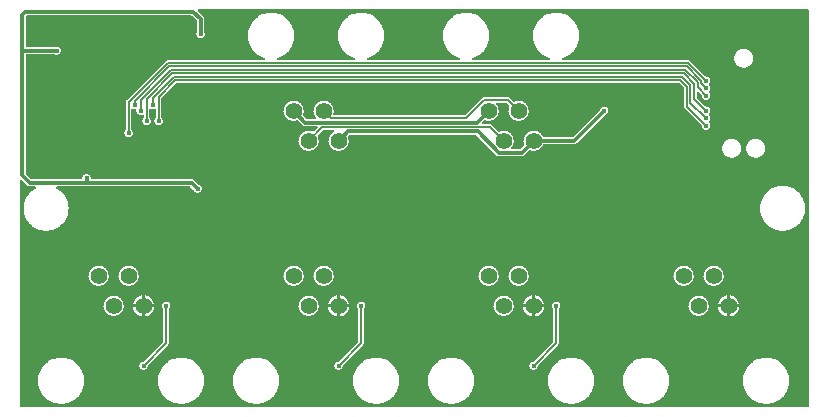
<source format=gbl>
%FSLAX46Y46*%
%MOMM*%
%ADD11C,0.150000*%
%ADD10C,0.300000*%
%AMPS13*
1,1,1.400000,0.000000,0.000000*
%
%ADD13PS13*%
%AMPS12*
1,1,1.400000,0.000000,0.000000*
%
%ADD12PS12*%
%AMPS14*
1,1,0.400000,0.000000,0.000000*
%
%ADD14PS14*%
G01*
%LPD*%
G36*
X65740000Y310000D02*
X65779004Y317920D01*
X65811829Y340425D01*
X65833277Y373952D01*
X65840000Y410000D01*
X65840000Y33880000D01*
X65832080Y33919004D01*
X65809575Y33951829D01*
X65776048Y33973277D01*
X65740000Y33980000D01*
X14190756Y33980000D01*
X14151752Y33972080D01*
X14118927Y33949575D01*
X14097479Y33916048D01*
X14090807Y33876812D01*
X14099966Y33838081D01*
X14120045Y33809289D01*
X14564938Y33364396D01*
X14578444Y33349495D01*
X14592425Y33332457D01*
X14614733Y33299071D01*
X14623962Y33281804D01*
X14639333Y33244694D01*
X14645017Y33225956D01*
X14652852Y33186572D01*
X14655013Y33164636D01*
X14656000Y33144552D01*
X14656000Y32083861D01*
X14667591Y32037586D01*
X14667504Y32037545D01*
X14667712Y32037106D01*
X14667808Y32036721D01*
X14668552Y32035330D01*
X14674849Y32022013D01*
X14682543Y32003440D01*
X14687497Y31989596D01*
X14693337Y31970345D01*
X14696913Y31956071D01*
X14700844Y31936306D01*
X14702998Y31921781D01*
X14704970Y31901754D01*
X14705692Y31887074D01*
X14705692Y31866926D01*
X14704970Y31852246D01*
X14702998Y31832219D01*
X14700844Y31817694D01*
X14696913Y31797929D01*
X14693337Y31783655D01*
X14687497Y31764404D01*
X14682543Y31750560D01*
X14674849Y31731987D01*
X14668551Y31718668D01*
X14659069Y31700928D01*
X14651503Y31688305D01*
X14640331Y31671587D01*
X14631555Y31659753D01*
X14618802Y31644213D01*
X14608924Y31633314D01*
X14594686Y31619076D01*
X14583787Y31609198D01*
X14568247Y31596445D01*
X14556413Y31587669D01*
X14539695Y31576497D01*
X14527072Y31568931D01*
X14509332Y31559449D01*
X14496013Y31553151D01*
X14477440Y31545457D01*
X14463596Y31540503D01*
X14444345Y31534663D01*
X14430071Y31531087D01*
X14410306Y31527156D01*
X14395781Y31525002D01*
X14375754Y31523030D01*
X14361074Y31522308D01*
X14340926Y31522308D01*
X14326246Y31523030D01*
X14306219Y31525002D01*
X14291694Y31527156D01*
X14271929Y31531087D01*
X14257655Y31534663D01*
X14238404Y31540503D01*
X14224560Y31545457D01*
X14205987Y31553151D01*
X14192668Y31559449D01*
X14174928Y31568931D01*
X14162305Y31576497D01*
X14145587Y31587669D01*
X14133753Y31596445D01*
X14118213Y31609198D01*
X14107314Y31619076D01*
X14093076Y31633314D01*
X14083198Y31644213D01*
X14070445Y31659753D01*
X14061669Y31671587D01*
X14050497Y31688305D01*
X14042931Y31700928D01*
X14033449Y31718668D01*
X14027151Y31731987D01*
X14019457Y31750560D01*
X14014503Y31764404D01*
X14008663Y31783655D01*
X14005087Y31797929D01*
X14001156Y31817694D01*
X13999002Y31832219D01*
X13997030Y31852246D01*
X13996308Y31866926D01*
X13996308Y31887074D01*
X13997030Y31901754D01*
X13999002Y31921781D01*
X14001156Y31936306D01*
X14005087Y31956071D01*
X14008663Y31970345D01*
X14014503Y31989596D01*
X14019457Y32003440D01*
X14027151Y32022013D01*
X14033448Y32035330D01*
X14034192Y32036721D01*
X14034288Y32037106D01*
X14034496Y32037545D01*
X14034409Y32037586D01*
X14046000Y32083861D01*
X14046000Y32979244D01*
X14038080Y33018248D01*
X14016711Y33049955D01*
X13610970Y33455696D01*
X13577790Y33477675D01*
X13540259Y33484985D01*
X-332259Y33484985D01*
X-371263Y33477065D01*
X-402970Y33455696D01*
X-435696Y33422970D01*
X-457675Y33389790D01*
X-464985Y33352259D01*
X-464985Y30885000D01*
X-457065Y30845996D01*
X-434560Y30813171D01*
X-401033Y30791723D01*
X-364985Y30785000D01*
X1952139Y30785000D01*
X1998414Y30796591D01*
X1998455Y30796504D01*
X1998894Y30796712D01*
X1999279Y30796808D01*
X2000670Y30797552D01*
X2013987Y30803849D01*
X2032560Y30811543D01*
X2046404Y30816497D01*
X2065655Y30822337D01*
X2079929Y30825913D01*
X2099694Y30829844D01*
X2114219Y30831998D01*
X2134246Y30833970D01*
X2148926Y30834692D01*
X2169074Y30834692D01*
X2183754Y30833970D01*
X2203781Y30831998D01*
X2218306Y30829844D01*
X2238071Y30825913D01*
X2252345Y30822337D01*
X2271596Y30816497D01*
X2285440Y30811543D01*
X2304013Y30803849D01*
X2317332Y30797551D01*
X2335072Y30788069D01*
X2347695Y30780503D01*
X2364413Y30769331D01*
X2376247Y30760555D01*
X2391787Y30747802D01*
X2402686Y30737924D01*
X2416924Y30723686D01*
X2426802Y30712787D01*
X2439555Y30697247D01*
X2448331Y30685413D01*
X2459503Y30668695D01*
X2467069Y30656072D01*
X2476551Y30638332D01*
X2482849Y30625013D01*
X2490543Y30606440D01*
X2495497Y30592596D01*
X2501337Y30573345D01*
X2504913Y30559071D01*
X2508844Y30539306D01*
X2510998Y30524781D01*
X2512970Y30504754D01*
X2513692Y30490074D01*
X2513692Y30469926D01*
X2512970Y30455246D01*
X2510998Y30435219D01*
X2508844Y30420694D01*
X2504913Y30400929D01*
X2501337Y30386655D01*
X2495497Y30367404D01*
X2490543Y30353560D01*
X2482849Y30334987D01*
X2476551Y30321668D01*
X2467069Y30303928D01*
X2459503Y30291305D01*
X2448331Y30274587D01*
X2439555Y30262753D01*
X2426802Y30247213D01*
X2416924Y30236314D01*
X2402686Y30222076D01*
X2391787Y30212198D01*
X2376247Y30199445D01*
X2364413Y30190669D01*
X2347695Y30179497D01*
X2335072Y30171931D01*
X2317332Y30162449D01*
X2304013Y30156151D01*
X2285440Y30148457D01*
X2271596Y30143503D01*
X2252345Y30137663D01*
X2238071Y30134087D01*
X2218306Y30130156D01*
X2203781Y30128002D01*
X2183754Y30126030D01*
X2169074Y30125308D01*
X2148926Y30125308D01*
X2134246Y30126030D01*
X2114219Y30128002D01*
X2099694Y30130156D01*
X2079929Y30134087D01*
X2065655Y30137663D01*
X2046404Y30143503D01*
X2032560Y30148457D01*
X2013987Y30156151D01*
X2000670Y30162448D01*
X1999279Y30163192D01*
X1998894Y30163288D01*
X1998455Y30163496D01*
X1998414Y30163409D01*
X1952139Y30175000D01*
X-364985Y30175000D01*
X-403989Y30167080D01*
X-436814Y30144575D01*
X-458262Y30111048D01*
X-464985Y30075000D01*
X-464985Y20114741D01*
X-457065Y20075737D01*
X-435696Y20044030D01*
X-29955Y19638289D01*
X3225Y19616310D01*
X40756Y19609000D01*
X4244872Y19609000D01*
X4283876Y19616920D01*
X4316701Y19639425D01*
X4338149Y19672952D01*
X4344751Y19704085D01*
X4345030Y19709756D01*
X4347002Y19729781D01*
X4349156Y19744306D01*
X4353087Y19764071D01*
X4356663Y19778345D01*
X4362503Y19797596D01*
X4367457Y19811440D01*
X4375151Y19830013D01*
X4381449Y19843332D01*
X4390931Y19861072D01*
X4398497Y19873695D01*
X4409669Y19890413D01*
X4418445Y19902247D01*
X4431198Y19917787D01*
X4441076Y19928686D01*
X4455314Y19942924D01*
X4466213Y19952802D01*
X4481753Y19965555D01*
X4493587Y19974331D01*
X4510305Y19985503D01*
X4522928Y19993069D01*
X4540668Y20002551D01*
X4553987Y20008849D01*
X4572560Y20016543D01*
X4586404Y20021497D01*
X4605655Y20027337D01*
X4619929Y20030913D01*
X4639694Y20034844D01*
X4654219Y20036998D01*
X4674246Y20038970D01*
X4688926Y20039692D01*
X4709074Y20039692D01*
X4723754Y20038970D01*
X4743781Y20036998D01*
X4758306Y20034844D01*
X4778071Y20030913D01*
X4792345Y20027337D01*
X4811596Y20021497D01*
X4825440Y20016543D01*
X4844013Y20008849D01*
X4857332Y20002551D01*
X4875072Y19993069D01*
X4887695Y19985503D01*
X4904413Y19974331D01*
X4916247Y19965555D01*
X4931787Y19952802D01*
X4942686Y19942924D01*
X4956924Y19928686D01*
X4966802Y19917787D01*
X4979555Y19902247D01*
X4988331Y19890413D01*
X4999503Y19873695D01*
X5007069Y19861072D01*
X5016551Y19843332D01*
X5022849Y19830013D01*
X5030543Y19811440D01*
X5035497Y19797596D01*
X5041337Y19778345D01*
X5044913Y19764071D01*
X5048844Y19744306D01*
X5050998Y19729781D01*
X5052970Y19709756D01*
X5053249Y19704085D01*
X5063076Y19665518D01*
X5087168Y19633838D01*
X5121708Y19614064D01*
X5153128Y19609000D01*
X13586552Y19609000D01*
X13606636Y19608013D01*
X13628572Y19605852D01*
X13667956Y19598017D01*
X13686694Y19592333D01*
X13723804Y19576962D01*
X13741071Y19567733D01*
X13774457Y19545425D01*
X13791495Y19531444D01*
X13806396Y19517938D01*
X14166393Y19157941D01*
X14207313Y19133418D01*
X14207280Y19133326D01*
X14207741Y19133161D01*
X14208083Y19132956D01*
X14209597Y19132497D01*
X14223440Y19127543D01*
X14242013Y19119849D01*
X14255332Y19113551D01*
X14273072Y19104069D01*
X14285695Y19096503D01*
X14302413Y19085331D01*
X14314247Y19076555D01*
X14329787Y19063802D01*
X14340686Y19053924D01*
X14354924Y19039686D01*
X14364802Y19028787D01*
X14377555Y19013247D01*
X14386331Y19001413D01*
X14397503Y18984695D01*
X14405069Y18972072D01*
X14414551Y18954332D01*
X14420849Y18941013D01*
X14428543Y18922440D01*
X14433497Y18908596D01*
X14439337Y18889345D01*
X14442913Y18875071D01*
X14446844Y18855306D01*
X14448998Y18840781D01*
X14450970Y18820754D01*
X14451692Y18806074D01*
X14451692Y18785926D01*
X14450970Y18771246D01*
X14448998Y18751219D01*
X14446844Y18736694D01*
X14442913Y18716929D01*
X14439337Y18702655D01*
X14433497Y18683404D01*
X14428543Y18669560D01*
X14420849Y18650987D01*
X14414551Y18637668D01*
X14405069Y18619928D01*
X14397503Y18607305D01*
X14386331Y18590587D01*
X14377555Y18578753D01*
X14364802Y18563213D01*
X14354924Y18552314D01*
X14340686Y18538076D01*
X14329787Y18528198D01*
X14314247Y18515445D01*
X14302413Y18506669D01*
X14285695Y18495497D01*
X14273072Y18487931D01*
X14255332Y18478449D01*
X14242013Y18472151D01*
X14223440Y18464457D01*
X14209596Y18459503D01*
X14190345Y18453663D01*
X14176071Y18450087D01*
X14156306Y18446156D01*
X14141781Y18444002D01*
X14121754Y18442030D01*
X14107074Y18441308D01*
X14086926Y18441308D01*
X14072246Y18442030D01*
X14052219Y18444002D01*
X14037694Y18446156D01*
X14017929Y18450087D01*
X14003655Y18453663D01*
X13984404Y18459503D01*
X13970560Y18464457D01*
X13951987Y18472151D01*
X13938668Y18478449D01*
X13920928Y18487931D01*
X13908305Y18495497D01*
X13891587Y18506669D01*
X13879753Y18515445D01*
X13864213Y18528198D01*
X13853314Y18538076D01*
X13839076Y18552314D01*
X13829198Y18563213D01*
X13816445Y18578753D01*
X13807669Y18590587D01*
X13796497Y18607305D01*
X13788931Y18619928D01*
X13779449Y18637668D01*
X13773151Y18650987D01*
X13765457Y18669560D01*
X13760503Y18683403D01*
X13760044Y18684917D01*
X13759839Y18685259D01*
X13759674Y18685720D01*
X13759582Y18685687D01*
X13735059Y18726607D01*
X13491955Y18969711D01*
X13458775Y18991690D01*
X13421244Y18999000D01*
X2239877Y18999000D01*
X2200873Y18991080D01*
X2168048Y18968575D01*
X2146600Y18935048D01*
X2139928Y18895812D01*
X2149087Y18857081D01*
X2188467Y18813227D01*
X2313608Y18738220D01*
X2342569Y18718869D01*
X2464754Y18628251D01*
X2491670Y18606161D01*
X2604369Y18504017D01*
X2629016Y18479370D01*
X2731161Y18366670D01*
X2753251Y18339754D01*
X2843869Y18217569D01*
X2863220Y18188608D01*
X2941419Y18058142D01*
X2957843Y18027415D01*
X3022871Y17889925D01*
X3036211Y17857720D01*
X3087447Y17714522D01*
X3097560Y17681184D01*
X3134521Y17533630D01*
X3141313Y17499482D01*
X3163634Y17349009D01*
X3167047Y17314345D01*
X3174512Y17162409D01*
X3174512Y17127591D01*
X3167047Y16975655D01*
X3163634Y16940991D01*
X3141313Y16790518D01*
X3134521Y16756370D01*
X3097560Y16608816D01*
X3087447Y16575478D01*
X3036211Y16432280D01*
X3022871Y16400075D01*
X2957843Y16262585D01*
X2941419Y16231858D01*
X2863220Y16101392D01*
X2843869Y16072431D01*
X2753248Y15950242D01*
X2731164Y15923335D01*
X2629014Y15810630D01*
X2604370Y15785986D01*
X2491665Y15683836D01*
X2464758Y15661752D01*
X2342569Y15571131D01*
X2313608Y15551780D01*
X2183142Y15473581D01*
X2152415Y15457157D01*
X2014925Y15392129D01*
X1982720Y15378789D01*
X1839522Y15327553D01*
X1806184Y15317440D01*
X1658630Y15280479D01*
X1624482Y15273687D01*
X1474009Y15251366D01*
X1439345Y15247953D01*
X1287409Y15240488D01*
X1252591Y15240488D01*
X1100655Y15247953D01*
X1065991Y15251366D01*
X915518Y15273687D01*
X881370Y15280479D01*
X733816Y15317440D01*
X700478Y15327553D01*
X557280Y15378789D01*
X525075Y15392129D01*
X387585Y15457157D01*
X356858Y15473581D01*
X226392Y15551780D01*
X197431Y15571131D01*
X75242Y15661752D01*
X48335Y15683836D01*
X-64370Y15785986D01*
X-89014Y15810630D01*
X-191164Y15923335D01*
X-213248Y15950242D01*
X-303869Y16072431D01*
X-323220Y16101392D01*
X-401419Y16231858D01*
X-417843Y16262585D01*
X-482871Y16400075D01*
X-496211Y16432280D01*
X-547447Y16575478D01*
X-557560Y16608816D01*
X-594521Y16756370D01*
X-601313Y16790518D01*
X-623634Y16940991D01*
X-627047Y16975655D01*
X-634512Y17127591D01*
X-634512Y17162409D01*
X-627047Y17314345D01*
X-623634Y17349009D01*
X-601313Y17499482D01*
X-594521Y17533630D01*
X-557560Y17681184D01*
X-547447Y17714522D01*
X-496211Y17857720D01*
X-482871Y17889925D01*
X-417843Y18027415D01*
X-401419Y18058142D01*
X-323220Y18188608D01*
X-303869Y18217569D01*
X-213248Y18339758D01*
X-191164Y18366665D01*
X-89014Y18479370D01*
X-64370Y18504014D01*
X48335Y18606164D01*
X75242Y18628248D01*
X197431Y18718869D01*
X226392Y18738220D01*
X351533Y18813227D01*
X380916Y18840072D01*
X397501Y18876251D01*
X398662Y18916034D01*
X384213Y18953118D01*
X356445Y18981630D01*
X300123Y18999000D01*
X-124535Y18999000D01*
X-144634Y18999988D01*
X-166575Y19002148D01*
X-205953Y19009981D01*
X-224694Y19015666D01*
X-261804Y19031037D01*
X-279071Y19040266D01*
X-312457Y19062574D01*
X-327744Y19075119D01*
X-342140Y19089406D01*
X-346805Y19092471D01*
X-789289Y19534955D01*
X-822469Y19556934D01*
X-861594Y19564231D01*
X-900466Y19555691D01*
X-932929Y19532665D01*
X-953839Y19498801D01*
X-960000Y19464244D01*
X-960000Y410000D01*
X-952080Y370996D01*
X-929575Y338171D01*
X-896048Y316723D01*
X-860000Y310000D01*
X65740000Y310000D01*
D02*
G37*
%LPC*%
G36*
X8265074Y23140308D02*
X8244926Y23140308D01*
X8230246Y23141030D01*
X8210219Y23143002D01*
X8195694Y23145156D01*
X8175929Y23149087D01*
X8161655Y23152663D01*
X8142404Y23158503D01*
X8128560Y23163457D01*
X8109987Y23171151D01*
X8096668Y23177449D01*
X8078928Y23186931D01*
X8066305Y23194497D01*
X8049587Y23205669D01*
X8037753Y23214445D01*
X8022213Y23227198D01*
X8011314Y23237076D01*
X7997076Y23251314D01*
X7987198Y23262213D01*
X7974445Y23277753D01*
X7965669Y23289587D01*
X7954497Y23306305D01*
X7946931Y23318928D01*
X7937449Y23336668D01*
X7931151Y23349987D01*
X7923457Y23368560D01*
X7918503Y23382404D01*
X7912663Y23401655D01*
X7909087Y23415929D01*
X7905156Y23435694D01*
X7903002Y23450219D01*
X7901030Y23470246D01*
X7900308Y23484926D01*
X7900308Y23505074D01*
X7901030Y23519754D01*
X7903002Y23539781D01*
X7905156Y23554306D01*
X7909087Y23574071D01*
X7912663Y23588345D01*
X7918503Y23607596D01*
X7923457Y23621440D01*
X7931151Y23640013D01*
X7937449Y23653332D01*
X7946931Y23671072D01*
X7954497Y23683695D01*
X7965669Y23700413D01*
X7974445Y23712247D01*
X7987198Y23727787D01*
X7998731Y23740512D01*
X7998165Y23741025D01*
X8017690Y23770501D01*
X8025000Y23808032D01*
X8025000Y26121925D01*
X8025988Y26142044D01*
X8026705Y26149315D01*
X8034543Y26188721D01*
X8035955Y26193378D01*
X8051329Y26230495D01*
X8053620Y26234781D01*
X8075935Y26268182D01*
X8079150Y26272100D01*
X8093439Y26286497D01*
X8096504Y26291162D01*
X11430243Y29624901D01*
X11445142Y29638405D01*
X11450808Y29643055D01*
X11484209Y29665372D01*
X11488499Y29667665D01*
X11525616Y29683039D01*
X11530274Y29684452D01*
X11569669Y29692287D01*
X11576991Y29693008D01*
X11597049Y29693994D01*
X12318981Y29693999D01*
X12319021Y29694000D01*
X19692638Y29694000D01*
X19731642Y29701920D01*
X19764467Y29724425D01*
X19785915Y29757952D01*
X19792587Y29797188D01*
X19783428Y29835919D01*
X19759887Y29868010D01*
X19726327Y29888155D01*
X19588129Y29937603D01*
X19555942Y29950935D01*
X19414006Y30018066D01*
X19383296Y30034481D01*
X19248614Y30115206D01*
X19219654Y30134557D01*
X19093528Y30228098D01*
X19066609Y30250189D01*
X18950264Y30355638D01*
X18925639Y30380264D01*
X18820188Y30496612D01*
X18798098Y30523528D01*
X18704564Y30649644D01*
X18685200Y30678624D01*
X18604481Y30813296D01*
X18588066Y30844006D01*
X18520935Y30985942D01*
X18507595Y31018147D01*
X18454704Y31165969D01*
X18444594Y31199297D01*
X18406444Y31351604D01*
X18399647Y31385775D01*
X18376606Y31541105D01*
X18373194Y31575741D01*
X18365488Y31732591D01*
X18365488Y31767409D01*
X18373194Y31924246D01*
X18376607Y31958910D01*
X18399648Y32114237D01*
X18406440Y32148385D01*
X18444593Y32300698D01*
X18454706Y32334036D01*
X18507595Y32481853D01*
X18520935Y32514058D01*
X18588061Y32655985D01*
X18604481Y32686704D01*
X18685213Y32821395D01*
X18704557Y32850345D01*
X18798090Y32976461D01*
X18820196Y33003397D01*
X18925628Y33119724D01*
X18950276Y33144372D01*
X19066603Y33249804D01*
X19093539Y33271910D01*
X19219655Y33365443D01*
X19248605Y33384787D01*
X19383296Y33465519D01*
X19414015Y33481939D01*
X19555942Y33549065D01*
X19588147Y33562405D01*
X19735964Y33615294D01*
X19769302Y33625407D01*
X19921615Y33663560D01*
X19955763Y33670352D01*
X20111090Y33693393D01*
X20145754Y33696806D01*
X20302591Y33704512D01*
X20337409Y33704512D01*
X20494246Y33696806D01*
X20528910Y33693393D01*
X20684237Y33670352D01*
X20718385Y33663560D01*
X20870698Y33625407D01*
X20904036Y33615294D01*
X21051853Y33562405D01*
X21084058Y33549065D01*
X21225985Y33481939D01*
X21256704Y33465519D01*
X21391395Y33384787D01*
X21420345Y33365443D01*
X21546461Y33271910D01*
X21573397Y33249804D01*
X21689724Y33144372D01*
X21714372Y33119724D01*
X21819804Y33003397D01*
X21841910Y32976461D01*
X21935443Y32850345D01*
X21954787Y32821395D01*
X22035519Y32686704D01*
X22051939Y32655985D01*
X22119065Y32514058D01*
X22132405Y32481853D01*
X22185294Y32334036D01*
X22195407Y32300698D01*
X22233560Y32148385D01*
X22240352Y32114237D01*
X22263393Y31958910D01*
X22266806Y31924246D01*
X22274512Y31767409D01*
X22274512Y31732591D01*
X22266806Y31575741D01*
X22263394Y31541105D01*
X22240353Y31385775D01*
X22233556Y31351604D01*
X22195410Y31199314D01*
X22185290Y31165953D01*
X22132398Y31018131D01*
X22119071Y30985956D01*
X22051934Y30844006D01*
X22035519Y30813296D01*
X21954800Y30678624D01*
X21935436Y30649644D01*
X21841902Y30523528D01*
X21819812Y30496612D01*
X21714361Y30380264D01*
X21689736Y30355638D01*
X21573403Y30250199D01*
X21546461Y30228089D01*
X21420346Y30134557D01*
X21391385Y30115206D01*
X21256711Y30034485D01*
X21225985Y30018061D01*
X21084058Y29950935D01*
X21051871Y29937603D01*
X20913673Y29888155D01*
X20879618Y29867558D01*
X20856293Y29835309D01*
X20847394Y29796518D01*
X20854329Y29757327D01*
X20876001Y29723946D01*
X20908977Y29701661D01*
X20947362Y29694000D01*
X27312638Y29694000D01*
X27351642Y29701920D01*
X27384467Y29724425D01*
X27405915Y29757952D01*
X27412587Y29797188D01*
X27403428Y29835919D01*
X27379887Y29868010D01*
X27346327Y29888155D01*
X27208129Y29937603D01*
X27175942Y29950935D01*
X27034006Y30018066D01*
X27003296Y30034481D01*
X26868614Y30115206D01*
X26839654Y30134557D01*
X26713528Y30228098D01*
X26686609Y30250189D01*
X26570264Y30355638D01*
X26545639Y30380264D01*
X26440188Y30496612D01*
X26418098Y30523528D01*
X26324564Y30649644D01*
X26305200Y30678624D01*
X26224481Y30813296D01*
X26208066Y30844006D01*
X26140935Y30985942D01*
X26127595Y31018147D01*
X26074704Y31165969D01*
X26064594Y31199297D01*
X26026444Y31351604D01*
X26019647Y31385775D01*
X25996606Y31541105D01*
X25993194Y31575741D01*
X25985488Y31732591D01*
X25985488Y31767409D01*
X25993194Y31924246D01*
X25996607Y31958910D01*
X26019648Y32114237D01*
X26026440Y32148385D01*
X26064593Y32300698D01*
X26074706Y32334036D01*
X26127595Y32481853D01*
X26140935Y32514058D01*
X26208061Y32655985D01*
X26224481Y32686704D01*
X26305213Y32821395D01*
X26324557Y32850345D01*
X26418090Y32976461D01*
X26440196Y33003397D01*
X26545628Y33119724D01*
X26570276Y33144372D01*
X26686603Y33249804D01*
X26713539Y33271910D01*
X26839655Y33365443D01*
X26868605Y33384787D01*
X27003296Y33465519D01*
X27034015Y33481939D01*
X27175942Y33549065D01*
X27208147Y33562405D01*
X27355964Y33615294D01*
X27389302Y33625407D01*
X27541615Y33663560D01*
X27575763Y33670352D01*
X27731090Y33693393D01*
X27765754Y33696806D01*
X27922591Y33704512D01*
X27957409Y33704512D01*
X28114246Y33696806D01*
X28148910Y33693393D01*
X28304237Y33670352D01*
X28338385Y33663560D01*
X28490698Y33625407D01*
X28524036Y33615294D01*
X28671853Y33562405D01*
X28704058Y33549065D01*
X28845985Y33481939D01*
X28876704Y33465519D01*
X29011395Y33384787D01*
X29040345Y33365443D01*
X29166461Y33271910D01*
X29193397Y33249804D01*
X29309724Y33144372D01*
X29334372Y33119724D01*
X29439804Y33003397D01*
X29461910Y32976461D01*
X29555443Y32850345D01*
X29574787Y32821395D01*
X29655519Y32686704D01*
X29671939Y32655985D01*
X29739065Y32514058D01*
X29752405Y32481853D01*
X29805294Y32334036D01*
X29815407Y32300698D01*
X29853560Y32148385D01*
X29860352Y32114237D01*
X29883393Y31958910D01*
X29886806Y31924246D01*
X29894512Y31767409D01*
X29894512Y31732591D01*
X29886806Y31575741D01*
X29883394Y31541105D01*
X29860353Y31385775D01*
X29853556Y31351604D01*
X29815410Y31199314D01*
X29805290Y31165953D01*
X29752398Y31018131D01*
X29739071Y30985956D01*
X29671934Y30844006D01*
X29655519Y30813296D01*
X29574800Y30678624D01*
X29555436Y30649644D01*
X29461902Y30523528D01*
X29439812Y30496612D01*
X29334361Y30380264D01*
X29309736Y30355638D01*
X29193403Y30250199D01*
X29166461Y30228089D01*
X29040346Y30134557D01*
X29011385Y30115206D01*
X28876711Y30034485D01*
X28845985Y30018061D01*
X28704058Y29950935D01*
X28671871Y29937603D01*
X28533673Y29888155D01*
X28499618Y29867558D01*
X28476293Y29835309D01*
X28467394Y29796518D01*
X28474329Y29757327D01*
X28496001Y29723946D01*
X28528977Y29701661D01*
X28567362Y29694000D01*
X36202638Y29694000D01*
X36241642Y29701920D01*
X36274467Y29724425D01*
X36295915Y29757952D01*
X36302587Y29797188D01*
X36293428Y29835919D01*
X36269887Y29868010D01*
X36236327Y29888155D01*
X36098129Y29937603D01*
X36065942Y29950935D01*
X35924006Y30018066D01*
X35893296Y30034481D01*
X35758614Y30115206D01*
X35729654Y30134557D01*
X35603528Y30228098D01*
X35576609Y30250189D01*
X35460264Y30355638D01*
X35435639Y30380264D01*
X35330188Y30496612D01*
X35308098Y30523528D01*
X35214564Y30649644D01*
X35195200Y30678624D01*
X35114481Y30813296D01*
X35098066Y30844006D01*
X35030935Y30985942D01*
X35017595Y31018147D01*
X34964704Y31165969D01*
X34954594Y31199297D01*
X34916444Y31351604D01*
X34909647Y31385775D01*
X34886606Y31541105D01*
X34883194Y31575741D01*
X34875488Y31732591D01*
X34875488Y31767409D01*
X34883194Y31924246D01*
X34886607Y31958910D01*
X34909648Y32114237D01*
X34916440Y32148385D01*
X34954593Y32300698D01*
X34964706Y32334036D01*
X35017595Y32481853D01*
X35030935Y32514058D01*
X35098061Y32655985D01*
X35114481Y32686704D01*
X35195213Y32821395D01*
X35214557Y32850345D01*
X35308090Y32976461D01*
X35330196Y33003397D01*
X35435628Y33119724D01*
X35460276Y33144372D01*
X35576603Y33249804D01*
X35603539Y33271910D01*
X35729655Y33365443D01*
X35758605Y33384787D01*
X35893296Y33465519D01*
X35924015Y33481939D01*
X36065942Y33549065D01*
X36098147Y33562405D01*
X36245964Y33615294D01*
X36279302Y33625407D01*
X36431615Y33663560D01*
X36465763Y33670352D01*
X36621090Y33693393D01*
X36655754Y33696806D01*
X36812591Y33704512D01*
X36847409Y33704512D01*
X37004246Y33696806D01*
X37038910Y33693393D01*
X37194237Y33670352D01*
X37228385Y33663560D01*
X37380698Y33625407D01*
X37414036Y33615294D01*
X37561853Y33562405D01*
X37594058Y33549065D01*
X37735985Y33481939D01*
X37766704Y33465519D01*
X37901395Y33384787D01*
X37930345Y33365443D01*
X38056461Y33271910D01*
X38083397Y33249804D01*
X38199724Y33144372D01*
X38224372Y33119724D01*
X38329804Y33003397D01*
X38351910Y32976461D01*
X38445443Y32850345D01*
X38464787Y32821395D01*
X38545519Y32686704D01*
X38561939Y32655985D01*
X38629065Y32514058D01*
X38642405Y32481853D01*
X38695294Y32334036D01*
X38705407Y32300698D01*
X38743560Y32148385D01*
X38750352Y32114237D01*
X38773393Y31958910D01*
X38776806Y31924246D01*
X38784512Y31767409D01*
X38784512Y31732591D01*
X38776806Y31575741D01*
X38773394Y31541105D01*
X38750353Y31385775D01*
X38743556Y31351604D01*
X38705410Y31199314D01*
X38695290Y31165953D01*
X38642398Y31018131D01*
X38629071Y30985956D01*
X38561934Y30844006D01*
X38545519Y30813296D01*
X38464800Y30678624D01*
X38445436Y30649644D01*
X38351902Y30523528D01*
X38329812Y30496612D01*
X38224361Y30380264D01*
X38199736Y30355638D01*
X38083403Y30250199D01*
X38056461Y30228089D01*
X37930346Y30134557D01*
X37901385Y30115206D01*
X37766711Y30034485D01*
X37735985Y30018061D01*
X37594058Y29950935D01*
X37561871Y29937603D01*
X37423673Y29888155D01*
X37389618Y29867558D01*
X37366293Y29835309D01*
X37357394Y29796518D01*
X37364329Y29757327D01*
X37386001Y29723946D01*
X37418977Y29701661D01*
X37457362Y29694000D01*
X43822638Y29694000D01*
X43861642Y29701920D01*
X43894467Y29724425D01*
X43915915Y29757952D01*
X43922587Y29797188D01*
X43913428Y29835919D01*
X43889887Y29868010D01*
X43856327Y29888155D01*
X43718129Y29937603D01*
X43685942Y29950935D01*
X43544006Y30018066D01*
X43513296Y30034481D01*
X43378614Y30115206D01*
X43349654Y30134557D01*
X43223528Y30228098D01*
X43196609Y30250189D01*
X43080264Y30355638D01*
X43055639Y30380264D01*
X42950188Y30496612D01*
X42928098Y30523528D01*
X42834564Y30649644D01*
X42815200Y30678624D01*
X42734481Y30813296D01*
X42718066Y30844006D01*
X42650935Y30985942D01*
X42637595Y31018147D01*
X42584704Y31165969D01*
X42574594Y31199297D01*
X42536444Y31351604D01*
X42529647Y31385775D01*
X42506606Y31541105D01*
X42503194Y31575741D01*
X42495488Y31732591D01*
X42495488Y31767409D01*
X42503194Y31924246D01*
X42506607Y31958910D01*
X42529648Y32114237D01*
X42536440Y32148385D01*
X42574593Y32300698D01*
X42584706Y32334036D01*
X42637595Y32481853D01*
X42650935Y32514058D01*
X42718061Y32655985D01*
X42734481Y32686704D01*
X42815213Y32821395D01*
X42834557Y32850345D01*
X42928090Y32976461D01*
X42950196Y33003397D01*
X43055628Y33119724D01*
X43080276Y33144372D01*
X43196603Y33249804D01*
X43223539Y33271910D01*
X43349655Y33365443D01*
X43378605Y33384787D01*
X43513296Y33465519D01*
X43544015Y33481939D01*
X43685942Y33549065D01*
X43718147Y33562405D01*
X43865964Y33615294D01*
X43899302Y33625407D01*
X44051615Y33663560D01*
X44085763Y33670352D01*
X44241090Y33693393D01*
X44275754Y33696806D01*
X44432591Y33704512D01*
X44467409Y33704512D01*
X44624246Y33696806D01*
X44658910Y33693393D01*
X44814237Y33670352D01*
X44848385Y33663560D01*
X45000698Y33625407D01*
X45034036Y33615294D01*
X45181853Y33562405D01*
X45214058Y33549065D01*
X45355985Y33481939D01*
X45386704Y33465519D01*
X45521395Y33384787D01*
X45550345Y33365443D01*
X45676461Y33271910D01*
X45703397Y33249804D01*
X45819724Y33144372D01*
X45844372Y33119724D01*
X45949804Y33003397D01*
X45971910Y32976461D01*
X46065443Y32850345D01*
X46084787Y32821395D01*
X46165519Y32686704D01*
X46181939Y32655985D01*
X46249065Y32514058D01*
X46262405Y32481853D01*
X46315294Y32334036D01*
X46325407Y32300698D01*
X46363560Y32148385D01*
X46370352Y32114237D01*
X46393393Y31958910D01*
X46396806Y31924246D01*
X46404512Y31767409D01*
X46404512Y31732591D01*
X46396806Y31575741D01*
X46393394Y31541105D01*
X46370353Y31385775D01*
X46363556Y31351604D01*
X46325410Y31199314D01*
X46315290Y31165953D01*
X46262398Y31018131D01*
X46249071Y30985956D01*
X46181934Y30844006D01*
X46165519Y30813296D01*
X46084800Y30678624D01*
X46065436Y30649644D01*
X45971902Y30523528D01*
X45949812Y30496612D01*
X45844361Y30380264D01*
X45819736Y30355638D01*
X45703403Y30250199D01*
X45676461Y30228089D01*
X45550346Y30134557D01*
X45521385Y30115206D01*
X45386711Y30034485D01*
X45355985Y30018061D01*
X45214058Y29950935D01*
X45181871Y29937603D01*
X45043673Y29888155D01*
X45009618Y29867558D01*
X44986293Y29835309D01*
X44977394Y29796518D01*
X44984329Y29757327D01*
X45006001Y29723946D01*
X45038977Y29701661D01*
X45077362Y29694000D01*
X55623548Y29694000D01*
X55643638Y29693012D01*
X55650948Y29692292D01*
X55690326Y29684458D01*
X55694988Y29683044D01*
X55732105Y29667670D01*
X55736391Y29665379D01*
X55769792Y29643064D01*
X55775462Y29638411D01*
X55790363Y29624905D01*
X57091287Y28323981D01*
X57124467Y28302002D01*
X57157649Y28295539D01*
X57157613Y28294813D01*
X57174754Y28293970D01*
X57194781Y28291998D01*
X57209306Y28289844D01*
X57229071Y28285913D01*
X57243345Y28282337D01*
X57262596Y28276497D01*
X57276440Y28271543D01*
X57295013Y28263849D01*
X57308332Y28257551D01*
X57326072Y28248069D01*
X57338695Y28240503D01*
X57355413Y28229331D01*
X57367247Y28220555D01*
X57382787Y28207802D01*
X57393686Y28197924D01*
X57407924Y28183686D01*
X57417802Y28172787D01*
X57430555Y28157247D01*
X57439331Y28145413D01*
X57450503Y28128695D01*
X57458069Y28116072D01*
X57467551Y28098332D01*
X57473849Y28085013D01*
X57481543Y28066440D01*
X57486497Y28052596D01*
X57492337Y28033345D01*
X57495913Y28019071D01*
X57499844Y27999306D01*
X57501998Y27984781D01*
X57503970Y27964754D01*
X57504692Y27950074D01*
X57504692Y27929926D01*
X57503970Y27915246D01*
X57501998Y27895219D01*
X57499844Y27880694D01*
X57495913Y27860929D01*
X57492337Y27846655D01*
X57486497Y27827404D01*
X57481543Y27813560D01*
X57473849Y27794987D01*
X57467551Y27781668D01*
X57458069Y27763928D01*
X57450503Y27751305D01*
X57439331Y27734587D01*
X57430555Y27722753D01*
X57417802Y27707213D01*
X57407924Y27696314D01*
X57404821Y27693211D01*
X57382842Y27660031D01*
X57375545Y27620906D01*
X57384085Y27582034D01*
X57404821Y27551789D01*
X57407924Y27548686D01*
X57417802Y27537787D01*
X57430555Y27522247D01*
X57439331Y27510413D01*
X57450503Y27493695D01*
X57458069Y27481072D01*
X57467551Y27463332D01*
X57473849Y27450013D01*
X57481543Y27431440D01*
X57486497Y27417596D01*
X57492337Y27398345D01*
X57495913Y27384071D01*
X57499844Y27364306D01*
X57501998Y27349781D01*
X57503970Y27329754D01*
X57504692Y27315074D01*
X57504692Y27294926D01*
X57503970Y27280246D01*
X57501998Y27260219D01*
X57499844Y27245694D01*
X57495913Y27225929D01*
X57492337Y27211655D01*
X57486497Y27192404D01*
X57481543Y27178560D01*
X57473849Y27159987D01*
X57467551Y27146668D01*
X57458069Y27128928D01*
X57450503Y27116305D01*
X57439331Y27099587D01*
X57430555Y27087753D01*
X57417802Y27072213D01*
X57407924Y27061314D01*
X57404821Y27058211D01*
X57382842Y27025031D01*
X57375545Y26985906D01*
X57384085Y26947034D01*
X57404821Y26916789D01*
X57407924Y26913686D01*
X57417802Y26902787D01*
X57430555Y26887247D01*
X57439331Y26875413D01*
X57450503Y26858695D01*
X57458069Y26846072D01*
X57467551Y26828332D01*
X57473849Y26815013D01*
X57481543Y26796440D01*
X57486497Y26782596D01*
X57492337Y26763345D01*
X57495913Y26749071D01*
X57499844Y26729306D01*
X57501998Y26714781D01*
X57503970Y26694754D01*
X57504692Y26680074D01*
X57504692Y26659926D01*
X57503970Y26645246D01*
X57501998Y26625219D01*
X57499844Y26610694D01*
X57495913Y26590929D01*
X57492337Y26576655D01*
X57486497Y26557404D01*
X57481543Y26543560D01*
X57473849Y26524987D01*
X57467551Y26511668D01*
X57458069Y26493928D01*
X57450503Y26481305D01*
X57439331Y26464587D01*
X57430555Y26452753D01*
X57417802Y26437213D01*
X57407924Y26426314D01*
X57393686Y26412076D01*
X57382787Y26402198D01*
X57367247Y26389445D01*
X57355413Y26380669D01*
X57338695Y26369497D01*
X57326072Y26361931D01*
X57308332Y26352449D01*
X57295013Y26346151D01*
X57276440Y26338457D01*
X57262596Y26333503D01*
X57243345Y26327663D01*
X57229071Y26324087D01*
X57209306Y26320156D01*
X57194781Y26318002D01*
X57174754Y26316030D01*
X57160074Y26315308D01*
X57139926Y26315308D01*
X57125246Y26316030D01*
X57105219Y26318002D01*
X57090694Y26320156D01*
X57070929Y26324087D01*
X57056655Y26327663D01*
X57037404Y26333503D01*
X57023560Y26338457D01*
X57004987Y26346151D01*
X56991668Y26352449D01*
X56973928Y26361931D01*
X56961305Y26369497D01*
X56944587Y26380669D01*
X56932753Y26389445D01*
X56917213Y26402198D01*
X56906314Y26412076D01*
X56892076Y26426314D01*
X56882198Y26437213D01*
X56869445Y26452753D01*
X56860669Y26464587D01*
X56849497Y26481305D01*
X56841931Y26493928D01*
X56832449Y26511668D01*
X56826151Y26524987D01*
X56818457Y26543560D01*
X56813503Y26557404D01*
X56807663Y26576655D01*
X56804087Y26590929D01*
X56800156Y26610694D01*
X56798002Y26625219D01*
X56796030Y26645246D01*
X56795187Y26662387D01*
X56794425Y26662350D01*
X56787388Y26697006D01*
X56766019Y26728713D01*
X56525690Y26969042D01*
X56492510Y26991021D01*
X56453385Y26998318D01*
X56414513Y26989778D01*
X56382050Y26966752D01*
X56361140Y26932888D01*
X56354979Y26898331D01*
X56354979Y26561711D01*
X56362899Y26522707D01*
X56384268Y26491000D01*
X57091287Y25783981D01*
X57124467Y25762002D01*
X57157649Y25755539D01*
X57157613Y25754813D01*
X57174754Y25753970D01*
X57194781Y25751998D01*
X57209306Y25749844D01*
X57229071Y25745913D01*
X57243345Y25742337D01*
X57262596Y25736497D01*
X57276440Y25731543D01*
X57295013Y25723849D01*
X57308332Y25717551D01*
X57326072Y25708069D01*
X57338695Y25700503D01*
X57355413Y25689331D01*
X57367247Y25680555D01*
X57382787Y25667802D01*
X57393686Y25657924D01*
X57407924Y25643686D01*
X57417802Y25632787D01*
X57430555Y25617247D01*
X57439331Y25605413D01*
X57450503Y25588695D01*
X57458069Y25576072D01*
X57467551Y25558332D01*
X57473849Y25545013D01*
X57481543Y25526440D01*
X57486497Y25512596D01*
X57492337Y25493345D01*
X57495913Y25479071D01*
X57499844Y25459306D01*
X57501998Y25444781D01*
X57503970Y25424754D01*
X57504692Y25410074D01*
X57504692Y25389926D01*
X57503970Y25375246D01*
X57501998Y25355219D01*
X57499844Y25340694D01*
X57495913Y25320929D01*
X57492337Y25306655D01*
X57486497Y25287404D01*
X57481543Y25273560D01*
X57473849Y25254987D01*
X57467551Y25241668D01*
X57458069Y25223928D01*
X57450503Y25211305D01*
X57439331Y25194587D01*
X57430555Y25182753D01*
X57417802Y25167213D01*
X57407924Y25156314D01*
X57404821Y25153211D01*
X57382842Y25120031D01*
X57375545Y25080906D01*
X57384085Y25042034D01*
X57404821Y25011789D01*
X57407924Y25008686D01*
X57417802Y24997787D01*
X57430555Y24982247D01*
X57439331Y24970413D01*
X57450503Y24953695D01*
X57458069Y24941072D01*
X57467551Y24923332D01*
X57473849Y24910013D01*
X57481543Y24891440D01*
X57486497Y24877596D01*
X57492337Y24858345D01*
X57495913Y24844071D01*
X57499844Y24824306D01*
X57501998Y24809781D01*
X57503970Y24789754D01*
X57504692Y24775074D01*
X57504692Y24754926D01*
X57503970Y24740246D01*
X57501998Y24720219D01*
X57499844Y24705694D01*
X57495913Y24685929D01*
X57492337Y24671655D01*
X57486497Y24652404D01*
X57481543Y24638560D01*
X57473849Y24619987D01*
X57467551Y24606668D01*
X57458069Y24588928D01*
X57450503Y24576305D01*
X57439331Y24559587D01*
X57430555Y24547753D01*
X57417802Y24532213D01*
X57407924Y24521314D01*
X57404821Y24518211D01*
X57382842Y24485031D01*
X57375545Y24445906D01*
X57384085Y24407034D01*
X57404821Y24376789D01*
X57407924Y24373686D01*
X57417802Y24362787D01*
X57430555Y24347247D01*
X57439331Y24335413D01*
X57450503Y24318695D01*
X57458069Y24306072D01*
X57467551Y24288332D01*
X57473849Y24275013D01*
X57481543Y24256440D01*
X57486497Y24242596D01*
X57492337Y24223345D01*
X57495913Y24209071D01*
X57499844Y24189306D01*
X57501998Y24174781D01*
X57503970Y24154754D01*
X57504692Y24140074D01*
X57504692Y24119926D01*
X57503970Y24105246D01*
X57501998Y24085219D01*
X57499844Y24070694D01*
X57495913Y24050929D01*
X57492337Y24036655D01*
X57486497Y24017404D01*
X57481543Y24003560D01*
X57473849Y23984987D01*
X57467551Y23971668D01*
X57458069Y23953928D01*
X57450503Y23941305D01*
X57439331Y23924587D01*
X57430555Y23912753D01*
X57417802Y23897213D01*
X57407924Y23886314D01*
X57393686Y23872076D01*
X57382787Y23862198D01*
X57367247Y23849445D01*
X57355413Y23840669D01*
X57338695Y23829497D01*
X57326072Y23821931D01*
X57308332Y23812449D01*
X57295013Y23806151D01*
X57276440Y23798457D01*
X57262596Y23793503D01*
X57243345Y23787663D01*
X57229071Y23784087D01*
X57209306Y23780156D01*
X57194781Y23778002D01*
X57174754Y23776030D01*
X57160074Y23775308D01*
X57139926Y23775308D01*
X57125246Y23776030D01*
X57105219Y23778002D01*
X57090694Y23780156D01*
X57070929Y23784087D01*
X57056655Y23787663D01*
X57037404Y23793503D01*
X57023560Y23798457D01*
X57004987Y23806151D01*
X56991668Y23812449D01*
X56973928Y23821931D01*
X56961305Y23829497D01*
X56944587Y23840669D01*
X56932753Y23849445D01*
X56917213Y23862198D01*
X56906314Y23872076D01*
X56892076Y23886314D01*
X56882198Y23897213D01*
X56869445Y23912753D01*
X56860669Y23924587D01*
X56849497Y23941305D01*
X56841931Y23953928D01*
X56832449Y23971668D01*
X56826151Y23984987D01*
X56818457Y24003560D01*
X56813503Y24017404D01*
X56807663Y24036655D01*
X56804087Y24050929D01*
X56800156Y24070694D01*
X56798002Y24085219D01*
X56796030Y24105246D01*
X56795187Y24122387D01*
X56794425Y24122350D01*
X56787388Y24157006D01*
X56766019Y24188713D01*
X55367012Y25587720D01*
X55363165Y25593327D01*
X55348962Y25607510D01*
X55345894Y25611248D01*
X55323579Y25644649D01*
X55321288Y25648935D01*
X55305914Y25686052D01*
X55304501Y25690710D01*
X55296666Y25730105D01*
X55295947Y25737407D01*
X55294959Y25757507D01*
X55294959Y27269351D01*
X55287039Y27308355D01*
X55265670Y27340062D01*
X54901071Y27704661D01*
X54867891Y27726640D01*
X54830360Y27733950D01*
X12352640Y27733950D01*
X12313636Y27726030D01*
X12281929Y27704661D01*
X11054289Y26477021D01*
X11032310Y26443841D01*
X11025000Y26406310D01*
X11025000Y24824032D01*
X11032920Y24785028D01*
X11051809Y24757001D01*
X11051269Y24756512D01*
X11062802Y24743787D01*
X11075555Y24728247D01*
X11084331Y24716413D01*
X11095503Y24699695D01*
X11103069Y24687072D01*
X11112551Y24669332D01*
X11118849Y24656013D01*
X11126543Y24637440D01*
X11131497Y24623596D01*
X11137337Y24604345D01*
X11140913Y24590071D01*
X11144844Y24570306D01*
X11146998Y24555781D01*
X11148970Y24535754D01*
X11149692Y24521074D01*
X11149692Y24500926D01*
X11148970Y24486246D01*
X11146998Y24466219D01*
X11144844Y24451694D01*
X11140913Y24431929D01*
X11137337Y24417655D01*
X11131497Y24398404D01*
X11126543Y24384560D01*
X11118849Y24365987D01*
X11112551Y24352668D01*
X11103069Y24334928D01*
X11095503Y24322305D01*
X11084331Y24305587D01*
X11075555Y24293753D01*
X11062802Y24278213D01*
X11052924Y24267314D01*
X11038686Y24253076D01*
X11027787Y24243198D01*
X11012247Y24230445D01*
X11000413Y24221669D01*
X10983695Y24210497D01*
X10971072Y24202931D01*
X10953332Y24193449D01*
X10940013Y24187151D01*
X10921440Y24179457D01*
X10907596Y24174503D01*
X10888345Y24168663D01*
X10874071Y24165087D01*
X10854306Y24161156D01*
X10839781Y24159002D01*
X10819754Y24157030D01*
X10805074Y24156308D01*
X10784926Y24156308D01*
X10770246Y24157030D01*
X10750219Y24159002D01*
X10735694Y24161156D01*
X10715929Y24165087D01*
X10701655Y24168663D01*
X10682404Y24174503D01*
X10668560Y24179457D01*
X10649987Y24187151D01*
X10636668Y24193449D01*
X10618928Y24202931D01*
X10606305Y24210497D01*
X10589587Y24221669D01*
X10577753Y24230445D01*
X10562213Y24243198D01*
X10551314Y24253076D01*
X10537076Y24267314D01*
X10527198Y24278213D01*
X10514445Y24293753D01*
X10505669Y24305587D01*
X10494497Y24322305D01*
X10486931Y24334928D01*
X10477449Y24352668D01*
X10471151Y24365987D01*
X10463457Y24384560D01*
X10458503Y24398404D01*
X10452663Y24417655D01*
X10449087Y24431929D01*
X10445156Y24451694D01*
X10443002Y24466219D01*
X10441030Y24486246D01*
X10440308Y24500926D01*
X10440308Y24521074D01*
X10441030Y24535754D01*
X10443002Y24555781D01*
X10445156Y24570306D01*
X10449087Y24590071D01*
X10452663Y24604345D01*
X10458503Y24623596D01*
X10463457Y24637440D01*
X10471151Y24656013D01*
X10477449Y24669332D01*
X10486931Y24687072D01*
X10494497Y24699695D01*
X10505669Y24716413D01*
X10514445Y24728247D01*
X10527198Y24743787D01*
X10538731Y24756512D01*
X10538165Y24757025D01*
X10557690Y24786501D01*
X10565000Y24824032D01*
X10565000Y25489575D01*
X10557080Y25528579D01*
X10534575Y25561404D01*
X10501048Y25582852D01*
X10461812Y25589524D01*
X10426728Y25581961D01*
X10413450Y25576460D01*
X10399596Y25571503D01*
X10380345Y25565663D01*
X10366071Y25562087D01*
X10346306Y25558156D01*
X10331781Y25556002D01*
X10311754Y25554030D01*
X10297074Y25553308D01*
X10276926Y25553308D01*
X10262246Y25554030D01*
X10242219Y25556002D01*
X10227694Y25558156D01*
X10207929Y25562087D01*
X10193655Y25565663D01*
X10174404Y25571503D01*
X10160550Y25576460D01*
X10147272Y25581961D01*
X10108207Y25589572D01*
X10069268Y25581343D01*
X10036622Y25558578D01*
X10015441Y25524883D01*
X10009000Y25489575D01*
X10009000Y24824032D01*
X10016920Y24785028D01*
X10035809Y24757001D01*
X10035269Y24756512D01*
X10046802Y24743787D01*
X10059555Y24728247D01*
X10068331Y24716413D01*
X10079503Y24699695D01*
X10087069Y24687072D01*
X10096551Y24669332D01*
X10102849Y24656013D01*
X10110543Y24637440D01*
X10115497Y24623596D01*
X10121337Y24604345D01*
X10124913Y24590071D01*
X10128844Y24570306D01*
X10130998Y24555781D01*
X10132970Y24535754D01*
X10133692Y24521074D01*
X10133692Y24500926D01*
X10132970Y24486246D01*
X10130998Y24466219D01*
X10128844Y24451694D01*
X10124913Y24431929D01*
X10121337Y24417655D01*
X10115497Y24398404D01*
X10110543Y24384560D01*
X10102849Y24365987D01*
X10096551Y24352668D01*
X10087069Y24334928D01*
X10079503Y24322305D01*
X10068331Y24305587D01*
X10059555Y24293753D01*
X10046802Y24278213D01*
X10036924Y24267314D01*
X10022686Y24253076D01*
X10011787Y24243198D01*
X9996247Y24230445D01*
X9984413Y24221669D01*
X9967695Y24210497D01*
X9955072Y24202931D01*
X9937332Y24193449D01*
X9924013Y24187151D01*
X9905440Y24179457D01*
X9891596Y24174503D01*
X9872345Y24168663D01*
X9858071Y24165087D01*
X9838306Y24161156D01*
X9823781Y24159002D01*
X9803754Y24157030D01*
X9789074Y24156308D01*
X9768926Y24156308D01*
X9754246Y24157030D01*
X9734219Y24159002D01*
X9719694Y24161156D01*
X9699929Y24165087D01*
X9685655Y24168663D01*
X9666404Y24174503D01*
X9652560Y24179457D01*
X9633987Y24187151D01*
X9620668Y24193449D01*
X9602928Y24202931D01*
X9590305Y24210497D01*
X9573587Y24221669D01*
X9561753Y24230445D01*
X9546213Y24243198D01*
X9535314Y24253076D01*
X9521076Y24267314D01*
X9511198Y24278213D01*
X9498445Y24293753D01*
X9489669Y24305587D01*
X9478497Y24322305D01*
X9470931Y24334928D01*
X9461449Y24352668D01*
X9455151Y24365987D01*
X9447457Y24384560D01*
X9442503Y24398404D01*
X9436663Y24417655D01*
X9433087Y24431929D01*
X9429156Y24451694D01*
X9427002Y24466219D01*
X9425030Y24486246D01*
X9424308Y24500926D01*
X9424308Y24521074D01*
X9425030Y24535754D01*
X9427002Y24555781D01*
X9429156Y24570306D01*
X9433087Y24590071D01*
X9436663Y24604345D01*
X9442503Y24623596D01*
X9447457Y24637440D01*
X9455151Y24656013D01*
X9461449Y24669332D01*
X9470931Y24687072D01*
X9478497Y24699695D01*
X9489669Y24716413D01*
X9498445Y24728247D01*
X9511198Y24743787D01*
X9522731Y24756512D01*
X9522165Y24757025D01*
X9541690Y24786501D01*
X9549000Y24824032D01*
X9549000Y24981575D01*
X9541080Y25020579D01*
X9518575Y25053404D01*
X9485048Y25074852D01*
X9445812Y25081524D01*
X9410728Y25073961D01*
X9397450Y25068460D01*
X9383596Y25063503D01*
X9364345Y25057663D01*
X9350071Y25054087D01*
X9330306Y25050156D01*
X9315781Y25048002D01*
X9295754Y25046030D01*
X9281074Y25045308D01*
X9260926Y25045308D01*
X9246246Y25046030D01*
X9226219Y25048002D01*
X9211694Y25050156D01*
X9191929Y25054087D01*
X9177655Y25057663D01*
X9158404Y25063503D01*
X9144560Y25068457D01*
X9125987Y25076151D01*
X9112668Y25082449D01*
X9094928Y25091931D01*
X9082305Y25099497D01*
X9065587Y25110669D01*
X9053753Y25119445D01*
X9038213Y25132198D01*
X9027314Y25142076D01*
X9013076Y25156314D01*
X9003198Y25167213D01*
X8990445Y25182753D01*
X8981669Y25194587D01*
X8970497Y25211305D01*
X8962931Y25223928D01*
X8953449Y25241668D01*
X8947151Y25254987D01*
X8939457Y25273560D01*
X8934503Y25287404D01*
X8928663Y25306655D01*
X8925087Y25320929D01*
X8921156Y25340694D01*
X8919002Y25355219D01*
X8917030Y25375246D01*
X8916308Y25389926D01*
X8916308Y25410074D01*
X8917030Y25424752D01*
X8919210Y25446890D01*
X8915150Y25486482D01*
X8895970Y25521355D01*
X8864708Y25545985D01*
X8809890Y25556210D01*
X8787752Y25554030D01*
X8773074Y25553308D01*
X8752926Y25553308D01*
X8738246Y25554030D01*
X8718219Y25556002D01*
X8703694Y25558156D01*
X8683929Y25562087D01*
X8669655Y25565663D01*
X8650404Y25571503D01*
X8636550Y25576460D01*
X8623272Y25581961D01*
X8584207Y25589572D01*
X8545268Y25581343D01*
X8512622Y25558578D01*
X8491441Y25524883D01*
X8485000Y25489575D01*
X8485000Y23808032D01*
X8492920Y23769028D01*
X8511809Y23741001D01*
X8511269Y23740512D01*
X8522802Y23727787D01*
X8535555Y23712247D01*
X8544331Y23700413D01*
X8555503Y23683695D01*
X8563069Y23671072D01*
X8572551Y23653332D01*
X8578849Y23640013D01*
X8586543Y23621440D01*
X8591497Y23607596D01*
X8597337Y23588345D01*
X8600913Y23574071D01*
X8604844Y23554306D01*
X8606998Y23539781D01*
X8608970Y23519754D01*
X8609692Y23505074D01*
X8609692Y23484926D01*
X8608970Y23470246D01*
X8606998Y23450219D01*
X8604844Y23435694D01*
X8600913Y23415929D01*
X8597337Y23401655D01*
X8591497Y23382404D01*
X8586543Y23368560D01*
X8578849Y23349987D01*
X8572551Y23336668D01*
X8563069Y23318928D01*
X8555503Y23306305D01*
X8544331Y23289587D01*
X8535555Y23277753D01*
X8522802Y23262213D01*
X8512924Y23251314D01*
X8498686Y23237076D01*
X8487787Y23227198D01*
X8472247Y23214445D01*
X8460413Y23205669D01*
X8443695Y23194497D01*
X8431072Y23186931D01*
X8413332Y23177449D01*
X8400013Y23171151D01*
X8381440Y23163457D01*
X8367596Y23158503D01*
X8348345Y23152663D01*
X8334071Y23149087D01*
X8314306Y23145156D01*
X8299781Y23143002D01*
X8279754Y23141030D01*
X8265074Y23140308D01*
D02*
G37*
%LPC*%
G36*
X60342409Y29045188D02*
X60307591Y29045188D01*
X60263923Y29047333D01*
X60229266Y29050747D01*
X60186053Y29057158D01*
X60151872Y29063957D01*
X60109508Y29074568D01*
X60076149Y29084687D01*
X60035029Y29099400D01*
X60002831Y29112738D01*
X59963317Y29131427D01*
X59932625Y29147832D01*
X59895121Y29170311D01*
X59866171Y29189655D01*
X59831076Y29215682D01*
X59804132Y29237794D01*
X59771766Y29267130D01*
X59747130Y29291766D01*
X59717794Y29324132D01*
X59695682Y29351076D01*
X59669655Y29386171D01*
X59650311Y29415121D01*
X59627832Y29452625D01*
X59611427Y29483317D01*
X59592734Y29522837D01*
X59579407Y29555013D01*
X59564681Y29596170D01*
X59554572Y29629496D01*
X59543957Y29671872D01*
X59537157Y29706058D01*
X59530747Y29749266D01*
X59527333Y29783923D01*
X59525188Y29827591D01*
X59525188Y29862409D01*
X59527333Y29906077D01*
X59530747Y29940734D01*
X59537158Y29983947D01*
X59543957Y30018128D01*
X59554568Y30060492D01*
X59564687Y30093851D01*
X59579400Y30134971D01*
X59592738Y30167169D01*
X59611427Y30206683D01*
X59627832Y30237375D01*
X59650311Y30274879D01*
X59669655Y30303829D01*
X59695682Y30338924D01*
X59717794Y30365868D01*
X59747130Y30398234D01*
X59771766Y30422870D01*
X59804132Y30452206D01*
X59831076Y30474318D01*
X59866171Y30500345D01*
X59895121Y30519689D01*
X59932625Y30542168D01*
X59963317Y30558573D01*
X60002831Y30577262D01*
X60035029Y30590600D01*
X60076149Y30605313D01*
X60109508Y30615432D01*
X60151872Y30626043D01*
X60186053Y30632842D01*
X60229266Y30639253D01*
X60263923Y30642667D01*
X60307591Y30644812D01*
X60342409Y30644812D01*
X60386077Y30642667D01*
X60420734Y30639253D01*
X60463947Y30632842D01*
X60498128Y30626043D01*
X60540492Y30615432D01*
X60573851Y30605313D01*
X60614971Y30590600D01*
X60647169Y30577262D01*
X60686683Y30558573D01*
X60717375Y30542168D01*
X60754869Y30519695D01*
X60783831Y30500343D01*
X60818936Y30474308D01*
X60845857Y30452215D01*
X60878228Y30422876D01*
X60902871Y30398233D01*
X60932212Y30365861D01*
X60954306Y30338939D01*
X60980349Y30303823D01*
X60999696Y30274868D01*
X61022160Y30237389D01*
X61038578Y30206674D01*
X61057266Y30167163D01*
X61070593Y30134987D01*
X61085319Y30093830D01*
X61095428Y30060504D01*
X61106043Y30018128D01*
X61112843Y29983942D01*
X61119253Y29940734D01*
X61122667Y29906077D01*
X61124812Y29862409D01*
X61124812Y29827591D01*
X61122667Y29783923D01*
X61119253Y29749266D01*
X61112843Y29706058D01*
X61106043Y29671872D01*
X61095428Y29629496D01*
X61085319Y29596170D01*
X61070593Y29555013D01*
X61057266Y29522837D01*
X61038573Y29483317D01*
X61022168Y29452625D01*
X60999689Y29415121D01*
X60980345Y29386171D01*
X60954318Y29351076D01*
X60932211Y29324137D01*
X60902864Y29291759D01*
X60878240Y29267136D01*
X60845855Y29237784D01*
X60818938Y29215694D01*
X60783831Y29189657D01*
X60754869Y29170305D01*
X60717375Y29147832D01*
X60686683Y29131427D01*
X60647169Y29112738D01*
X60614971Y29099400D01*
X60573851Y29084687D01*
X60540492Y29074568D01*
X60498128Y29063957D01*
X60463947Y29057158D01*
X60420734Y29050747D01*
X60386077Y29047333D01*
X60342409Y29045188D01*
D02*
G37*
%LPC*%
G36*
X41542525Y21554990D02*
X39593248Y21554990D01*
X39573148Y21555978D01*
X39551216Y21558137D01*
X39511818Y21565974D01*
X39493087Y21571656D01*
X39455977Y21587027D01*
X39438710Y21596256D01*
X39405324Y21618564D01*
X39390217Y21630961D01*
X39376035Y21645163D01*
X39370806Y21648632D01*
X37703757Y23315681D01*
X37670577Y23337660D01*
X37633046Y23344970D01*
X26992726Y23344970D01*
X26953722Y23337050D01*
X26922015Y23315681D01*
X26861568Y23255234D01*
X26839589Y23222054D01*
X26832292Y23182929D01*
X26838125Y23150833D01*
X26849966Y23117741D01*
X26855814Y23098462D01*
X26871306Y23036612D01*
X26875230Y23016886D01*
X26884593Y22953766D01*
X26886562Y22933784D01*
X26889693Y22870048D01*
X26889693Y22849952D01*
X26886562Y22786216D01*
X26884593Y22766234D01*
X26875230Y22703114D01*
X26871306Y22683388D01*
X26855814Y22621538D01*
X26849966Y22602259D01*
X26828480Y22542212D01*
X26820786Y22523637D01*
X26793505Y22465957D01*
X26784035Y22448239D01*
X26751243Y22393528D01*
X26740062Y22376796D01*
X26702068Y22325566D01*
X26689308Y22310018D01*
X26646466Y22262750D01*
X26632250Y22248534D01*
X26584982Y22205692D01*
X26569434Y22192932D01*
X26518204Y22154938D01*
X26501472Y22143757D01*
X26446761Y22110965D01*
X26429043Y22101495D01*
X26371363Y22074214D01*
X26352788Y22066520D01*
X26292741Y22045034D01*
X26273462Y22039186D01*
X26211608Y22023693D01*
X26191887Y22019770D01*
X26128769Y22010407D01*
X26108782Y22008438D01*
X26045049Y22005307D01*
X26024951Y22005307D01*
X25961218Y22008438D01*
X25941231Y22010407D01*
X25878113Y22019770D01*
X25858392Y22023693D01*
X25796538Y22039186D01*
X25777259Y22045034D01*
X25717212Y22066520D01*
X25698637Y22074214D01*
X25640957Y22101495D01*
X25623239Y22110965D01*
X25568528Y22143757D01*
X25551796Y22154938D01*
X25500566Y22192932D01*
X25485018Y22205692D01*
X25437750Y22248534D01*
X25423534Y22262750D01*
X25380692Y22310018D01*
X25367932Y22325566D01*
X25329938Y22376796D01*
X25318757Y22393528D01*
X25285965Y22448239D01*
X25276495Y22465957D01*
X25249214Y22523637D01*
X25241520Y22542212D01*
X25220034Y22602259D01*
X25214186Y22621538D01*
X25198693Y22683392D01*
X25194770Y22703113D01*
X25185407Y22766231D01*
X25183438Y22786218D01*
X25180307Y22849951D01*
X25180307Y22870049D01*
X25183438Y22933782D01*
X25185407Y22953769D01*
X25194770Y23016887D01*
X25198693Y23036608D01*
X25214186Y23098462D01*
X25220034Y23117741D01*
X25241520Y23177788D01*
X25249214Y23196363D01*
X25276495Y23254043D01*
X25285965Y23271761D01*
X25318757Y23326472D01*
X25329938Y23343204D01*
X25367932Y23394434D01*
X25380692Y23409982D01*
X25423534Y23457250D01*
X25437750Y23471466D01*
X25485018Y23514308D01*
X25500566Y23527068D01*
X25551796Y23565062D01*
X25568528Y23576243D01*
X25623526Y23609207D01*
X25652909Y23636052D01*
X25669494Y23672231D01*
X25670655Y23712013D01*
X25656207Y23749098D01*
X25628439Y23777610D01*
X25572116Y23794980D01*
X24796670Y23794980D01*
X24757666Y23787060D01*
X24725959Y23765691D01*
X24290720Y23330452D01*
X24268741Y23297272D01*
X24261444Y23258147D01*
X24271033Y23216983D01*
X24280786Y23196363D01*
X24288480Y23177788D01*
X24309966Y23117741D01*
X24315814Y23098462D01*
X24331306Y23036612D01*
X24335230Y23016886D01*
X24344593Y22953766D01*
X24346562Y22933784D01*
X24349693Y22870048D01*
X24349693Y22849952D01*
X24346562Y22786216D01*
X24344593Y22766234D01*
X24335230Y22703114D01*
X24331306Y22683388D01*
X24315814Y22621538D01*
X24309966Y22602259D01*
X24288480Y22542212D01*
X24280786Y22523637D01*
X24253505Y22465957D01*
X24244035Y22448239D01*
X24211243Y22393528D01*
X24200062Y22376796D01*
X24162068Y22325566D01*
X24149308Y22310018D01*
X24106466Y22262750D01*
X24092250Y22248534D01*
X24044982Y22205692D01*
X24029434Y22192932D01*
X23978204Y22154938D01*
X23961472Y22143757D01*
X23906761Y22110965D01*
X23889043Y22101495D01*
X23831363Y22074214D01*
X23812788Y22066520D01*
X23752741Y22045034D01*
X23733462Y22039186D01*
X23671608Y22023693D01*
X23651887Y22019770D01*
X23588769Y22010407D01*
X23568782Y22008438D01*
X23505049Y22005307D01*
X23484951Y22005307D01*
X23421218Y22008438D01*
X23401231Y22010407D01*
X23338113Y22019770D01*
X23318392Y22023693D01*
X23256538Y22039186D01*
X23237259Y22045034D01*
X23177212Y22066520D01*
X23158637Y22074214D01*
X23100957Y22101495D01*
X23083239Y22110965D01*
X23028528Y22143757D01*
X23011796Y22154938D01*
X22960566Y22192932D01*
X22945018Y22205692D01*
X22897750Y22248534D01*
X22883534Y22262750D01*
X22840692Y22310018D01*
X22827932Y22325566D01*
X22789938Y22376796D01*
X22778757Y22393528D01*
X22745965Y22448239D01*
X22736495Y22465957D01*
X22709214Y22523637D01*
X22701520Y22542212D01*
X22680034Y22602259D01*
X22674186Y22621538D01*
X22658693Y22683392D01*
X22654770Y22703113D01*
X22645407Y22766231D01*
X22643438Y22786218D01*
X22640307Y22849951D01*
X22640307Y22870049D01*
X22643438Y22933782D01*
X22645407Y22953769D01*
X22654770Y23016887D01*
X22658693Y23036608D01*
X22674186Y23098462D01*
X22680034Y23117741D01*
X22701520Y23177788D01*
X22709214Y23196363D01*
X22736495Y23254043D01*
X22745965Y23271761D01*
X22778757Y23326472D01*
X22789938Y23343204D01*
X22827932Y23394434D01*
X22840692Y23409982D01*
X22883534Y23457250D01*
X22897750Y23471466D01*
X22945018Y23514308D01*
X22960566Y23527068D01*
X23011796Y23565062D01*
X23028528Y23576243D01*
X23083239Y23609035D01*
X23100957Y23618505D01*
X23158637Y23645786D01*
X23177212Y23653480D01*
X23237259Y23674966D01*
X23256538Y23680814D01*
X23318392Y23696307D01*
X23338113Y23700230D01*
X23401231Y23709593D01*
X23421218Y23711562D01*
X23484951Y23714693D01*
X23505049Y23714693D01*
X23568782Y23711562D01*
X23588769Y23709593D01*
X23651887Y23700230D01*
X23671608Y23696307D01*
X23733462Y23680814D01*
X23752741Y23674966D01*
X23812788Y23653480D01*
X23831363Y23645786D01*
X23851983Y23636033D01*
X23890627Y23626516D01*
X23929924Y23632825D01*
X23965452Y23655720D01*
X24234011Y23924279D01*
X24255990Y23957459D01*
X24263287Y23996584D01*
X24254747Y24035456D01*
X24231721Y24067919D01*
X24197857Y24088829D01*
X24163300Y24094990D01*
X23227476Y24094990D01*
X23207376Y24095978D01*
X23185444Y24098137D01*
X23146046Y24105974D01*
X23127315Y24111656D01*
X23090205Y24127027D01*
X23072938Y24136256D01*
X23039552Y24158564D01*
X23024445Y24170961D01*
X23010263Y24185163D01*
X23005034Y24188632D01*
X22620234Y24573432D01*
X22587054Y24595411D01*
X22547929Y24602708D01*
X22515833Y24596875D01*
X22482741Y24585034D01*
X22463462Y24579186D01*
X22401608Y24563693D01*
X22381887Y24559770D01*
X22318769Y24550407D01*
X22298782Y24548438D01*
X22235049Y24545307D01*
X22214951Y24545307D01*
X22151218Y24548438D01*
X22131231Y24550407D01*
X22068113Y24559770D01*
X22048392Y24563693D01*
X21986538Y24579186D01*
X21967259Y24585034D01*
X21907212Y24606520D01*
X21888637Y24614214D01*
X21830957Y24641495D01*
X21813239Y24650965D01*
X21758528Y24683757D01*
X21741796Y24694938D01*
X21690566Y24732932D01*
X21675024Y24745687D01*
X21627750Y24788534D01*
X21613534Y24802750D01*
X21570692Y24850018D01*
X21557932Y24865566D01*
X21519938Y24916796D01*
X21508757Y24933528D01*
X21475965Y24988239D01*
X21466495Y25005957D01*
X21439214Y25063637D01*
X21431520Y25082212D01*
X21410034Y25142259D01*
X21404186Y25161538D01*
X21388693Y25223392D01*
X21384770Y25243113D01*
X21375407Y25306231D01*
X21373438Y25326218D01*
X21370307Y25389951D01*
X21370307Y25410049D01*
X21373438Y25473782D01*
X21375407Y25493769D01*
X21384770Y25556887D01*
X21388693Y25576608D01*
X21404186Y25638462D01*
X21410034Y25657741D01*
X21431520Y25717788D01*
X21439214Y25736363D01*
X21466495Y25794043D01*
X21475965Y25811761D01*
X21508757Y25866472D01*
X21519938Y25883204D01*
X21557932Y25934434D01*
X21570692Y25949982D01*
X21613534Y25997250D01*
X21627750Y26011466D01*
X21675018Y26054308D01*
X21690566Y26067068D01*
X21741796Y26105062D01*
X21758528Y26116243D01*
X21813239Y26149035D01*
X21830957Y26158505D01*
X21888637Y26185786D01*
X21907212Y26193480D01*
X21967259Y26214966D01*
X21986538Y26220814D01*
X22048392Y26236307D01*
X22068113Y26240230D01*
X22131231Y26249593D01*
X22151218Y26251562D01*
X22214951Y26254693D01*
X22235049Y26254693D01*
X22298782Y26251562D01*
X22318769Y26249593D01*
X22381887Y26240230D01*
X22401608Y26236307D01*
X22463462Y26220814D01*
X22482741Y26214966D01*
X22542788Y26193480D01*
X22561363Y26185786D01*
X22619043Y26158505D01*
X22636761Y26149035D01*
X22691472Y26116243D01*
X22708204Y26105062D01*
X22759434Y26067068D01*
X22774982Y26054308D01*
X22822250Y26011466D01*
X22836466Y25997250D01*
X22879308Y25949982D01*
X22892068Y25934434D01*
X22930062Y25883204D01*
X22941243Y25866472D01*
X22974035Y25811761D01*
X22983505Y25794043D01*
X23010786Y25736363D01*
X23018480Y25717788D01*
X23039966Y25657741D01*
X23045814Y25638462D01*
X23061306Y25576612D01*
X23065230Y25556886D01*
X23074593Y25493766D01*
X23076562Y25473784D01*
X23079693Y25410048D01*
X23079693Y25389952D01*
X23076562Y25326216D01*
X23074593Y25306234D01*
X23065230Y25243114D01*
X23061306Y25223388D01*
X23045814Y25161538D01*
X23039966Y25142259D01*
X23028125Y25109167D01*
X23022442Y25069775D01*
X23032573Y25031287D01*
X23051568Y25004766D01*
X23322055Y24734279D01*
X23355235Y24712300D01*
X23392766Y24704990D01*
X24018357Y24704990D01*
X24057361Y24712910D01*
X24090186Y24735415D01*
X24111634Y24768942D01*
X24118306Y24808178D01*
X24109147Y24846909D01*
X24098678Y24864560D01*
X24059938Y24916796D01*
X24048757Y24933528D01*
X24015965Y24988239D01*
X24006495Y25005957D01*
X23979214Y25063637D01*
X23971520Y25082212D01*
X23950034Y25142259D01*
X23944186Y25161538D01*
X23928693Y25223392D01*
X23924770Y25243113D01*
X23915407Y25306231D01*
X23913438Y25326218D01*
X23910307Y25389951D01*
X23910307Y25410049D01*
X23913438Y25473782D01*
X23915407Y25493769D01*
X23924770Y25556887D01*
X23928693Y25576608D01*
X23944186Y25638462D01*
X23950034Y25657741D01*
X23971520Y25717788D01*
X23979214Y25736363D01*
X24006495Y25794043D01*
X24015965Y25811761D01*
X24048757Y25866472D01*
X24059938Y25883204D01*
X24097932Y25934434D01*
X24110692Y25949982D01*
X24153534Y25997250D01*
X24167750Y26011466D01*
X24215018Y26054308D01*
X24230566Y26067068D01*
X24281796Y26105062D01*
X24298528Y26116243D01*
X24353239Y26149035D01*
X24370957Y26158505D01*
X24428637Y26185786D01*
X24447212Y26193480D01*
X24507259Y26214966D01*
X24526538Y26220814D01*
X24588392Y26236307D01*
X24608113Y26240230D01*
X24671231Y26249593D01*
X24691218Y26251562D01*
X24754951Y26254693D01*
X24775049Y26254693D01*
X24838782Y26251562D01*
X24858769Y26249593D01*
X24921887Y26240230D01*
X24941608Y26236307D01*
X25003462Y26220814D01*
X25022741Y26214966D01*
X25082788Y26193480D01*
X25101363Y26185786D01*
X25159043Y26158505D01*
X25176761Y26149035D01*
X25231472Y26116243D01*
X25248204Y26105062D01*
X25299434Y26067068D01*
X25314982Y26054308D01*
X25362250Y26011466D01*
X25376466Y25997250D01*
X25419308Y25949982D01*
X25432068Y25934434D01*
X25470062Y25883204D01*
X25481243Y25866472D01*
X25514035Y25811761D01*
X25523505Y25794043D01*
X25550786Y25736363D01*
X25558480Y25717788D01*
X25579966Y25657741D01*
X25585814Y25638462D01*
X25601306Y25576612D01*
X25605230Y25556886D01*
X25614593Y25493766D01*
X25616562Y25473784D01*
X25619693Y25410048D01*
X25619693Y25389952D01*
X25616562Y25326216D01*
X25614593Y25306234D01*
X25605230Y25243114D01*
X25601306Y25223388D01*
X25585814Y25161538D01*
X25579963Y25142249D01*
X25578688Y25138686D01*
X25573006Y25099294D01*
X25583138Y25060806D01*
X25607480Y25029319D01*
X25642175Y25009819D01*
X25672843Y25005000D01*
X36665148Y25005000D01*
X36704152Y25012920D01*
X36735859Y25034289D01*
X38184695Y26483125D01*
X38189740Y26486570D01*
X38204137Y26500859D01*
X38208055Y26504074D01*
X38241456Y26526389D01*
X38245742Y26528680D01*
X38282859Y26544054D01*
X38287520Y26545467D01*
X38326904Y26553303D01*
X38334214Y26554023D01*
X38354294Y26555010D01*
X40347538Y26555010D01*
X40367628Y26554022D01*
X40374938Y26553302D01*
X40414316Y26545468D01*
X40418978Y26544054D01*
X40456095Y26528680D01*
X40460381Y26526389D01*
X40493782Y26504074D01*
X40499452Y26499421D01*
X40514353Y26485915D01*
X40804548Y26195720D01*
X40837728Y26173741D01*
X40876853Y26166444D01*
X40918017Y26176033D01*
X40938637Y26185786D01*
X40957212Y26193480D01*
X41017259Y26214966D01*
X41036538Y26220814D01*
X41098392Y26236307D01*
X41118113Y26240230D01*
X41181231Y26249593D01*
X41201218Y26251562D01*
X41264951Y26254693D01*
X41285049Y26254693D01*
X41348782Y26251562D01*
X41368769Y26249593D01*
X41431887Y26240230D01*
X41451608Y26236307D01*
X41513462Y26220814D01*
X41532741Y26214966D01*
X41592788Y26193480D01*
X41611363Y26185786D01*
X41669043Y26158505D01*
X41686761Y26149035D01*
X41741472Y26116243D01*
X41758204Y26105062D01*
X41809434Y26067068D01*
X41824982Y26054308D01*
X41872250Y26011466D01*
X41886466Y25997250D01*
X41929308Y25949982D01*
X41942068Y25934434D01*
X41980062Y25883204D01*
X41991243Y25866472D01*
X42024035Y25811761D01*
X42033505Y25794043D01*
X42060786Y25736363D01*
X42068480Y25717788D01*
X42089966Y25657741D01*
X42095814Y25638462D01*
X42111306Y25576612D01*
X42115230Y25556886D01*
X42124593Y25493766D01*
X42126562Y25473784D01*
X42129693Y25410048D01*
X42129693Y25389952D01*
X42126562Y25326216D01*
X42124593Y25306234D01*
X42115230Y25243114D01*
X42111306Y25223388D01*
X42095814Y25161538D01*
X42089966Y25142259D01*
X42068480Y25082212D01*
X42060786Y25063637D01*
X42033505Y25005957D01*
X42024035Y24988239D01*
X41991243Y24933528D01*
X41980062Y24916796D01*
X41942068Y24865566D01*
X41929308Y24850018D01*
X41886466Y24802750D01*
X41872250Y24788534D01*
X41824976Y24745687D01*
X41809434Y24732932D01*
X41758204Y24694938D01*
X41741472Y24683757D01*
X41686761Y24650965D01*
X41669043Y24641495D01*
X41611363Y24614214D01*
X41592788Y24606520D01*
X41532741Y24585034D01*
X41513462Y24579186D01*
X41451608Y24563693D01*
X41431887Y24559770D01*
X41368769Y24550407D01*
X41348782Y24548438D01*
X41285049Y24545307D01*
X41264951Y24545307D01*
X41201218Y24548438D01*
X41181231Y24550407D01*
X41118113Y24559770D01*
X41098392Y24563693D01*
X41036538Y24579186D01*
X41017259Y24585034D01*
X40957212Y24606520D01*
X40938637Y24614214D01*
X40880957Y24641495D01*
X40863239Y24650965D01*
X40808528Y24683757D01*
X40791796Y24694938D01*
X40740566Y24732932D01*
X40725024Y24745687D01*
X40677750Y24788534D01*
X40663534Y24802750D01*
X40620692Y24850018D01*
X40607932Y24865566D01*
X40569938Y24916796D01*
X40558757Y24933528D01*
X40525965Y24988239D01*
X40516495Y25005957D01*
X40489214Y25063637D01*
X40481520Y25082212D01*
X40460034Y25142259D01*
X40454186Y25161538D01*
X40438693Y25223392D01*
X40434770Y25243113D01*
X40425407Y25306231D01*
X40423438Y25326218D01*
X40420307Y25389951D01*
X40420307Y25410049D01*
X40423438Y25473782D01*
X40425407Y25493769D01*
X40434770Y25556887D01*
X40438693Y25576608D01*
X40454186Y25638462D01*
X40460034Y25657741D01*
X40481520Y25717788D01*
X40489214Y25736363D01*
X40498967Y25756983D01*
X40508484Y25795627D01*
X40502175Y25834924D01*
X40479280Y25870452D01*
X40284011Y26065721D01*
X40250831Y26087700D01*
X40213300Y26095010D01*
X39481643Y26095010D01*
X39442639Y26087090D01*
X39409814Y26064585D01*
X39388366Y26031058D01*
X39381694Y25991822D01*
X39390853Y25953091D01*
X39401322Y25935440D01*
X39440062Y25883204D01*
X39451243Y25866472D01*
X39484035Y25811761D01*
X39493505Y25794043D01*
X39520786Y25736363D01*
X39528480Y25717788D01*
X39549966Y25657741D01*
X39555814Y25638462D01*
X39571306Y25576612D01*
X39575230Y25556886D01*
X39584593Y25493766D01*
X39586562Y25473784D01*
X39589693Y25410048D01*
X39589693Y25389952D01*
X39586562Y25326216D01*
X39584593Y25306234D01*
X39575230Y25243114D01*
X39571306Y25223388D01*
X39555814Y25161538D01*
X39549966Y25142259D01*
X39528480Y25082212D01*
X39520786Y25063637D01*
X39493505Y25005957D01*
X39484035Y24988239D01*
X39451243Y24933528D01*
X39440062Y24916796D01*
X39402068Y24865566D01*
X39389308Y24850018D01*
X39346466Y24802750D01*
X39332250Y24788534D01*
X39284976Y24745687D01*
X39269434Y24732932D01*
X39218204Y24694938D01*
X39201472Y24683757D01*
X39146761Y24650965D01*
X39129043Y24641495D01*
X39071363Y24614214D01*
X39052788Y24606520D01*
X38992741Y24585034D01*
X38973462Y24579186D01*
X38911608Y24563693D01*
X38891887Y24559770D01*
X38828769Y24550407D01*
X38808782Y24548438D01*
X38745049Y24545307D01*
X38724951Y24545307D01*
X38661218Y24548438D01*
X38641231Y24550407D01*
X38578113Y24559770D01*
X38558392Y24563693D01*
X38496538Y24579186D01*
X38477259Y24585034D01*
X38444167Y24596875D01*
X38404775Y24602558D01*
X38366287Y24592427D01*
X38339766Y24573432D01*
X38192025Y24425691D01*
X38170046Y24392511D01*
X38162749Y24353386D01*
X38171289Y24314514D01*
X38194315Y24282051D01*
X38228179Y24261141D01*
X38262736Y24254980D01*
X38837568Y24254980D01*
X38857658Y24253992D01*
X38864968Y24253272D01*
X38904346Y24245438D01*
X38909008Y24244024D01*
X38946125Y24228650D01*
X38950411Y24226359D01*
X38983812Y24204044D01*
X38989482Y24199391D01*
X39004383Y24185885D01*
X39534548Y23655720D01*
X39567728Y23633741D01*
X39606853Y23626444D01*
X39648017Y23636033D01*
X39668637Y23645786D01*
X39687212Y23653480D01*
X39747259Y23674966D01*
X39766538Y23680814D01*
X39828392Y23696307D01*
X39848113Y23700230D01*
X39911231Y23709593D01*
X39931218Y23711562D01*
X39994951Y23714693D01*
X40015049Y23714693D01*
X40078782Y23711562D01*
X40098769Y23709593D01*
X40161887Y23700230D01*
X40181608Y23696307D01*
X40243462Y23680814D01*
X40262741Y23674966D01*
X40322788Y23653480D01*
X40341363Y23645786D01*
X40399043Y23618505D01*
X40416761Y23609035D01*
X40471472Y23576243D01*
X40488204Y23565062D01*
X40539434Y23527068D01*
X40554982Y23514308D01*
X40602250Y23471466D01*
X40616466Y23457250D01*
X40659308Y23409982D01*
X40672068Y23394434D01*
X40710062Y23343204D01*
X40721243Y23326472D01*
X40754035Y23271761D01*
X40763505Y23254043D01*
X40790786Y23196363D01*
X40798480Y23177788D01*
X40819966Y23117741D01*
X40825814Y23098462D01*
X40841306Y23036612D01*
X40845230Y23016886D01*
X40854593Y22953766D01*
X40856562Y22933784D01*
X40859693Y22870048D01*
X40859693Y22849952D01*
X40856562Y22786216D01*
X40854593Y22766234D01*
X40845230Y22703114D01*
X40841306Y22683388D01*
X40825814Y22621538D01*
X40819966Y22602259D01*
X40798480Y22542212D01*
X40790786Y22523637D01*
X40763505Y22465957D01*
X40754035Y22448239D01*
X40721243Y22393528D01*
X40710062Y22376796D01*
X40671322Y22324560D01*
X40654449Y22288514D01*
X40652972Y22248742D01*
X40667124Y22211543D01*
X40694664Y22182811D01*
X40731230Y22167096D01*
X40751643Y22164990D01*
X41377234Y22164990D01*
X41416238Y22172910D01*
X41447945Y22194279D01*
X41718432Y22464766D01*
X41740411Y22497946D01*
X41747708Y22537071D01*
X41741875Y22569167D01*
X41730034Y22602259D01*
X41724186Y22621538D01*
X41708693Y22683392D01*
X41704770Y22703113D01*
X41695407Y22766231D01*
X41693438Y22786218D01*
X41690307Y22849951D01*
X41690307Y22870049D01*
X41693438Y22933782D01*
X41695407Y22953769D01*
X41704770Y23016887D01*
X41708693Y23036608D01*
X41724186Y23098462D01*
X41730034Y23117741D01*
X41751520Y23177788D01*
X41759214Y23196363D01*
X41786495Y23254043D01*
X41795965Y23271761D01*
X41828757Y23326472D01*
X41839938Y23343204D01*
X41877932Y23394434D01*
X41890692Y23409982D01*
X41933534Y23457250D01*
X41947750Y23471466D01*
X41995018Y23514308D01*
X42010566Y23527068D01*
X42061796Y23565062D01*
X42078528Y23576243D01*
X42133239Y23609035D01*
X42150957Y23618505D01*
X42208637Y23645786D01*
X42227212Y23653480D01*
X42287259Y23674966D01*
X42306538Y23680814D01*
X42368392Y23696307D01*
X42388113Y23700230D01*
X42451231Y23709593D01*
X42471218Y23711562D01*
X42534951Y23714693D01*
X42555049Y23714693D01*
X42618782Y23711562D01*
X42638769Y23709593D01*
X42701887Y23700230D01*
X42721608Y23696307D01*
X42783462Y23680814D01*
X42802741Y23674966D01*
X42862788Y23653480D01*
X42881363Y23645786D01*
X42939043Y23618505D01*
X42956761Y23609035D01*
X43011472Y23576243D01*
X43028204Y23565062D01*
X43079434Y23527068D01*
X43094982Y23514308D01*
X43142250Y23471466D01*
X43156466Y23457250D01*
X43199308Y23409982D01*
X43212068Y23394434D01*
X43250062Y23343204D01*
X43261243Y23326472D01*
X43294035Y23271761D01*
X43303509Y23254036D01*
X43318545Y23222245D01*
X43342381Y23190372D01*
X43376760Y23170321D01*
X43408944Y23165000D01*
X45806244Y23165000D01*
X45845248Y23172920D01*
X45876955Y23194289D01*
X48152059Y25469393D01*
X48176582Y25510313D01*
X48176674Y25510280D01*
X48176839Y25510741D01*
X48177044Y25511083D01*
X48177503Y25512597D01*
X48182457Y25526440D01*
X48190151Y25545013D01*
X48196449Y25558332D01*
X48205931Y25576072D01*
X48213497Y25588695D01*
X48224669Y25605413D01*
X48233445Y25617247D01*
X48246198Y25632787D01*
X48256076Y25643686D01*
X48270314Y25657924D01*
X48281213Y25667802D01*
X48296753Y25680555D01*
X48308587Y25689331D01*
X48325305Y25700503D01*
X48337928Y25708069D01*
X48355668Y25717551D01*
X48368987Y25723849D01*
X48387560Y25731543D01*
X48401404Y25736497D01*
X48420655Y25742337D01*
X48434929Y25745913D01*
X48454694Y25749844D01*
X48469219Y25751998D01*
X48489246Y25753970D01*
X48503926Y25754692D01*
X48524074Y25754692D01*
X48538754Y25753970D01*
X48558781Y25751998D01*
X48573306Y25749844D01*
X48593071Y25745913D01*
X48607345Y25742337D01*
X48626596Y25736497D01*
X48640440Y25731543D01*
X48659013Y25723849D01*
X48672332Y25717551D01*
X48690072Y25708069D01*
X48702695Y25700503D01*
X48719413Y25689331D01*
X48731247Y25680555D01*
X48746787Y25667802D01*
X48757686Y25657924D01*
X48771924Y25643686D01*
X48781802Y25632787D01*
X48794555Y25617247D01*
X48803331Y25605413D01*
X48814503Y25588695D01*
X48822069Y25576072D01*
X48831551Y25558332D01*
X48837849Y25545013D01*
X48845543Y25526440D01*
X48850497Y25512596D01*
X48856337Y25493345D01*
X48859913Y25479071D01*
X48863844Y25459306D01*
X48865998Y25444781D01*
X48867970Y25424754D01*
X48868692Y25410074D01*
X48868692Y25389926D01*
X48867970Y25375246D01*
X48865998Y25355219D01*
X48863844Y25340694D01*
X48859913Y25320929D01*
X48856337Y25306655D01*
X48850497Y25287404D01*
X48845543Y25273560D01*
X48837849Y25254987D01*
X48831551Y25241668D01*
X48822069Y25223928D01*
X48814503Y25211305D01*
X48803331Y25194587D01*
X48794555Y25182753D01*
X48781802Y25167213D01*
X48771924Y25156314D01*
X48757686Y25142076D01*
X48746787Y25132198D01*
X48731247Y25119445D01*
X48719413Y25110669D01*
X48702695Y25099497D01*
X48690072Y25091931D01*
X48672332Y25082449D01*
X48659013Y25076151D01*
X48640440Y25068457D01*
X48626597Y25063503D01*
X48625083Y25063044D01*
X48624741Y25062839D01*
X48624280Y25062674D01*
X48624313Y25062582D01*
X48583393Y25038059D01*
X46194185Y22648851D01*
X46189140Y22645406D01*
X46174744Y22631119D01*
X46159457Y22618574D01*
X46126071Y22596266D01*
X46108804Y22587037D01*
X46071694Y22571666D01*
X46052953Y22565981D01*
X46013575Y22558148D01*
X45991634Y22555988D01*
X45971535Y22555000D01*
X43408944Y22555000D01*
X43369940Y22547080D01*
X43337115Y22524575D01*
X43318545Y22497755D01*
X43303509Y22465964D01*
X43294035Y22448239D01*
X43261243Y22393528D01*
X43250062Y22376796D01*
X43212068Y22325566D01*
X43199308Y22310018D01*
X43156466Y22262750D01*
X43142250Y22248534D01*
X43094982Y22205692D01*
X43079434Y22192932D01*
X43028204Y22154938D01*
X43011472Y22143757D01*
X42956761Y22110965D01*
X42939043Y22101495D01*
X42881363Y22074214D01*
X42862788Y22066520D01*
X42802741Y22045034D01*
X42783462Y22039186D01*
X42721608Y22023693D01*
X42701887Y22019770D01*
X42638769Y22010407D01*
X42618782Y22008438D01*
X42555049Y22005307D01*
X42534951Y22005307D01*
X42471218Y22008438D01*
X42451231Y22010407D01*
X42388113Y22019770D01*
X42368392Y22023693D01*
X42306538Y22039186D01*
X42287259Y22045034D01*
X42254167Y22056875D01*
X42214775Y22062558D01*
X42176287Y22052427D01*
X42149766Y22033432D01*
X41765175Y21648841D01*
X41760130Y21645396D01*
X41745734Y21631109D01*
X41730447Y21618564D01*
X41697061Y21596256D01*
X41679794Y21587027D01*
X41642684Y21571656D01*
X41623943Y21565971D01*
X41584565Y21558138D01*
X41562624Y21555978D01*
X41542525Y21554990D01*
D02*
G37*
%LPC*%
G36*
X61358409Y21425188D02*
X61323591Y21425188D01*
X61279923Y21427333D01*
X61245266Y21430747D01*
X61202053Y21437158D01*
X61167872Y21443957D01*
X61125508Y21454568D01*
X61092149Y21464687D01*
X61051029Y21479400D01*
X61018831Y21492738D01*
X60979317Y21511427D01*
X60948625Y21527832D01*
X60911121Y21550311D01*
X60882171Y21569655D01*
X60847076Y21595682D01*
X60820132Y21617794D01*
X60787766Y21647130D01*
X60763130Y21671766D01*
X60733794Y21704132D01*
X60711682Y21731076D01*
X60685655Y21766171D01*
X60666311Y21795121D01*
X60643832Y21832625D01*
X60627427Y21863317D01*
X60608734Y21902837D01*
X60595407Y21935013D01*
X60580681Y21976170D01*
X60570572Y22009496D01*
X60559957Y22051872D01*
X60553157Y22086058D01*
X60546747Y22129266D01*
X60543333Y22163923D01*
X60541188Y22207591D01*
X60541188Y22242409D01*
X60543333Y22286077D01*
X60546747Y22320734D01*
X60553158Y22363947D01*
X60559957Y22398128D01*
X60570568Y22440492D01*
X60580687Y22473851D01*
X60595400Y22514971D01*
X60608738Y22547169D01*
X60627427Y22586683D01*
X60643832Y22617375D01*
X60666311Y22654879D01*
X60685655Y22683829D01*
X60711682Y22718924D01*
X60733794Y22745868D01*
X60763130Y22778234D01*
X60787766Y22802870D01*
X60820132Y22832206D01*
X60847076Y22854318D01*
X60882171Y22880345D01*
X60911121Y22899689D01*
X60948625Y22922168D01*
X60979317Y22938573D01*
X61018831Y22957262D01*
X61051029Y22970600D01*
X61092149Y22985313D01*
X61125508Y22995432D01*
X61167872Y23006043D01*
X61202053Y23012842D01*
X61245266Y23019253D01*
X61279923Y23022667D01*
X61323591Y23024812D01*
X61358409Y23024812D01*
X61402077Y23022667D01*
X61436734Y23019253D01*
X61479947Y23012842D01*
X61514128Y23006043D01*
X61556492Y22995432D01*
X61589851Y22985313D01*
X61630971Y22970600D01*
X61663169Y22957262D01*
X61702683Y22938573D01*
X61733375Y22922168D01*
X61770869Y22899695D01*
X61799831Y22880343D01*
X61834936Y22854308D01*
X61861857Y22832215D01*
X61894228Y22802876D01*
X61918871Y22778233D01*
X61948212Y22745861D01*
X61970306Y22718939D01*
X61996349Y22683823D01*
X62015696Y22654868D01*
X62038160Y22617389D01*
X62054578Y22586674D01*
X62073266Y22547163D01*
X62086593Y22514987D01*
X62101319Y22473830D01*
X62111428Y22440504D01*
X62122043Y22398128D01*
X62128843Y22363942D01*
X62135253Y22320734D01*
X62138667Y22286077D01*
X62140812Y22242409D01*
X62140812Y22207591D01*
X62138667Y22163923D01*
X62135253Y22129266D01*
X62128843Y22086058D01*
X62122043Y22051872D01*
X62111428Y22009496D01*
X62101319Y21976170D01*
X62086593Y21935013D01*
X62073266Y21902837D01*
X62054573Y21863317D01*
X62038168Y21832625D01*
X62015689Y21795121D01*
X61996345Y21766171D01*
X61970318Y21731076D01*
X61948211Y21704137D01*
X61918864Y21671759D01*
X61894240Y21647136D01*
X61861855Y21617784D01*
X61834938Y21595694D01*
X61799831Y21569657D01*
X61770869Y21550305D01*
X61733375Y21527832D01*
X61702683Y21511427D01*
X61663169Y21492738D01*
X61630971Y21479400D01*
X61589851Y21464687D01*
X61556492Y21454568D01*
X61514128Y21443957D01*
X61479947Y21437158D01*
X61436734Y21430747D01*
X61402077Y21427333D01*
X61358409Y21425188D01*
D02*
G37*
%LPC*%
G36*
X59326409Y21425188D02*
X59291591Y21425188D01*
X59247923Y21427333D01*
X59213266Y21430747D01*
X59170053Y21437158D01*
X59135872Y21443957D01*
X59093508Y21454568D01*
X59060149Y21464687D01*
X59019029Y21479400D01*
X58986831Y21492738D01*
X58947317Y21511427D01*
X58916625Y21527832D01*
X58879121Y21550311D01*
X58850171Y21569655D01*
X58815076Y21595682D01*
X58788132Y21617794D01*
X58755766Y21647130D01*
X58731130Y21671766D01*
X58701794Y21704132D01*
X58679682Y21731076D01*
X58653655Y21766171D01*
X58634311Y21795121D01*
X58611832Y21832625D01*
X58595427Y21863317D01*
X58576734Y21902837D01*
X58563407Y21935013D01*
X58548681Y21976170D01*
X58538572Y22009496D01*
X58527957Y22051872D01*
X58521157Y22086058D01*
X58514747Y22129266D01*
X58511333Y22163923D01*
X58509188Y22207591D01*
X58509188Y22242409D01*
X58511333Y22286077D01*
X58514747Y22320734D01*
X58521158Y22363947D01*
X58527957Y22398128D01*
X58538568Y22440492D01*
X58548687Y22473851D01*
X58563400Y22514971D01*
X58576738Y22547169D01*
X58595427Y22586683D01*
X58611832Y22617375D01*
X58634311Y22654879D01*
X58653655Y22683829D01*
X58679682Y22718924D01*
X58701794Y22745868D01*
X58731130Y22778234D01*
X58755766Y22802870D01*
X58788132Y22832206D01*
X58815076Y22854318D01*
X58850171Y22880345D01*
X58879121Y22899689D01*
X58916625Y22922168D01*
X58947317Y22938573D01*
X58986831Y22957262D01*
X59019029Y22970600D01*
X59060149Y22985313D01*
X59093508Y22995432D01*
X59135872Y23006043D01*
X59170053Y23012842D01*
X59213266Y23019253D01*
X59247923Y23022667D01*
X59291591Y23024812D01*
X59326409Y23024812D01*
X59370077Y23022667D01*
X59404734Y23019253D01*
X59447947Y23012842D01*
X59482128Y23006043D01*
X59524492Y22995432D01*
X59557851Y22985313D01*
X59598971Y22970600D01*
X59631169Y22957262D01*
X59670683Y22938573D01*
X59701375Y22922168D01*
X59738869Y22899695D01*
X59767831Y22880343D01*
X59802936Y22854308D01*
X59829857Y22832215D01*
X59862228Y22802876D01*
X59886871Y22778233D01*
X59916212Y22745861D01*
X59938306Y22718939D01*
X59964349Y22683823D01*
X59983696Y22654868D01*
X60006160Y22617389D01*
X60022578Y22586674D01*
X60041266Y22547163D01*
X60054593Y22514987D01*
X60069319Y22473830D01*
X60079428Y22440504D01*
X60090043Y22398128D01*
X60096843Y22363942D01*
X60103253Y22320734D01*
X60106667Y22286077D01*
X60108812Y22242409D01*
X60108812Y22207591D01*
X60106667Y22163923D01*
X60103253Y22129266D01*
X60096843Y22086058D01*
X60090043Y22051872D01*
X60079428Y22009496D01*
X60069319Y21976170D01*
X60054593Y21935013D01*
X60041266Y21902837D01*
X60022573Y21863317D01*
X60006168Y21832625D01*
X59983689Y21795121D01*
X59964345Y21766171D01*
X59938318Y21731076D01*
X59916211Y21704137D01*
X59886864Y21671759D01*
X59862240Y21647136D01*
X59829855Y21617784D01*
X59802938Y21595694D01*
X59767831Y21569657D01*
X59738869Y21550305D01*
X59701375Y21527832D01*
X59670683Y21511427D01*
X59631169Y21492738D01*
X59598971Y21479400D01*
X59557851Y21464687D01*
X59524492Y21454568D01*
X59482128Y21443957D01*
X59447947Y21437158D01*
X59404734Y21430747D01*
X59370077Y21427333D01*
X59326409Y21425188D01*
D02*
G37*
%LPC*%
G36*
X63644409Y15240488D02*
X63609591Y15240488D01*
X63457655Y15247953D01*
X63422991Y15251366D01*
X63272518Y15273687D01*
X63238370Y15280479D01*
X63090816Y15317440D01*
X63057478Y15327553D01*
X62914280Y15378789D01*
X62882075Y15392129D01*
X62744585Y15457157D01*
X62713858Y15473581D01*
X62583392Y15551780D01*
X62554431Y15571131D01*
X62432242Y15661752D01*
X62405335Y15683836D01*
X62292630Y15785986D01*
X62267986Y15810630D01*
X62165836Y15923335D01*
X62143752Y15950242D01*
X62053131Y16072431D01*
X62033780Y16101392D01*
X61955581Y16231858D01*
X61939157Y16262585D01*
X61874129Y16400075D01*
X61860789Y16432280D01*
X61809553Y16575478D01*
X61799440Y16608816D01*
X61762479Y16756370D01*
X61755687Y16790518D01*
X61733366Y16940991D01*
X61729953Y16975655D01*
X61722488Y17127591D01*
X61722488Y17162409D01*
X61729953Y17314345D01*
X61733366Y17349009D01*
X61755687Y17499482D01*
X61762479Y17533630D01*
X61799440Y17681184D01*
X61809553Y17714522D01*
X61860789Y17857720D01*
X61874129Y17889925D01*
X61939157Y18027415D01*
X61955581Y18058142D01*
X62033780Y18188608D01*
X62053131Y18217569D01*
X62143752Y18339758D01*
X62165836Y18366665D01*
X62267986Y18479370D01*
X62292630Y18504014D01*
X62405335Y18606164D01*
X62432242Y18628248D01*
X62554431Y18718869D01*
X62583392Y18738220D01*
X62713858Y18816419D01*
X62744585Y18832843D01*
X62882075Y18897871D01*
X62914280Y18911211D01*
X63057478Y18962447D01*
X63090816Y18972560D01*
X63238370Y19009521D01*
X63272518Y19016313D01*
X63422991Y19038634D01*
X63457655Y19042047D01*
X63609591Y19049512D01*
X63644409Y19049512D01*
X63796345Y19042047D01*
X63831009Y19038634D01*
X63981482Y19016313D01*
X64015630Y19009521D01*
X64163184Y18972560D01*
X64196522Y18962447D01*
X64339720Y18911211D01*
X64371925Y18897871D01*
X64509415Y18832843D01*
X64540142Y18816419D01*
X64670608Y18738220D01*
X64699569Y18718869D01*
X64821754Y18628251D01*
X64848670Y18606161D01*
X64961369Y18504017D01*
X64986016Y18479370D01*
X65088161Y18366670D01*
X65110251Y18339754D01*
X65200869Y18217569D01*
X65220220Y18188608D01*
X65298419Y18058142D01*
X65314843Y18027415D01*
X65379871Y17889925D01*
X65393211Y17857720D01*
X65444447Y17714522D01*
X65454560Y17681184D01*
X65491521Y17533630D01*
X65498313Y17499482D01*
X65520634Y17349009D01*
X65524047Y17314345D01*
X65531512Y17162409D01*
X65531512Y17127591D01*
X65524047Y16975655D01*
X65520634Y16940991D01*
X65498313Y16790518D01*
X65491521Y16756370D01*
X65454560Y16608816D01*
X65444447Y16575478D01*
X65393211Y16432280D01*
X65379871Y16400075D01*
X65314843Y16262585D01*
X65298419Y16231858D01*
X65220220Y16101392D01*
X65200869Y16072431D01*
X65110248Y15950242D01*
X65088164Y15923335D01*
X64986014Y15810630D01*
X64961370Y15785986D01*
X64848665Y15683836D01*
X64821758Y15661752D01*
X64699569Y15571131D01*
X64670608Y15551780D01*
X64540142Y15473581D01*
X64509415Y15457157D01*
X64371925Y15392129D01*
X64339720Y15378789D01*
X64196522Y15327553D01*
X64163184Y15317440D01*
X64015630Y15280479D01*
X63981482Y15273687D01*
X63831009Y15251366D01*
X63796345Y15247953D01*
X63644409Y15240488D01*
D02*
G37*
%LPC*%
G36*
X57795049Y10575307D02*
X57774951Y10575307D01*
X57711218Y10578438D01*
X57691231Y10580407D01*
X57628113Y10589770D01*
X57608392Y10593693D01*
X57546538Y10609186D01*
X57527259Y10615034D01*
X57467212Y10636520D01*
X57448637Y10644214D01*
X57390957Y10671495D01*
X57373239Y10680965D01*
X57318528Y10713757D01*
X57301796Y10724938D01*
X57250566Y10762932D01*
X57235018Y10775692D01*
X57187750Y10818534D01*
X57173534Y10832750D01*
X57130692Y10880018D01*
X57117932Y10895566D01*
X57079938Y10946796D01*
X57068757Y10963528D01*
X57035965Y11018239D01*
X57026495Y11035957D01*
X56999214Y11093637D01*
X56991520Y11112212D01*
X56970034Y11172259D01*
X56964186Y11191538D01*
X56948694Y11253388D01*
X56944770Y11273114D01*
X56935407Y11336234D01*
X56933438Y11356216D01*
X56930307Y11419952D01*
X56930307Y11440048D01*
X56933438Y11503784D01*
X56935407Y11523766D01*
X56944770Y11586886D01*
X56948694Y11606612D01*
X56964186Y11668462D01*
X56970034Y11687741D01*
X56991520Y11747788D01*
X56999214Y11766363D01*
X57026495Y11824043D01*
X57035965Y11841761D01*
X57068757Y11896472D01*
X57079938Y11913204D01*
X57117932Y11964434D01*
X57130692Y11979982D01*
X57173534Y12027250D01*
X57187750Y12041466D01*
X57235018Y12084308D01*
X57250566Y12097068D01*
X57301796Y12135062D01*
X57318528Y12146243D01*
X57373239Y12179035D01*
X57390957Y12188505D01*
X57448637Y12215786D01*
X57467212Y12223480D01*
X57527259Y12244966D01*
X57546538Y12250814D01*
X57608392Y12266307D01*
X57628113Y12270230D01*
X57691231Y12279593D01*
X57711218Y12281562D01*
X57774951Y12284693D01*
X57795049Y12284693D01*
X57858782Y12281562D01*
X57878769Y12279593D01*
X57941887Y12270230D01*
X57961608Y12266307D01*
X58023462Y12250814D01*
X58042741Y12244966D01*
X58102788Y12223480D01*
X58121363Y12215786D01*
X58179043Y12188505D01*
X58196761Y12179035D01*
X58251472Y12146243D01*
X58268204Y12135062D01*
X58319434Y12097068D01*
X58334982Y12084308D01*
X58382250Y12041466D01*
X58396466Y12027250D01*
X58439308Y11979982D01*
X58452068Y11964434D01*
X58490062Y11913204D01*
X58501243Y11896472D01*
X58534035Y11841761D01*
X58543505Y11824043D01*
X58570786Y11766363D01*
X58578480Y11747788D01*
X58599966Y11687741D01*
X58605814Y11668462D01*
X58621307Y11606608D01*
X58625230Y11586887D01*
X58634593Y11523769D01*
X58636562Y11503782D01*
X58639693Y11440049D01*
X58639693Y11419951D01*
X58636562Y11356218D01*
X58634593Y11336231D01*
X58625230Y11273113D01*
X58621307Y11253392D01*
X58605814Y11191538D01*
X58599966Y11172259D01*
X58578480Y11112212D01*
X58570786Y11093637D01*
X58543505Y11035957D01*
X58534035Y11018239D01*
X58501243Y10963528D01*
X58490062Y10946796D01*
X58452068Y10895566D01*
X58439308Y10880018D01*
X58396466Y10832750D01*
X58382250Y10818534D01*
X58334982Y10775692D01*
X58319434Y10762932D01*
X58268204Y10724938D01*
X58251472Y10713757D01*
X58196761Y10680965D01*
X58179043Y10671495D01*
X58121363Y10644214D01*
X58102788Y10636520D01*
X58042741Y10615034D01*
X58023462Y10609186D01*
X57961608Y10593693D01*
X57941887Y10589770D01*
X57878769Y10580407D01*
X57858782Y10578438D01*
X57795049Y10575307D01*
D02*
G37*
%LPC*%
G36*
X55255049Y10575307D02*
X55234951Y10575307D01*
X55171218Y10578438D01*
X55151231Y10580407D01*
X55088113Y10589770D01*
X55068392Y10593693D01*
X55006538Y10609186D01*
X54987259Y10615034D01*
X54927212Y10636520D01*
X54908637Y10644214D01*
X54850957Y10671495D01*
X54833239Y10680965D01*
X54778528Y10713757D01*
X54761796Y10724938D01*
X54710566Y10762932D01*
X54695018Y10775692D01*
X54647750Y10818534D01*
X54633534Y10832750D01*
X54590692Y10880018D01*
X54577932Y10895566D01*
X54539938Y10946796D01*
X54528757Y10963528D01*
X54495965Y11018239D01*
X54486495Y11035957D01*
X54459214Y11093637D01*
X54451520Y11112212D01*
X54430034Y11172259D01*
X54424186Y11191538D01*
X54408694Y11253388D01*
X54404770Y11273114D01*
X54395407Y11336234D01*
X54393438Y11356216D01*
X54390307Y11419952D01*
X54390307Y11440048D01*
X54393438Y11503784D01*
X54395407Y11523766D01*
X54404770Y11586886D01*
X54408694Y11606612D01*
X54424186Y11668462D01*
X54430034Y11687741D01*
X54451520Y11747788D01*
X54459214Y11766363D01*
X54486495Y11824043D01*
X54495965Y11841761D01*
X54528757Y11896472D01*
X54539938Y11913204D01*
X54577932Y11964434D01*
X54590692Y11979982D01*
X54633534Y12027250D01*
X54647750Y12041466D01*
X54695018Y12084308D01*
X54710566Y12097068D01*
X54761796Y12135062D01*
X54778528Y12146243D01*
X54833239Y12179035D01*
X54850957Y12188505D01*
X54908637Y12215786D01*
X54927212Y12223480D01*
X54987259Y12244966D01*
X55006538Y12250814D01*
X55068392Y12266307D01*
X55088113Y12270230D01*
X55151231Y12279593D01*
X55171218Y12281562D01*
X55234951Y12284693D01*
X55255049Y12284693D01*
X55318782Y12281562D01*
X55338769Y12279593D01*
X55401887Y12270230D01*
X55421608Y12266307D01*
X55483462Y12250814D01*
X55502741Y12244966D01*
X55562788Y12223480D01*
X55581363Y12215786D01*
X55639043Y12188505D01*
X55656761Y12179035D01*
X55711472Y12146243D01*
X55728204Y12135062D01*
X55779434Y12097068D01*
X55794982Y12084308D01*
X55842250Y12041466D01*
X55856466Y12027250D01*
X55899308Y11979982D01*
X55912068Y11964434D01*
X55950062Y11913204D01*
X55961243Y11896472D01*
X55994035Y11841761D01*
X56003505Y11824043D01*
X56030786Y11766363D01*
X56038480Y11747788D01*
X56059966Y11687741D01*
X56065814Y11668462D01*
X56081307Y11606608D01*
X56085230Y11586887D01*
X56094593Y11523769D01*
X56096562Y11503782D01*
X56099693Y11440049D01*
X56099693Y11419951D01*
X56096562Y11356218D01*
X56094593Y11336231D01*
X56085230Y11273113D01*
X56081307Y11253392D01*
X56065814Y11191538D01*
X56059966Y11172259D01*
X56038480Y11112212D01*
X56030786Y11093637D01*
X56003505Y11035957D01*
X55994035Y11018239D01*
X55961243Y10963528D01*
X55950062Y10946796D01*
X55912068Y10895566D01*
X55899308Y10880018D01*
X55856466Y10832750D01*
X55842250Y10818534D01*
X55794982Y10775692D01*
X55779434Y10762932D01*
X55728204Y10724938D01*
X55711472Y10713757D01*
X55656761Y10680965D01*
X55639043Y10671495D01*
X55581363Y10644214D01*
X55562788Y10636520D01*
X55502741Y10615034D01*
X55483462Y10609186D01*
X55421608Y10593693D01*
X55401887Y10589770D01*
X55338769Y10580407D01*
X55318782Y10578438D01*
X55255049Y10575307D01*
D02*
G37*
%LPC*%
G36*
X41285049Y10575307D02*
X41264951Y10575307D01*
X41201218Y10578438D01*
X41181231Y10580407D01*
X41118113Y10589770D01*
X41098392Y10593693D01*
X41036538Y10609186D01*
X41017259Y10615034D01*
X40957212Y10636520D01*
X40938637Y10644214D01*
X40880957Y10671495D01*
X40863239Y10680965D01*
X40808528Y10713757D01*
X40791796Y10724938D01*
X40740566Y10762932D01*
X40725018Y10775692D01*
X40677750Y10818534D01*
X40663534Y10832750D01*
X40620692Y10880018D01*
X40607932Y10895566D01*
X40569938Y10946796D01*
X40558757Y10963528D01*
X40525965Y11018239D01*
X40516495Y11035957D01*
X40489214Y11093637D01*
X40481520Y11112212D01*
X40460034Y11172259D01*
X40454186Y11191538D01*
X40438694Y11253388D01*
X40434770Y11273114D01*
X40425407Y11336234D01*
X40423438Y11356216D01*
X40420307Y11419952D01*
X40420307Y11440048D01*
X40423438Y11503784D01*
X40425407Y11523766D01*
X40434770Y11586886D01*
X40438694Y11606612D01*
X40454186Y11668462D01*
X40460034Y11687741D01*
X40481520Y11747788D01*
X40489214Y11766363D01*
X40516495Y11824043D01*
X40525965Y11841761D01*
X40558757Y11896472D01*
X40569938Y11913204D01*
X40607932Y11964434D01*
X40620692Y11979982D01*
X40663534Y12027250D01*
X40677750Y12041466D01*
X40725018Y12084308D01*
X40740566Y12097068D01*
X40791796Y12135062D01*
X40808528Y12146243D01*
X40863239Y12179035D01*
X40880957Y12188505D01*
X40938637Y12215786D01*
X40957212Y12223480D01*
X41017259Y12244966D01*
X41036538Y12250814D01*
X41098392Y12266307D01*
X41118113Y12270230D01*
X41181231Y12279593D01*
X41201218Y12281562D01*
X41264951Y12284693D01*
X41285049Y12284693D01*
X41348782Y12281562D01*
X41368769Y12279593D01*
X41431887Y12270230D01*
X41451608Y12266307D01*
X41513462Y12250814D01*
X41532741Y12244966D01*
X41592788Y12223480D01*
X41611363Y12215786D01*
X41669043Y12188505D01*
X41686761Y12179035D01*
X41741472Y12146243D01*
X41758204Y12135062D01*
X41809434Y12097068D01*
X41824982Y12084308D01*
X41872250Y12041466D01*
X41886466Y12027250D01*
X41929308Y11979982D01*
X41942068Y11964434D01*
X41980062Y11913204D01*
X41991243Y11896472D01*
X42024035Y11841761D01*
X42033505Y11824043D01*
X42060786Y11766363D01*
X42068480Y11747788D01*
X42089966Y11687741D01*
X42095814Y11668462D01*
X42111307Y11606608D01*
X42115230Y11586887D01*
X42124593Y11523769D01*
X42126562Y11503782D01*
X42129693Y11440049D01*
X42129693Y11419951D01*
X42126562Y11356218D01*
X42124593Y11336231D01*
X42115230Y11273113D01*
X42111307Y11253392D01*
X42095814Y11191538D01*
X42089966Y11172259D01*
X42068480Y11112212D01*
X42060786Y11093637D01*
X42033505Y11035957D01*
X42024035Y11018239D01*
X41991243Y10963528D01*
X41980062Y10946796D01*
X41942068Y10895566D01*
X41929308Y10880018D01*
X41886466Y10832750D01*
X41872250Y10818534D01*
X41824982Y10775692D01*
X41809434Y10762932D01*
X41758204Y10724938D01*
X41741472Y10713757D01*
X41686761Y10680965D01*
X41669043Y10671495D01*
X41611363Y10644214D01*
X41592788Y10636520D01*
X41532741Y10615034D01*
X41513462Y10609186D01*
X41451608Y10593693D01*
X41431887Y10589770D01*
X41368769Y10580407D01*
X41348782Y10578438D01*
X41285049Y10575307D01*
D02*
G37*
%LPC*%
G36*
X38745049Y10575307D02*
X38724951Y10575307D01*
X38661218Y10578438D01*
X38641231Y10580407D01*
X38578113Y10589770D01*
X38558392Y10593693D01*
X38496538Y10609186D01*
X38477259Y10615034D01*
X38417212Y10636520D01*
X38398637Y10644214D01*
X38340957Y10671495D01*
X38323239Y10680965D01*
X38268528Y10713757D01*
X38251796Y10724938D01*
X38200566Y10762932D01*
X38185018Y10775692D01*
X38137750Y10818534D01*
X38123534Y10832750D01*
X38080692Y10880018D01*
X38067932Y10895566D01*
X38029938Y10946796D01*
X38018757Y10963528D01*
X37985965Y11018239D01*
X37976495Y11035957D01*
X37949214Y11093637D01*
X37941520Y11112212D01*
X37920034Y11172259D01*
X37914186Y11191538D01*
X37898694Y11253388D01*
X37894770Y11273114D01*
X37885407Y11336234D01*
X37883438Y11356216D01*
X37880307Y11419952D01*
X37880307Y11440048D01*
X37883438Y11503784D01*
X37885407Y11523766D01*
X37894770Y11586886D01*
X37898694Y11606612D01*
X37914186Y11668462D01*
X37920034Y11687741D01*
X37941520Y11747788D01*
X37949214Y11766363D01*
X37976495Y11824043D01*
X37985965Y11841761D01*
X38018757Y11896472D01*
X38029938Y11913204D01*
X38067932Y11964434D01*
X38080692Y11979982D01*
X38123534Y12027250D01*
X38137750Y12041466D01*
X38185018Y12084308D01*
X38200566Y12097068D01*
X38251796Y12135062D01*
X38268528Y12146243D01*
X38323239Y12179035D01*
X38340957Y12188505D01*
X38398637Y12215786D01*
X38417212Y12223480D01*
X38477259Y12244966D01*
X38496538Y12250814D01*
X38558392Y12266307D01*
X38578113Y12270230D01*
X38641231Y12279593D01*
X38661218Y12281562D01*
X38724951Y12284693D01*
X38745049Y12284693D01*
X38808782Y12281562D01*
X38828769Y12279593D01*
X38891887Y12270230D01*
X38911608Y12266307D01*
X38973462Y12250814D01*
X38992741Y12244966D01*
X39052788Y12223480D01*
X39071363Y12215786D01*
X39129043Y12188505D01*
X39146761Y12179035D01*
X39201472Y12146243D01*
X39218204Y12135062D01*
X39269434Y12097068D01*
X39284982Y12084308D01*
X39332250Y12041466D01*
X39346466Y12027250D01*
X39389308Y11979982D01*
X39402068Y11964434D01*
X39440062Y11913204D01*
X39451243Y11896472D01*
X39484035Y11841761D01*
X39493505Y11824043D01*
X39520786Y11766363D01*
X39528480Y11747788D01*
X39549966Y11687741D01*
X39555814Y11668462D01*
X39571307Y11606608D01*
X39575230Y11586887D01*
X39584593Y11523769D01*
X39586562Y11503782D01*
X39589693Y11440049D01*
X39589693Y11419951D01*
X39586562Y11356218D01*
X39584593Y11336231D01*
X39575230Y11273113D01*
X39571307Y11253392D01*
X39555814Y11191538D01*
X39549966Y11172259D01*
X39528480Y11112212D01*
X39520786Y11093637D01*
X39493505Y11035957D01*
X39484035Y11018239D01*
X39451243Y10963528D01*
X39440062Y10946796D01*
X39402068Y10895566D01*
X39389308Y10880018D01*
X39346466Y10832750D01*
X39332250Y10818534D01*
X39284982Y10775692D01*
X39269434Y10762932D01*
X39218204Y10724938D01*
X39201472Y10713757D01*
X39146761Y10680965D01*
X39129043Y10671495D01*
X39071363Y10644214D01*
X39052788Y10636520D01*
X38992741Y10615034D01*
X38973462Y10609186D01*
X38911608Y10593693D01*
X38891887Y10589770D01*
X38828769Y10580407D01*
X38808782Y10578438D01*
X38745049Y10575307D01*
D02*
G37*
%LPC*%
G36*
X24775049Y10575307D02*
X24754951Y10575307D01*
X24691218Y10578438D01*
X24671231Y10580407D01*
X24608113Y10589770D01*
X24588392Y10593693D01*
X24526538Y10609186D01*
X24507259Y10615034D01*
X24447212Y10636520D01*
X24428637Y10644214D01*
X24370957Y10671495D01*
X24353239Y10680965D01*
X24298528Y10713757D01*
X24281796Y10724938D01*
X24230566Y10762932D01*
X24215018Y10775692D01*
X24167750Y10818534D01*
X24153534Y10832750D01*
X24110692Y10880018D01*
X24097932Y10895566D01*
X24059938Y10946796D01*
X24048757Y10963528D01*
X24015965Y11018239D01*
X24006495Y11035957D01*
X23979214Y11093637D01*
X23971520Y11112212D01*
X23950034Y11172259D01*
X23944186Y11191538D01*
X23928694Y11253388D01*
X23924770Y11273114D01*
X23915407Y11336234D01*
X23913438Y11356216D01*
X23910307Y11419952D01*
X23910307Y11440048D01*
X23913438Y11503784D01*
X23915407Y11523766D01*
X23924770Y11586886D01*
X23928694Y11606612D01*
X23944186Y11668462D01*
X23950034Y11687741D01*
X23971520Y11747788D01*
X23979214Y11766363D01*
X24006495Y11824043D01*
X24015965Y11841761D01*
X24048757Y11896472D01*
X24059938Y11913204D01*
X24097932Y11964434D01*
X24110692Y11979982D01*
X24153534Y12027250D01*
X24167750Y12041466D01*
X24215018Y12084308D01*
X24230566Y12097068D01*
X24281796Y12135062D01*
X24298528Y12146243D01*
X24353239Y12179035D01*
X24370957Y12188505D01*
X24428637Y12215786D01*
X24447212Y12223480D01*
X24507259Y12244966D01*
X24526538Y12250814D01*
X24588392Y12266307D01*
X24608113Y12270230D01*
X24671231Y12279593D01*
X24691218Y12281562D01*
X24754951Y12284693D01*
X24775049Y12284693D01*
X24838782Y12281562D01*
X24858769Y12279593D01*
X24921887Y12270230D01*
X24941608Y12266307D01*
X25003462Y12250814D01*
X25022741Y12244966D01*
X25082788Y12223480D01*
X25101363Y12215786D01*
X25159043Y12188505D01*
X25176761Y12179035D01*
X25231472Y12146243D01*
X25248204Y12135062D01*
X25299434Y12097068D01*
X25314982Y12084308D01*
X25362250Y12041466D01*
X25376466Y12027250D01*
X25419308Y11979982D01*
X25432068Y11964434D01*
X25470062Y11913204D01*
X25481243Y11896472D01*
X25514035Y11841761D01*
X25523505Y11824043D01*
X25550786Y11766363D01*
X25558480Y11747788D01*
X25579966Y11687741D01*
X25585814Y11668462D01*
X25601307Y11606608D01*
X25605230Y11586887D01*
X25614593Y11523769D01*
X25616562Y11503782D01*
X25619693Y11440049D01*
X25619693Y11419951D01*
X25616562Y11356218D01*
X25614593Y11336231D01*
X25605230Y11273113D01*
X25601307Y11253392D01*
X25585814Y11191538D01*
X25579966Y11172259D01*
X25558480Y11112212D01*
X25550786Y11093637D01*
X25523505Y11035957D01*
X25514035Y11018239D01*
X25481243Y10963528D01*
X25470062Y10946796D01*
X25432068Y10895566D01*
X25419308Y10880018D01*
X25376466Y10832750D01*
X25362250Y10818534D01*
X25314982Y10775692D01*
X25299434Y10762932D01*
X25248204Y10724938D01*
X25231472Y10713757D01*
X25176761Y10680965D01*
X25159043Y10671495D01*
X25101363Y10644214D01*
X25082788Y10636520D01*
X25022741Y10615034D01*
X25003462Y10609186D01*
X24941608Y10593693D01*
X24921887Y10589770D01*
X24858769Y10580407D01*
X24838782Y10578438D01*
X24775049Y10575307D01*
D02*
G37*
%LPC*%
G36*
X22235049Y10575307D02*
X22214951Y10575307D01*
X22151218Y10578438D01*
X22131231Y10580407D01*
X22068113Y10589770D01*
X22048392Y10593693D01*
X21986538Y10609186D01*
X21967259Y10615034D01*
X21907212Y10636520D01*
X21888637Y10644214D01*
X21830957Y10671495D01*
X21813239Y10680965D01*
X21758528Y10713757D01*
X21741796Y10724938D01*
X21690566Y10762932D01*
X21675018Y10775692D01*
X21627750Y10818534D01*
X21613534Y10832750D01*
X21570692Y10880018D01*
X21557932Y10895566D01*
X21519938Y10946796D01*
X21508757Y10963528D01*
X21475965Y11018239D01*
X21466495Y11035957D01*
X21439214Y11093637D01*
X21431520Y11112212D01*
X21410034Y11172259D01*
X21404186Y11191538D01*
X21388694Y11253388D01*
X21384770Y11273114D01*
X21375407Y11336234D01*
X21373438Y11356216D01*
X21370307Y11419952D01*
X21370307Y11440048D01*
X21373438Y11503784D01*
X21375407Y11523766D01*
X21384770Y11586886D01*
X21388694Y11606612D01*
X21404186Y11668462D01*
X21410034Y11687741D01*
X21431520Y11747788D01*
X21439214Y11766363D01*
X21466495Y11824043D01*
X21475965Y11841761D01*
X21508757Y11896472D01*
X21519938Y11913204D01*
X21557932Y11964434D01*
X21570692Y11979982D01*
X21613534Y12027250D01*
X21627750Y12041466D01*
X21675018Y12084308D01*
X21690566Y12097068D01*
X21741796Y12135062D01*
X21758528Y12146243D01*
X21813239Y12179035D01*
X21830957Y12188505D01*
X21888637Y12215786D01*
X21907212Y12223480D01*
X21967259Y12244966D01*
X21986538Y12250814D01*
X22048392Y12266307D01*
X22068113Y12270230D01*
X22131231Y12279593D01*
X22151218Y12281562D01*
X22214951Y12284693D01*
X22235049Y12284693D01*
X22298782Y12281562D01*
X22318769Y12279593D01*
X22381887Y12270230D01*
X22401608Y12266307D01*
X22463462Y12250814D01*
X22482741Y12244966D01*
X22542788Y12223480D01*
X22561363Y12215786D01*
X22619043Y12188505D01*
X22636761Y12179035D01*
X22691472Y12146243D01*
X22708204Y12135062D01*
X22759434Y12097068D01*
X22774982Y12084308D01*
X22822250Y12041466D01*
X22836466Y12027250D01*
X22879308Y11979982D01*
X22892068Y11964434D01*
X22930062Y11913204D01*
X22941243Y11896472D01*
X22974035Y11841761D01*
X22983505Y11824043D01*
X23010786Y11766363D01*
X23018480Y11747788D01*
X23039966Y11687741D01*
X23045814Y11668462D01*
X23061307Y11606608D01*
X23065230Y11586887D01*
X23074593Y11523769D01*
X23076562Y11503782D01*
X23079693Y11440049D01*
X23079693Y11419951D01*
X23076562Y11356218D01*
X23074593Y11336231D01*
X23065230Y11273113D01*
X23061307Y11253392D01*
X23045814Y11191538D01*
X23039966Y11172259D01*
X23018480Y11112212D01*
X23010786Y11093637D01*
X22983505Y11035957D01*
X22974035Y11018239D01*
X22941243Y10963528D01*
X22930062Y10946796D01*
X22892068Y10895566D01*
X22879308Y10880018D01*
X22836466Y10832750D01*
X22822250Y10818534D01*
X22774982Y10775692D01*
X22759434Y10762932D01*
X22708204Y10724938D01*
X22691472Y10713757D01*
X22636761Y10680965D01*
X22619043Y10671495D01*
X22561363Y10644214D01*
X22542788Y10636520D01*
X22482741Y10615034D01*
X22463462Y10609186D01*
X22401608Y10593693D01*
X22381887Y10589770D01*
X22318769Y10580407D01*
X22298782Y10578438D01*
X22235049Y10575307D01*
D02*
G37*
%LPC*%
G36*
X8265049Y10575307D02*
X8244951Y10575307D01*
X8181218Y10578438D01*
X8161231Y10580407D01*
X8098113Y10589770D01*
X8078392Y10593693D01*
X8016538Y10609186D01*
X7997259Y10615034D01*
X7937212Y10636520D01*
X7918637Y10644214D01*
X7860957Y10671495D01*
X7843239Y10680965D01*
X7788528Y10713757D01*
X7771796Y10724938D01*
X7720566Y10762932D01*
X7705018Y10775692D01*
X7657750Y10818534D01*
X7643534Y10832750D01*
X7600692Y10880018D01*
X7587932Y10895566D01*
X7549938Y10946796D01*
X7538757Y10963528D01*
X7505965Y11018239D01*
X7496495Y11035957D01*
X7469214Y11093637D01*
X7461520Y11112212D01*
X7440034Y11172259D01*
X7434186Y11191538D01*
X7418694Y11253388D01*
X7414770Y11273114D01*
X7405407Y11336234D01*
X7403438Y11356216D01*
X7400307Y11419952D01*
X7400307Y11440048D01*
X7403438Y11503784D01*
X7405407Y11523766D01*
X7414770Y11586886D01*
X7418694Y11606612D01*
X7434186Y11668462D01*
X7440034Y11687741D01*
X7461520Y11747788D01*
X7469214Y11766363D01*
X7496495Y11824043D01*
X7505965Y11841761D01*
X7538757Y11896472D01*
X7549938Y11913204D01*
X7587932Y11964434D01*
X7600692Y11979982D01*
X7643534Y12027250D01*
X7657750Y12041466D01*
X7705018Y12084308D01*
X7720566Y12097068D01*
X7771796Y12135062D01*
X7788528Y12146243D01*
X7843239Y12179035D01*
X7860957Y12188505D01*
X7918637Y12215786D01*
X7937212Y12223480D01*
X7997259Y12244966D01*
X8016538Y12250814D01*
X8078392Y12266307D01*
X8098113Y12270230D01*
X8161231Y12279593D01*
X8181218Y12281562D01*
X8244951Y12284693D01*
X8265049Y12284693D01*
X8328782Y12281562D01*
X8348769Y12279593D01*
X8411887Y12270230D01*
X8431608Y12266307D01*
X8493462Y12250814D01*
X8512741Y12244966D01*
X8572788Y12223480D01*
X8591363Y12215786D01*
X8649043Y12188505D01*
X8666761Y12179035D01*
X8721472Y12146243D01*
X8738204Y12135062D01*
X8789434Y12097068D01*
X8804982Y12084308D01*
X8852250Y12041466D01*
X8866466Y12027250D01*
X8909308Y11979982D01*
X8922068Y11964434D01*
X8960062Y11913204D01*
X8971243Y11896472D01*
X9004035Y11841761D01*
X9013505Y11824043D01*
X9040786Y11766363D01*
X9048480Y11747788D01*
X9069966Y11687741D01*
X9075814Y11668462D01*
X9091307Y11606608D01*
X9095230Y11586887D01*
X9104593Y11523769D01*
X9106562Y11503782D01*
X9109693Y11440049D01*
X9109693Y11419951D01*
X9106562Y11356218D01*
X9104593Y11336231D01*
X9095230Y11273113D01*
X9091307Y11253392D01*
X9075814Y11191538D01*
X9069966Y11172259D01*
X9048480Y11112212D01*
X9040786Y11093637D01*
X9013505Y11035957D01*
X9004035Y11018239D01*
X8971243Y10963528D01*
X8960062Y10946796D01*
X8922068Y10895566D01*
X8909308Y10880018D01*
X8866466Y10832750D01*
X8852250Y10818534D01*
X8804982Y10775692D01*
X8789434Y10762932D01*
X8738204Y10724938D01*
X8721472Y10713757D01*
X8666761Y10680965D01*
X8649043Y10671495D01*
X8591363Y10644214D01*
X8572788Y10636520D01*
X8512741Y10615034D01*
X8493462Y10609186D01*
X8431608Y10593693D01*
X8411887Y10589770D01*
X8348769Y10580407D01*
X8328782Y10578438D01*
X8265049Y10575307D01*
D02*
G37*
%LPC*%
G36*
X5725049Y10575307D02*
X5704951Y10575307D01*
X5641218Y10578438D01*
X5621231Y10580407D01*
X5558113Y10589770D01*
X5538392Y10593693D01*
X5476538Y10609186D01*
X5457259Y10615034D01*
X5397212Y10636520D01*
X5378637Y10644214D01*
X5320957Y10671495D01*
X5303239Y10680965D01*
X5248528Y10713757D01*
X5231796Y10724938D01*
X5180566Y10762932D01*
X5165018Y10775692D01*
X5117750Y10818534D01*
X5103534Y10832750D01*
X5060692Y10880018D01*
X5047932Y10895566D01*
X5009938Y10946796D01*
X4998757Y10963528D01*
X4965965Y11018239D01*
X4956495Y11035957D01*
X4929214Y11093637D01*
X4921520Y11112212D01*
X4900034Y11172259D01*
X4894186Y11191538D01*
X4878694Y11253388D01*
X4874770Y11273114D01*
X4865407Y11336234D01*
X4863438Y11356216D01*
X4860307Y11419952D01*
X4860307Y11440048D01*
X4863438Y11503784D01*
X4865407Y11523766D01*
X4874770Y11586886D01*
X4878694Y11606612D01*
X4894186Y11668462D01*
X4900034Y11687741D01*
X4921520Y11747788D01*
X4929214Y11766363D01*
X4956495Y11824043D01*
X4965965Y11841761D01*
X4998757Y11896472D01*
X5009938Y11913204D01*
X5047932Y11964434D01*
X5060692Y11979982D01*
X5103534Y12027250D01*
X5117750Y12041466D01*
X5165018Y12084308D01*
X5180566Y12097068D01*
X5231796Y12135062D01*
X5248528Y12146243D01*
X5303239Y12179035D01*
X5320957Y12188505D01*
X5378637Y12215786D01*
X5397212Y12223480D01*
X5457259Y12244966D01*
X5476538Y12250814D01*
X5538392Y12266307D01*
X5558113Y12270230D01*
X5621231Y12279593D01*
X5641218Y12281562D01*
X5704951Y12284693D01*
X5725049Y12284693D01*
X5788782Y12281562D01*
X5808769Y12279593D01*
X5871887Y12270230D01*
X5891608Y12266307D01*
X5953462Y12250814D01*
X5972741Y12244966D01*
X6032788Y12223480D01*
X6051363Y12215786D01*
X6109043Y12188505D01*
X6126761Y12179035D01*
X6181472Y12146243D01*
X6198204Y12135062D01*
X6249434Y12097068D01*
X6264982Y12084308D01*
X6312250Y12041466D01*
X6326466Y12027250D01*
X6369308Y11979982D01*
X6382068Y11964434D01*
X6420062Y11913204D01*
X6431243Y11896472D01*
X6464035Y11841761D01*
X6473505Y11824043D01*
X6500786Y11766363D01*
X6508480Y11747788D01*
X6529966Y11687741D01*
X6535814Y11668462D01*
X6551307Y11606608D01*
X6555230Y11586887D01*
X6564593Y11523769D01*
X6566562Y11503782D01*
X6569693Y11440049D01*
X6569693Y11419951D01*
X6566562Y11356218D01*
X6564593Y11336231D01*
X6555230Y11273113D01*
X6551307Y11253392D01*
X6535814Y11191538D01*
X6529966Y11172259D01*
X6508480Y11112212D01*
X6500786Y11093637D01*
X6473505Y11035957D01*
X6464035Y11018239D01*
X6431243Y10963528D01*
X6420062Y10946796D01*
X6382068Y10895566D01*
X6369308Y10880018D01*
X6326466Y10832750D01*
X6312250Y10818534D01*
X6264982Y10775692D01*
X6249434Y10762932D01*
X6198204Y10724938D01*
X6181472Y10713757D01*
X6126761Y10680965D01*
X6109043Y10671495D01*
X6051363Y10644214D01*
X6032788Y10636520D01*
X5972741Y10615034D01*
X5953462Y10609186D01*
X5891608Y10593693D01*
X5871887Y10589770D01*
X5808769Y10580407D01*
X5788782Y10578438D01*
X5725049Y10575307D01*
D02*
G37*
%LPC*%
G36*
X9420000Y8995000D02*
X8631581Y8995000D01*
X8642059Y9065634D01*
X8663523Y9151325D01*
X8693286Y9234505D01*
X8731060Y9314369D01*
X8776482Y9390154D01*
X8829101Y9461103D01*
X8888434Y9526566D01*
X8953897Y9585899D01*
X9024846Y9638518D01*
X9100631Y9683940D01*
X9180495Y9721714D01*
X9263678Y9751478D01*
X9349364Y9772940D01*
X9420000Y9783419D01*
X9420000Y8995000D01*
D02*
G37*
%LPC*%
G36*
X10418419Y8995000D02*
X9630000Y8995000D01*
X9630000Y9783419D01*
X9700636Y9772940D01*
X9786322Y9751478D01*
X9869505Y9721714D01*
X9949369Y9683940D01*
X10025154Y9638518D01*
X10096103Y9585899D01*
X10161566Y9526566D01*
X10220899Y9461103D01*
X10273518Y9390154D01*
X10318940Y9314369D01*
X10356714Y9234505D01*
X10386478Y9151322D01*
X10407940Y9065636D01*
X10418419Y8995000D01*
D02*
G37*
%LPC*%
G36*
X25930000Y8995000D02*
X25141581Y8995000D01*
X25152059Y9065634D01*
X25173523Y9151325D01*
X25203286Y9234505D01*
X25241060Y9314369D01*
X25286482Y9390154D01*
X25339101Y9461103D01*
X25398434Y9526566D01*
X25463897Y9585899D01*
X25534846Y9638518D01*
X25610631Y9683940D01*
X25690495Y9721714D01*
X25773678Y9751478D01*
X25859364Y9772940D01*
X25930000Y9783419D01*
X25930000Y8995000D01*
D02*
G37*
%LPC*%
G36*
X26928419Y8995000D02*
X26140000Y8995000D01*
X26140000Y9783419D01*
X26210636Y9772940D01*
X26296322Y9751478D01*
X26379505Y9721714D01*
X26459369Y9683940D01*
X26535154Y9638518D01*
X26606103Y9585899D01*
X26671566Y9526566D01*
X26730899Y9461103D01*
X26783518Y9390154D01*
X26828940Y9314369D01*
X26866714Y9234505D01*
X26896478Y9151322D01*
X26917940Y9065636D01*
X26928419Y8995000D01*
D02*
G37*
%LPC*%
G36*
X42440000Y8995000D02*
X41651581Y8995000D01*
X41662059Y9065634D01*
X41683523Y9151325D01*
X41713286Y9234505D01*
X41751060Y9314369D01*
X41796482Y9390154D01*
X41849101Y9461103D01*
X41908434Y9526566D01*
X41973897Y9585899D01*
X42044846Y9638518D01*
X42120631Y9683940D01*
X42200495Y9721714D01*
X42283678Y9751478D01*
X42369364Y9772940D01*
X42440000Y9783419D01*
X42440000Y8995000D01*
D02*
G37*
%LPC*%
G36*
X43438419Y8995000D02*
X42650000Y8995000D01*
X42650000Y9783419D01*
X42720636Y9772940D01*
X42806322Y9751478D01*
X42889505Y9721714D01*
X42969369Y9683940D01*
X43045154Y9638518D01*
X43116103Y9585899D01*
X43181566Y9526566D01*
X43240899Y9461103D01*
X43293518Y9390154D01*
X43338940Y9314369D01*
X43376714Y9234505D01*
X43406478Y9151322D01*
X43427940Y9065636D01*
X43438419Y8995000D01*
D02*
G37*
%LPC*%
G36*
X58950000Y8995000D02*
X58161581Y8995000D01*
X58172059Y9065634D01*
X58193523Y9151325D01*
X58223286Y9234505D01*
X58261060Y9314369D01*
X58306482Y9390154D01*
X58359101Y9461103D01*
X58418434Y9526566D01*
X58483897Y9585899D01*
X58554846Y9638518D01*
X58630631Y9683940D01*
X58710495Y9721714D01*
X58793678Y9751478D01*
X58879364Y9772940D01*
X58950000Y9783419D01*
X58950000Y8995000D01*
D02*
G37*
%LPC*%
G36*
X59948419Y8995000D02*
X59160000Y8995000D01*
X59160000Y9783419D01*
X59230636Y9772940D01*
X59316322Y9751478D01*
X59399505Y9721714D01*
X59479369Y9683940D01*
X59555154Y9638518D01*
X59626103Y9585899D01*
X59691566Y9526566D01*
X59750899Y9461103D01*
X59803518Y9390154D01*
X59848940Y9314369D01*
X59886714Y9234505D01*
X59916478Y9151322D01*
X59937940Y9065636D01*
X59948419Y8995000D01*
D02*
G37*
%LPC*%
G36*
X56525049Y8035307D02*
X56504951Y8035307D01*
X56441218Y8038438D01*
X56421231Y8040407D01*
X56358113Y8049770D01*
X56338392Y8053693D01*
X56276538Y8069186D01*
X56257259Y8075034D01*
X56197212Y8096520D01*
X56178637Y8104214D01*
X56120957Y8131495D01*
X56103239Y8140965D01*
X56048528Y8173757D01*
X56031796Y8184938D01*
X55980566Y8222932D01*
X55965018Y8235692D01*
X55917750Y8278534D01*
X55903534Y8292750D01*
X55860692Y8340018D01*
X55847932Y8355566D01*
X55809938Y8406796D01*
X55798757Y8423528D01*
X55765965Y8478239D01*
X55756495Y8495957D01*
X55729214Y8553637D01*
X55721520Y8572212D01*
X55700034Y8632259D01*
X55694186Y8651538D01*
X55678694Y8713388D01*
X55674770Y8733114D01*
X55665407Y8796234D01*
X55663438Y8816216D01*
X55660307Y8879952D01*
X55660307Y8900048D01*
X55663438Y8963784D01*
X55665407Y8983766D01*
X55674770Y9046886D01*
X55678694Y9066612D01*
X55694186Y9128462D01*
X55700034Y9147741D01*
X55721520Y9207788D01*
X55729214Y9226363D01*
X55756495Y9284043D01*
X55765965Y9301761D01*
X55798757Y9356472D01*
X55809938Y9373204D01*
X55847932Y9424434D01*
X55860692Y9439982D01*
X55903534Y9487250D01*
X55917750Y9501466D01*
X55965018Y9544308D01*
X55980566Y9557068D01*
X56031796Y9595062D01*
X56048528Y9606243D01*
X56103239Y9639035D01*
X56120957Y9648505D01*
X56178637Y9675786D01*
X56197212Y9683480D01*
X56257259Y9704966D01*
X56276538Y9710814D01*
X56338392Y9726307D01*
X56358113Y9730230D01*
X56421231Y9739593D01*
X56441218Y9741562D01*
X56504951Y9744693D01*
X56525049Y9744693D01*
X56588782Y9741562D01*
X56608769Y9739593D01*
X56671887Y9730230D01*
X56691608Y9726307D01*
X56753462Y9710814D01*
X56772741Y9704966D01*
X56832788Y9683480D01*
X56851363Y9675786D01*
X56909043Y9648505D01*
X56926761Y9639035D01*
X56981472Y9606243D01*
X56998204Y9595062D01*
X57049434Y9557068D01*
X57064982Y9544308D01*
X57112250Y9501466D01*
X57126466Y9487250D01*
X57169308Y9439982D01*
X57182068Y9424434D01*
X57220062Y9373204D01*
X57231243Y9356472D01*
X57264035Y9301761D01*
X57273505Y9284043D01*
X57300786Y9226363D01*
X57308480Y9207788D01*
X57329966Y9147741D01*
X57335814Y9128462D01*
X57351307Y9066608D01*
X57355230Y9046887D01*
X57364593Y8983769D01*
X57366562Y8963782D01*
X57369693Y8900049D01*
X57369693Y8879951D01*
X57366562Y8816218D01*
X57364593Y8796231D01*
X57355230Y8733113D01*
X57351307Y8713392D01*
X57335814Y8651538D01*
X57329966Y8632259D01*
X57308480Y8572212D01*
X57300786Y8553637D01*
X57273505Y8495957D01*
X57264035Y8478239D01*
X57231243Y8423528D01*
X57220062Y8406796D01*
X57182068Y8355566D01*
X57169308Y8340018D01*
X57126466Y8292750D01*
X57112250Y8278534D01*
X57064982Y8235692D01*
X57049434Y8222932D01*
X56998204Y8184938D01*
X56981472Y8173757D01*
X56926761Y8140965D01*
X56909043Y8131495D01*
X56851363Y8104214D01*
X56832788Y8096520D01*
X56772741Y8075034D01*
X56753462Y8069186D01*
X56691608Y8053693D01*
X56671887Y8049770D01*
X56608769Y8040407D01*
X56588782Y8038438D01*
X56525049Y8035307D01*
D02*
G37*
%LPC*%
G36*
X40015049Y8035307D02*
X39994951Y8035307D01*
X39931218Y8038438D01*
X39911231Y8040407D01*
X39848113Y8049770D01*
X39828392Y8053693D01*
X39766538Y8069186D01*
X39747259Y8075034D01*
X39687212Y8096520D01*
X39668637Y8104214D01*
X39610957Y8131495D01*
X39593239Y8140965D01*
X39538528Y8173757D01*
X39521796Y8184938D01*
X39470566Y8222932D01*
X39455018Y8235692D01*
X39407750Y8278534D01*
X39393534Y8292750D01*
X39350692Y8340018D01*
X39337932Y8355566D01*
X39299938Y8406796D01*
X39288757Y8423528D01*
X39255965Y8478239D01*
X39246495Y8495957D01*
X39219214Y8553637D01*
X39211520Y8572212D01*
X39190034Y8632259D01*
X39184186Y8651538D01*
X39168694Y8713388D01*
X39164770Y8733114D01*
X39155407Y8796234D01*
X39153438Y8816216D01*
X39150307Y8879952D01*
X39150307Y8900048D01*
X39153438Y8963784D01*
X39155407Y8983766D01*
X39164770Y9046886D01*
X39168694Y9066612D01*
X39184186Y9128462D01*
X39190034Y9147741D01*
X39211520Y9207788D01*
X39219214Y9226363D01*
X39246495Y9284043D01*
X39255965Y9301761D01*
X39288757Y9356472D01*
X39299938Y9373204D01*
X39337932Y9424434D01*
X39350692Y9439982D01*
X39393534Y9487250D01*
X39407750Y9501466D01*
X39455018Y9544308D01*
X39470566Y9557068D01*
X39521796Y9595062D01*
X39538528Y9606243D01*
X39593239Y9639035D01*
X39610957Y9648505D01*
X39668637Y9675786D01*
X39687212Y9683480D01*
X39747259Y9704966D01*
X39766538Y9710814D01*
X39828392Y9726307D01*
X39848113Y9730230D01*
X39911231Y9739593D01*
X39931218Y9741562D01*
X39994951Y9744693D01*
X40015049Y9744693D01*
X40078782Y9741562D01*
X40098769Y9739593D01*
X40161887Y9730230D01*
X40181608Y9726307D01*
X40243462Y9710814D01*
X40262741Y9704966D01*
X40322788Y9683480D01*
X40341363Y9675786D01*
X40399043Y9648505D01*
X40416761Y9639035D01*
X40471472Y9606243D01*
X40488204Y9595062D01*
X40539434Y9557068D01*
X40554982Y9544308D01*
X40602250Y9501466D01*
X40616466Y9487250D01*
X40659308Y9439982D01*
X40672068Y9424434D01*
X40710062Y9373204D01*
X40721243Y9356472D01*
X40754035Y9301761D01*
X40763505Y9284043D01*
X40790786Y9226363D01*
X40798480Y9207788D01*
X40819966Y9147741D01*
X40825814Y9128462D01*
X40841307Y9066608D01*
X40845230Y9046887D01*
X40854593Y8983769D01*
X40856562Y8963782D01*
X40859693Y8900049D01*
X40859693Y8879951D01*
X40856562Y8816218D01*
X40854593Y8796231D01*
X40845230Y8733113D01*
X40841307Y8713392D01*
X40825814Y8651538D01*
X40819966Y8632259D01*
X40798480Y8572212D01*
X40790786Y8553637D01*
X40763505Y8495957D01*
X40754035Y8478239D01*
X40721243Y8423528D01*
X40710062Y8406796D01*
X40672068Y8355566D01*
X40659308Y8340018D01*
X40616466Y8292750D01*
X40602250Y8278534D01*
X40554982Y8235692D01*
X40539434Y8222932D01*
X40488204Y8184938D01*
X40471472Y8173757D01*
X40416761Y8140965D01*
X40399043Y8131495D01*
X40341363Y8104214D01*
X40322788Y8096520D01*
X40262741Y8075034D01*
X40243462Y8069186D01*
X40181608Y8053693D01*
X40161887Y8049770D01*
X40098769Y8040407D01*
X40078782Y8038438D01*
X40015049Y8035307D01*
D02*
G37*
%LPC*%
G36*
X23505049Y8035307D02*
X23484951Y8035307D01*
X23421218Y8038438D01*
X23401231Y8040407D01*
X23338113Y8049770D01*
X23318392Y8053693D01*
X23256538Y8069186D01*
X23237259Y8075034D01*
X23177212Y8096520D01*
X23158637Y8104214D01*
X23100957Y8131495D01*
X23083239Y8140965D01*
X23028528Y8173757D01*
X23011796Y8184938D01*
X22960566Y8222932D01*
X22945018Y8235692D01*
X22897750Y8278534D01*
X22883534Y8292750D01*
X22840692Y8340018D01*
X22827932Y8355566D01*
X22789938Y8406796D01*
X22778757Y8423528D01*
X22745965Y8478239D01*
X22736495Y8495957D01*
X22709214Y8553637D01*
X22701520Y8572212D01*
X22680034Y8632259D01*
X22674186Y8651538D01*
X22658694Y8713388D01*
X22654770Y8733114D01*
X22645407Y8796234D01*
X22643438Y8816216D01*
X22640307Y8879952D01*
X22640307Y8900048D01*
X22643438Y8963784D01*
X22645407Y8983766D01*
X22654770Y9046886D01*
X22658694Y9066612D01*
X22674186Y9128462D01*
X22680034Y9147741D01*
X22701520Y9207788D01*
X22709214Y9226363D01*
X22736495Y9284043D01*
X22745965Y9301761D01*
X22778757Y9356472D01*
X22789938Y9373204D01*
X22827932Y9424434D01*
X22840692Y9439982D01*
X22883534Y9487250D01*
X22897750Y9501466D01*
X22945018Y9544308D01*
X22960566Y9557068D01*
X23011796Y9595062D01*
X23028528Y9606243D01*
X23083239Y9639035D01*
X23100957Y9648505D01*
X23158637Y9675786D01*
X23177212Y9683480D01*
X23237259Y9704966D01*
X23256538Y9710814D01*
X23318392Y9726307D01*
X23338113Y9730230D01*
X23401231Y9739593D01*
X23421218Y9741562D01*
X23484951Y9744693D01*
X23505049Y9744693D01*
X23568782Y9741562D01*
X23588769Y9739593D01*
X23651887Y9730230D01*
X23671608Y9726307D01*
X23733462Y9710814D01*
X23752741Y9704966D01*
X23812788Y9683480D01*
X23831363Y9675786D01*
X23889043Y9648505D01*
X23906761Y9639035D01*
X23961472Y9606243D01*
X23978204Y9595062D01*
X24029434Y9557068D01*
X24044982Y9544308D01*
X24092250Y9501466D01*
X24106466Y9487250D01*
X24149308Y9439982D01*
X24162068Y9424434D01*
X24200062Y9373204D01*
X24211243Y9356472D01*
X24244035Y9301761D01*
X24253505Y9284043D01*
X24280786Y9226363D01*
X24288480Y9207788D01*
X24309966Y9147741D01*
X24315814Y9128462D01*
X24331307Y9066608D01*
X24335230Y9046887D01*
X24344593Y8983769D01*
X24346562Y8963782D01*
X24349693Y8900049D01*
X24349693Y8879951D01*
X24346562Y8816218D01*
X24344593Y8796231D01*
X24335230Y8733113D01*
X24331307Y8713392D01*
X24315814Y8651538D01*
X24309966Y8632259D01*
X24288480Y8572212D01*
X24280786Y8553637D01*
X24253505Y8495957D01*
X24244035Y8478239D01*
X24211243Y8423528D01*
X24200062Y8406796D01*
X24162068Y8355566D01*
X24149308Y8340018D01*
X24106466Y8292750D01*
X24092250Y8278534D01*
X24044982Y8235692D01*
X24029434Y8222932D01*
X23978204Y8184938D01*
X23961472Y8173757D01*
X23906761Y8140965D01*
X23889043Y8131495D01*
X23831363Y8104214D01*
X23812788Y8096520D01*
X23752741Y8075034D01*
X23733462Y8069186D01*
X23671608Y8053693D01*
X23651887Y8049770D01*
X23588769Y8040407D01*
X23568782Y8038438D01*
X23505049Y8035307D01*
D02*
G37*
%LPC*%
G36*
X6995049Y8035307D02*
X6974951Y8035307D01*
X6911218Y8038438D01*
X6891231Y8040407D01*
X6828113Y8049770D01*
X6808392Y8053693D01*
X6746538Y8069186D01*
X6727259Y8075034D01*
X6667212Y8096520D01*
X6648637Y8104214D01*
X6590957Y8131495D01*
X6573239Y8140965D01*
X6518528Y8173757D01*
X6501796Y8184938D01*
X6450566Y8222932D01*
X6435018Y8235692D01*
X6387750Y8278534D01*
X6373534Y8292750D01*
X6330692Y8340018D01*
X6317932Y8355566D01*
X6279938Y8406796D01*
X6268757Y8423528D01*
X6235965Y8478239D01*
X6226495Y8495957D01*
X6199214Y8553637D01*
X6191520Y8572212D01*
X6170034Y8632259D01*
X6164186Y8651538D01*
X6148694Y8713388D01*
X6144770Y8733114D01*
X6135407Y8796234D01*
X6133438Y8816216D01*
X6130307Y8879952D01*
X6130307Y8900048D01*
X6133438Y8963784D01*
X6135407Y8983766D01*
X6144770Y9046886D01*
X6148694Y9066612D01*
X6164186Y9128462D01*
X6170034Y9147741D01*
X6191520Y9207788D01*
X6199214Y9226363D01*
X6226495Y9284043D01*
X6235965Y9301761D01*
X6268757Y9356472D01*
X6279938Y9373204D01*
X6317932Y9424434D01*
X6330692Y9439982D01*
X6373534Y9487250D01*
X6387750Y9501466D01*
X6435018Y9544308D01*
X6450566Y9557068D01*
X6501796Y9595062D01*
X6518528Y9606243D01*
X6573239Y9639035D01*
X6590957Y9648505D01*
X6648637Y9675786D01*
X6667212Y9683480D01*
X6727259Y9704966D01*
X6746538Y9710814D01*
X6808392Y9726307D01*
X6828113Y9730230D01*
X6891231Y9739593D01*
X6911218Y9741562D01*
X6974951Y9744693D01*
X6995049Y9744693D01*
X7058782Y9741562D01*
X7078769Y9739593D01*
X7141887Y9730230D01*
X7161608Y9726307D01*
X7223462Y9710814D01*
X7242741Y9704966D01*
X7302788Y9683480D01*
X7321363Y9675786D01*
X7379043Y9648505D01*
X7396761Y9639035D01*
X7451472Y9606243D01*
X7468204Y9595062D01*
X7519434Y9557068D01*
X7534982Y9544308D01*
X7582250Y9501466D01*
X7596466Y9487250D01*
X7639308Y9439982D01*
X7652068Y9424434D01*
X7690062Y9373204D01*
X7701243Y9356472D01*
X7734035Y9301761D01*
X7743505Y9284043D01*
X7770786Y9226363D01*
X7778480Y9207788D01*
X7799966Y9147741D01*
X7805814Y9128462D01*
X7821307Y9066608D01*
X7825230Y9046887D01*
X7834593Y8983769D01*
X7836562Y8963782D01*
X7839693Y8900049D01*
X7839693Y8879951D01*
X7836562Y8816218D01*
X7834593Y8796231D01*
X7825230Y8733113D01*
X7821307Y8713392D01*
X7805814Y8651538D01*
X7799966Y8632259D01*
X7778480Y8572212D01*
X7770786Y8553637D01*
X7743505Y8495957D01*
X7734035Y8478239D01*
X7701243Y8423528D01*
X7690062Y8406796D01*
X7652068Y8355566D01*
X7639308Y8340018D01*
X7596466Y8292750D01*
X7582250Y8278534D01*
X7534982Y8235692D01*
X7519434Y8222932D01*
X7468204Y8184938D01*
X7451472Y8173757D01*
X7396761Y8140965D01*
X7379043Y8131495D01*
X7321363Y8104214D01*
X7302788Y8096520D01*
X7242741Y8075034D01*
X7223462Y8069186D01*
X7161608Y8053693D01*
X7141887Y8049770D01*
X7078769Y8040407D01*
X7058782Y8038438D01*
X6995049Y8035307D01*
D02*
G37*
%LPC*%
G36*
X42555074Y3455308D02*
X42534926Y3455308D01*
X42520246Y3456030D01*
X42500219Y3458002D01*
X42485694Y3460156D01*
X42465929Y3464087D01*
X42451655Y3467663D01*
X42432404Y3473503D01*
X42418560Y3478457D01*
X42399987Y3486151D01*
X42386668Y3492449D01*
X42368928Y3501931D01*
X42356305Y3509497D01*
X42339587Y3520669D01*
X42327753Y3529445D01*
X42312213Y3542198D01*
X42301314Y3552076D01*
X42287076Y3566314D01*
X42277198Y3577213D01*
X42264445Y3592753D01*
X42255669Y3604587D01*
X42244497Y3621305D01*
X42236931Y3633928D01*
X42227449Y3651668D01*
X42221151Y3664987D01*
X42213457Y3683560D01*
X42208503Y3697404D01*
X42202663Y3716655D01*
X42199087Y3730929D01*
X42195156Y3750694D01*
X42193002Y3765219D01*
X42191030Y3785246D01*
X42190308Y3799926D01*
X42190308Y3820074D01*
X42191030Y3834754D01*
X42193002Y3854781D01*
X42195156Y3869306D01*
X42199087Y3889071D01*
X42202663Y3903345D01*
X42208503Y3922596D01*
X42213457Y3936440D01*
X42221151Y3955013D01*
X42227449Y3968332D01*
X42236931Y3986072D01*
X42244497Y3998695D01*
X42255669Y4015413D01*
X42264445Y4027247D01*
X42277198Y4042787D01*
X42287076Y4053686D01*
X42301314Y4067924D01*
X42312213Y4077802D01*
X42327753Y4090555D01*
X42339587Y4099331D01*
X42356305Y4110503D01*
X42368928Y4118069D01*
X42386668Y4127551D01*
X42399987Y4133849D01*
X42418560Y4141543D01*
X42432404Y4146497D01*
X42451655Y4152337D01*
X42465929Y4155913D01*
X42485694Y4159844D01*
X42500219Y4161998D01*
X42520246Y4163970D01*
X42537387Y4164813D01*
X42537350Y4165575D01*
X42572006Y4172612D01*
X42603713Y4193981D01*
X44190711Y5780979D01*
X44212690Y5814159D01*
X44220000Y5851690D01*
X44220000Y8576968D01*
X44212080Y8615972D01*
X44193191Y8643999D01*
X44193731Y8644488D01*
X44182198Y8657213D01*
X44169445Y8672753D01*
X44160669Y8684587D01*
X44149497Y8701305D01*
X44141931Y8713928D01*
X44132449Y8731668D01*
X44126151Y8744987D01*
X44118457Y8763560D01*
X44113503Y8777404D01*
X44107663Y8796655D01*
X44104087Y8810929D01*
X44100156Y8830694D01*
X44098002Y8845219D01*
X44096030Y8865246D01*
X44095308Y8879926D01*
X44095308Y8900074D01*
X44096030Y8914754D01*
X44098002Y8934781D01*
X44100156Y8949306D01*
X44104087Y8969071D01*
X44107663Y8983345D01*
X44113503Y9002596D01*
X44118457Y9016440D01*
X44126151Y9035013D01*
X44132449Y9048332D01*
X44141931Y9066072D01*
X44149497Y9078695D01*
X44160669Y9095413D01*
X44169445Y9107247D01*
X44182198Y9122787D01*
X44192076Y9133686D01*
X44206314Y9147924D01*
X44217213Y9157802D01*
X44232753Y9170555D01*
X44244587Y9179331D01*
X44261305Y9190503D01*
X44273928Y9198069D01*
X44291668Y9207551D01*
X44304987Y9213849D01*
X44323560Y9221543D01*
X44337404Y9226497D01*
X44356655Y9232337D01*
X44370929Y9235913D01*
X44390694Y9239844D01*
X44405219Y9241998D01*
X44425246Y9243970D01*
X44439926Y9244692D01*
X44460074Y9244692D01*
X44474754Y9243970D01*
X44494781Y9241998D01*
X44509306Y9239844D01*
X44529071Y9235913D01*
X44543345Y9232337D01*
X44562596Y9226497D01*
X44576440Y9221543D01*
X44595013Y9213849D01*
X44608332Y9207551D01*
X44626072Y9198069D01*
X44638695Y9190503D01*
X44655413Y9179331D01*
X44667247Y9170555D01*
X44682787Y9157802D01*
X44693686Y9147924D01*
X44707924Y9133686D01*
X44717802Y9122787D01*
X44730555Y9107247D01*
X44739331Y9095413D01*
X44750503Y9078695D01*
X44758069Y9066072D01*
X44767551Y9048332D01*
X44773849Y9035013D01*
X44781543Y9016440D01*
X44786497Y9002596D01*
X44792337Y8983345D01*
X44795913Y8969071D01*
X44799844Y8949306D01*
X44801998Y8934781D01*
X44803970Y8914754D01*
X44804692Y8900074D01*
X44804692Y8879926D01*
X44803970Y8865246D01*
X44801998Y8845219D01*
X44799844Y8830694D01*
X44795913Y8810929D01*
X44792337Y8796655D01*
X44786497Y8777404D01*
X44781543Y8763560D01*
X44773849Y8744987D01*
X44767551Y8731668D01*
X44758069Y8713928D01*
X44750503Y8701305D01*
X44739331Y8684587D01*
X44730555Y8672753D01*
X44717802Y8657213D01*
X44706269Y8644488D01*
X44706835Y8643975D01*
X44687310Y8614499D01*
X44680000Y8576968D01*
X44680000Y5717446D01*
X44679013Y5697366D01*
X44678293Y5690056D01*
X44670457Y5650672D01*
X44669044Y5646011D01*
X44653670Y5608894D01*
X44651379Y5604608D01*
X44629064Y5571207D01*
X44625849Y5567289D01*
X44611560Y5552892D01*
X44608495Y5548227D01*
X42928981Y3868713D01*
X42907002Y3835533D01*
X42900539Y3802351D01*
X42899813Y3802387D01*
X42898970Y3785246D01*
X42896998Y3765219D01*
X42894844Y3750694D01*
X42890913Y3730929D01*
X42887337Y3716655D01*
X42881497Y3697404D01*
X42876543Y3683560D01*
X42868849Y3664987D01*
X42862551Y3651668D01*
X42853069Y3633928D01*
X42845503Y3621305D01*
X42834331Y3604587D01*
X42825555Y3592753D01*
X42812802Y3577213D01*
X42802924Y3566314D01*
X42788686Y3552076D01*
X42777787Y3542198D01*
X42762247Y3529445D01*
X42750413Y3520669D01*
X42733695Y3509497D01*
X42721072Y3501931D01*
X42703332Y3492449D01*
X42690013Y3486151D01*
X42671440Y3478457D01*
X42657596Y3473503D01*
X42638345Y3467663D01*
X42624071Y3464087D01*
X42604306Y3460156D01*
X42589781Y3458002D01*
X42569754Y3456030D01*
X42555074Y3455308D01*
D02*
G37*
%LPC*%
G36*
X26045074Y3455308D02*
X26024926Y3455308D01*
X26010246Y3456030D01*
X25990219Y3458002D01*
X25975694Y3460156D01*
X25955929Y3464087D01*
X25941655Y3467663D01*
X25922404Y3473503D01*
X25908560Y3478457D01*
X25889987Y3486151D01*
X25876668Y3492449D01*
X25858928Y3501931D01*
X25846305Y3509497D01*
X25829587Y3520669D01*
X25817753Y3529445D01*
X25802213Y3542198D01*
X25791314Y3552076D01*
X25777076Y3566314D01*
X25767198Y3577213D01*
X25754445Y3592753D01*
X25745669Y3604587D01*
X25734497Y3621305D01*
X25726931Y3633928D01*
X25717449Y3651668D01*
X25711151Y3664987D01*
X25703457Y3683560D01*
X25698503Y3697404D01*
X25692663Y3716655D01*
X25689087Y3730929D01*
X25685156Y3750694D01*
X25683002Y3765219D01*
X25681030Y3785246D01*
X25680308Y3799926D01*
X25680308Y3820074D01*
X25681030Y3834754D01*
X25683002Y3854781D01*
X25685156Y3869306D01*
X25689087Y3889071D01*
X25692663Y3903345D01*
X25698503Y3922596D01*
X25703457Y3936440D01*
X25711151Y3955013D01*
X25717449Y3968332D01*
X25726931Y3986072D01*
X25734497Y3998695D01*
X25745669Y4015413D01*
X25754445Y4027247D01*
X25767198Y4042787D01*
X25777076Y4053686D01*
X25791314Y4067924D01*
X25802213Y4077802D01*
X25817753Y4090555D01*
X25829587Y4099331D01*
X25846305Y4110503D01*
X25858928Y4118069D01*
X25876668Y4127551D01*
X25889987Y4133849D01*
X25908560Y4141543D01*
X25922404Y4146497D01*
X25941655Y4152337D01*
X25955929Y4155913D01*
X25975694Y4159844D01*
X25990219Y4161998D01*
X26010246Y4163970D01*
X26027387Y4164813D01*
X26027350Y4165575D01*
X26062006Y4172612D01*
X26093713Y4193981D01*
X27680711Y5780979D01*
X27702690Y5814159D01*
X27710000Y5851690D01*
X27710000Y8576968D01*
X27702080Y8615972D01*
X27683191Y8643999D01*
X27683731Y8644488D01*
X27672198Y8657213D01*
X27659445Y8672753D01*
X27650669Y8684587D01*
X27639497Y8701305D01*
X27631931Y8713928D01*
X27622449Y8731668D01*
X27616151Y8744987D01*
X27608457Y8763560D01*
X27603503Y8777404D01*
X27597663Y8796655D01*
X27594087Y8810929D01*
X27590156Y8830694D01*
X27588002Y8845219D01*
X27586030Y8865246D01*
X27585308Y8879926D01*
X27585308Y8900074D01*
X27586030Y8914754D01*
X27588002Y8934781D01*
X27590156Y8949306D01*
X27594087Y8969071D01*
X27597663Y8983345D01*
X27603503Y9002596D01*
X27608457Y9016440D01*
X27616151Y9035013D01*
X27622449Y9048332D01*
X27631931Y9066072D01*
X27639497Y9078695D01*
X27650669Y9095413D01*
X27659445Y9107247D01*
X27672198Y9122787D01*
X27682076Y9133686D01*
X27696314Y9147924D01*
X27707213Y9157802D01*
X27722753Y9170555D01*
X27734587Y9179331D01*
X27751305Y9190503D01*
X27763928Y9198069D01*
X27781668Y9207551D01*
X27794987Y9213849D01*
X27813560Y9221543D01*
X27827404Y9226497D01*
X27846655Y9232337D01*
X27860929Y9235913D01*
X27880694Y9239844D01*
X27895219Y9241998D01*
X27915246Y9243970D01*
X27929926Y9244692D01*
X27950074Y9244692D01*
X27964754Y9243970D01*
X27984781Y9241998D01*
X27999306Y9239844D01*
X28019071Y9235913D01*
X28033345Y9232337D01*
X28052596Y9226497D01*
X28066440Y9221543D01*
X28085013Y9213849D01*
X28098332Y9207551D01*
X28116072Y9198069D01*
X28128695Y9190503D01*
X28145413Y9179331D01*
X28157247Y9170555D01*
X28172787Y9157802D01*
X28183686Y9147924D01*
X28197924Y9133686D01*
X28207802Y9122787D01*
X28220555Y9107247D01*
X28229331Y9095413D01*
X28240503Y9078695D01*
X28248069Y9066072D01*
X28257551Y9048332D01*
X28263849Y9035013D01*
X28271543Y9016440D01*
X28276497Y9002596D01*
X28282337Y8983345D01*
X28285913Y8969071D01*
X28289844Y8949306D01*
X28291998Y8934781D01*
X28293970Y8914754D01*
X28294692Y8900074D01*
X28294692Y8879926D01*
X28293970Y8865246D01*
X28291998Y8845219D01*
X28289844Y8830694D01*
X28285913Y8810929D01*
X28282337Y8796655D01*
X28276497Y8777404D01*
X28271543Y8763560D01*
X28263849Y8744987D01*
X28257551Y8731668D01*
X28248069Y8713928D01*
X28240503Y8701305D01*
X28229331Y8684587D01*
X28220555Y8672753D01*
X28207802Y8657213D01*
X28196269Y8644488D01*
X28196835Y8643975D01*
X28177310Y8614499D01*
X28170000Y8576968D01*
X28170000Y5717446D01*
X28169013Y5697366D01*
X28168293Y5690056D01*
X28160457Y5650672D01*
X28159044Y5646011D01*
X28143670Y5608894D01*
X28141379Y5604608D01*
X28119064Y5571207D01*
X28115849Y5567289D01*
X28101560Y5552892D01*
X28098495Y5548227D01*
X26418981Y3868713D01*
X26397002Y3835533D01*
X26390539Y3802351D01*
X26389813Y3802387D01*
X26388970Y3785246D01*
X26386998Y3765219D01*
X26384844Y3750694D01*
X26380913Y3730929D01*
X26377337Y3716655D01*
X26371497Y3697404D01*
X26366543Y3683560D01*
X26358849Y3664987D01*
X26352551Y3651668D01*
X26343069Y3633928D01*
X26335503Y3621305D01*
X26324331Y3604587D01*
X26315555Y3592753D01*
X26302802Y3577213D01*
X26292924Y3566314D01*
X26278686Y3552076D01*
X26267787Y3542198D01*
X26252247Y3529445D01*
X26240413Y3520669D01*
X26223695Y3509497D01*
X26211072Y3501931D01*
X26193332Y3492449D01*
X26180013Y3486151D01*
X26161440Y3478457D01*
X26147596Y3473503D01*
X26128345Y3467663D01*
X26114071Y3464087D01*
X26094306Y3460156D01*
X26079781Y3458002D01*
X26059754Y3456030D01*
X26045074Y3455308D01*
D02*
G37*
%LPC*%
G36*
X9535074Y3455308D02*
X9514926Y3455308D01*
X9500246Y3456030D01*
X9480219Y3458002D01*
X9465694Y3460156D01*
X9445929Y3464087D01*
X9431655Y3467663D01*
X9412404Y3473503D01*
X9398560Y3478457D01*
X9379987Y3486151D01*
X9366668Y3492449D01*
X9348928Y3501931D01*
X9336305Y3509497D01*
X9319587Y3520669D01*
X9307753Y3529445D01*
X9292213Y3542198D01*
X9281314Y3552076D01*
X9267076Y3566314D01*
X9257198Y3577213D01*
X9244445Y3592753D01*
X9235669Y3604587D01*
X9224497Y3621305D01*
X9216931Y3633928D01*
X9207449Y3651668D01*
X9201151Y3664987D01*
X9193457Y3683560D01*
X9188503Y3697404D01*
X9182663Y3716655D01*
X9179087Y3730929D01*
X9175156Y3750694D01*
X9173002Y3765219D01*
X9171030Y3785246D01*
X9170308Y3799926D01*
X9170308Y3820074D01*
X9171030Y3834754D01*
X9173002Y3854781D01*
X9175156Y3869306D01*
X9179087Y3889071D01*
X9182663Y3903345D01*
X9188503Y3922596D01*
X9193457Y3936440D01*
X9201151Y3955013D01*
X9207449Y3968332D01*
X9216931Y3986072D01*
X9224497Y3998695D01*
X9235669Y4015413D01*
X9244445Y4027247D01*
X9257198Y4042787D01*
X9267076Y4053686D01*
X9281314Y4067924D01*
X9292213Y4077802D01*
X9307753Y4090555D01*
X9319587Y4099331D01*
X9336305Y4110503D01*
X9348928Y4118069D01*
X9366668Y4127551D01*
X9379987Y4133849D01*
X9398560Y4141543D01*
X9412404Y4146497D01*
X9431655Y4152337D01*
X9445929Y4155913D01*
X9465694Y4159844D01*
X9480219Y4161998D01*
X9500246Y4163970D01*
X9517387Y4164813D01*
X9517350Y4165575D01*
X9552006Y4172612D01*
X9583713Y4193981D01*
X11170711Y5780979D01*
X11192690Y5814159D01*
X11200000Y5851690D01*
X11200000Y8576968D01*
X11192080Y8615972D01*
X11173191Y8643999D01*
X11173731Y8644488D01*
X11162198Y8657213D01*
X11149445Y8672753D01*
X11140669Y8684587D01*
X11129497Y8701305D01*
X11121931Y8713928D01*
X11112449Y8731668D01*
X11106151Y8744987D01*
X11098457Y8763560D01*
X11093503Y8777404D01*
X11087663Y8796655D01*
X11084087Y8810929D01*
X11080156Y8830694D01*
X11078002Y8845219D01*
X11076030Y8865246D01*
X11075308Y8879926D01*
X11075308Y8900074D01*
X11076030Y8914754D01*
X11078002Y8934781D01*
X11080156Y8949306D01*
X11084087Y8969071D01*
X11087663Y8983345D01*
X11093503Y9002596D01*
X11098457Y9016440D01*
X11106151Y9035013D01*
X11112449Y9048332D01*
X11121931Y9066072D01*
X11129497Y9078695D01*
X11140669Y9095413D01*
X11149445Y9107247D01*
X11162198Y9122787D01*
X11172076Y9133686D01*
X11186314Y9147924D01*
X11197213Y9157802D01*
X11212753Y9170555D01*
X11224587Y9179331D01*
X11241305Y9190503D01*
X11253928Y9198069D01*
X11271668Y9207551D01*
X11284987Y9213849D01*
X11303560Y9221543D01*
X11317404Y9226497D01*
X11336655Y9232337D01*
X11350929Y9235913D01*
X11370694Y9239844D01*
X11385219Y9241998D01*
X11405246Y9243970D01*
X11419926Y9244692D01*
X11440074Y9244692D01*
X11454754Y9243970D01*
X11474781Y9241998D01*
X11489306Y9239844D01*
X11509071Y9235913D01*
X11523345Y9232337D01*
X11542596Y9226497D01*
X11556440Y9221543D01*
X11575013Y9213849D01*
X11588332Y9207551D01*
X11606072Y9198069D01*
X11618695Y9190503D01*
X11635413Y9179331D01*
X11647247Y9170555D01*
X11662787Y9157802D01*
X11673686Y9147924D01*
X11687924Y9133686D01*
X11697802Y9122787D01*
X11710555Y9107247D01*
X11719331Y9095413D01*
X11730503Y9078695D01*
X11738069Y9066072D01*
X11747551Y9048332D01*
X11753849Y9035013D01*
X11761543Y9016440D01*
X11766497Y9002596D01*
X11772337Y8983345D01*
X11775913Y8969071D01*
X11779844Y8949306D01*
X11781998Y8934781D01*
X11783970Y8914754D01*
X11784692Y8900074D01*
X11784692Y8879926D01*
X11783970Y8865246D01*
X11781998Y8845219D01*
X11779844Y8830694D01*
X11775913Y8810929D01*
X11772337Y8796655D01*
X11766497Y8777404D01*
X11761543Y8763560D01*
X11753849Y8744987D01*
X11747551Y8731668D01*
X11738069Y8713928D01*
X11730503Y8701305D01*
X11719331Y8684587D01*
X11710555Y8672753D01*
X11697802Y8657213D01*
X11686269Y8644488D01*
X11686835Y8643975D01*
X11667310Y8614499D01*
X11660000Y8576968D01*
X11660000Y5717446D01*
X11659013Y5697366D01*
X11658293Y5690056D01*
X11650457Y5650672D01*
X11649044Y5646011D01*
X11633670Y5608894D01*
X11631379Y5604608D01*
X11609064Y5571207D01*
X11605849Y5567289D01*
X11591560Y5552892D01*
X11588495Y5548227D01*
X9908981Y3868713D01*
X9887002Y3835533D01*
X9880539Y3802351D01*
X9879813Y3802387D01*
X9878970Y3785246D01*
X9876998Y3765219D01*
X9874844Y3750694D01*
X9870913Y3730929D01*
X9867337Y3716655D01*
X9861497Y3697404D01*
X9856543Y3683560D01*
X9848849Y3664987D01*
X9842551Y3651668D01*
X9833069Y3633928D01*
X9825503Y3621305D01*
X9814331Y3604587D01*
X9805555Y3592753D01*
X9792802Y3577213D01*
X9782924Y3566314D01*
X9768686Y3552076D01*
X9757787Y3542198D01*
X9742247Y3529445D01*
X9730413Y3520669D01*
X9713695Y3509497D01*
X9701072Y3501931D01*
X9683332Y3492449D01*
X9670013Y3486151D01*
X9651440Y3478457D01*
X9637596Y3473503D01*
X9618345Y3467663D01*
X9604071Y3464087D01*
X9584306Y3460156D01*
X9569781Y3458002D01*
X9549754Y3456030D01*
X9535074Y3455308D01*
D02*
G37*
%LPC*%
G36*
X59160000Y7996581D02*
X59160000Y8785000D01*
X59948419Y8785000D01*
X59937940Y8714364D01*
X59916478Y8628678D01*
X59886714Y8545495D01*
X59848940Y8465631D01*
X59803518Y8389846D01*
X59750899Y8318897D01*
X59691566Y8253434D01*
X59626103Y8194101D01*
X59555154Y8141482D01*
X59479369Y8096060D01*
X59399505Y8058286D01*
X59316322Y8028522D01*
X59230636Y8007060D01*
X59160000Y7996581D01*
D02*
G37*
%LPC*%
G36*
X58950000Y7996581D02*
X58879364Y8007060D01*
X58793678Y8028522D01*
X58710495Y8058286D01*
X58630631Y8096060D01*
X58554846Y8141482D01*
X58483897Y8194101D01*
X58418434Y8253434D01*
X58359101Y8318897D01*
X58306482Y8389846D01*
X58261060Y8465631D01*
X58223286Y8545495D01*
X58193523Y8628675D01*
X58172059Y8714366D01*
X58161581Y8785000D01*
X58950000Y8785000D01*
X58950000Y7996581D01*
D02*
G37*
%LPC*%
G36*
X42650000Y7996581D02*
X42650000Y8785000D01*
X43438419Y8785000D01*
X43427940Y8714364D01*
X43406478Y8628678D01*
X43376714Y8545495D01*
X43338940Y8465631D01*
X43293518Y8389846D01*
X43240899Y8318897D01*
X43181566Y8253434D01*
X43116103Y8194101D01*
X43045154Y8141482D01*
X42969369Y8096060D01*
X42889505Y8058286D01*
X42806322Y8028522D01*
X42720636Y8007060D01*
X42650000Y7996581D01*
D02*
G37*
%LPC*%
G36*
X42440000Y7996581D02*
X42369364Y8007060D01*
X42283678Y8028522D01*
X42200495Y8058286D01*
X42120631Y8096060D01*
X42044846Y8141482D01*
X41973897Y8194101D01*
X41908434Y8253434D01*
X41849101Y8318897D01*
X41796482Y8389846D01*
X41751060Y8465631D01*
X41713286Y8545495D01*
X41683523Y8628675D01*
X41662059Y8714366D01*
X41651581Y8785000D01*
X42440000Y8785000D01*
X42440000Y7996581D01*
D02*
G37*
%LPC*%
G36*
X26140000Y7996581D02*
X26140000Y8785000D01*
X26928419Y8785000D01*
X26917940Y8714364D01*
X26896478Y8628678D01*
X26866714Y8545495D01*
X26828940Y8465631D01*
X26783518Y8389846D01*
X26730899Y8318897D01*
X26671566Y8253434D01*
X26606103Y8194101D01*
X26535154Y8141482D01*
X26459369Y8096060D01*
X26379505Y8058286D01*
X26296322Y8028522D01*
X26210636Y8007060D01*
X26140000Y7996581D01*
D02*
G37*
%LPC*%
G36*
X25930000Y7996581D02*
X25859364Y8007060D01*
X25773678Y8028522D01*
X25690495Y8058286D01*
X25610631Y8096060D01*
X25534846Y8141482D01*
X25463897Y8194101D01*
X25398434Y8253434D01*
X25339101Y8318897D01*
X25286482Y8389846D01*
X25241060Y8465631D01*
X25203286Y8545495D01*
X25173523Y8628675D01*
X25152059Y8714366D01*
X25141581Y8785000D01*
X25930000Y8785000D01*
X25930000Y7996581D01*
D02*
G37*
%LPC*%
G36*
X9630000Y7996581D02*
X9630000Y8785000D01*
X10418419Y8785000D01*
X10407940Y8714364D01*
X10386478Y8628678D01*
X10356714Y8545495D01*
X10318940Y8465631D01*
X10273518Y8389846D01*
X10220899Y8318897D01*
X10161566Y8253434D01*
X10096103Y8194101D01*
X10025154Y8141482D01*
X9949369Y8096060D01*
X9869505Y8058286D01*
X9786322Y8028522D01*
X9700636Y8007060D01*
X9630000Y7996581D01*
D02*
G37*
%LPC*%
G36*
X9420000Y7996581D02*
X9349364Y8007060D01*
X9263678Y8028522D01*
X9180495Y8058286D01*
X9100631Y8096060D01*
X9024846Y8141482D01*
X8953897Y8194101D01*
X8888434Y8253434D01*
X8829101Y8318897D01*
X8776482Y8389846D01*
X8731060Y8465631D01*
X8693286Y8545495D01*
X8663523Y8628675D01*
X8642059Y8714366D01*
X8631581Y8785000D01*
X9420000Y8785000D01*
X9420000Y7996581D01*
D02*
G37*
%LPC*%
G36*
X62247409Y585488D02*
X62212591Y585488D01*
X62055754Y593194D01*
X62021090Y596607D01*
X61865763Y619648D01*
X61831615Y626440D01*
X61679302Y664593D01*
X61645964Y674706D01*
X61498147Y727595D01*
X61465942Y740935D01*
X61324015Y808061D01*
X61293296Y824481D01*
X61158605Y905213D01*
X61129655Y924557D01*
X61003539Y1018090D01*
X60976603Y1040196D01*
X60860276Y1145628D01*
X60835628Y1170276D01*
X60730196Y1286603D01*
X60708090Y1313539D01*
X60614557Y1439655D01*
X60595213Y1468605D01*
X60514481Y1603296D01*
X60498061Y1634015D01*
X60430935Y1775942D01*
X60417595Y1808147D01*
X60364706Y1955964D01*
X60354593Y1989302D01*
X60316440Y2141615D01*
X60309648Y2175763D01*
X60286607Y2331090D01*
X60283194Y2365754D01*
X60275488Y2522591D01*
X60275488Y2557409D01*
X60283194Y2714259D01*
X60286606Y2748895D01*
X60309647Y2904225D01*
X60316444Y2938396D01*
X60354590Y3090686D01*
X60364710Y3124047D01*
X60417602Y3271869D01*
X60430929Y3304044D01*
X60498066Y3445994D01*
X60514481Y3476704D01*
X60595200Y3611376D01*
X60614564Y3640356D01*
X60708098Y3766472D01*
X60730188Y3793388D01*
X60835639Y3909736D01*
X60860264Y3934362D01*
X60976597Y4039801D01*
X61003539Y4061911D01*
X61129654Y4155443D01*
X61158615Y4174794D01*
X61293289Y4255515D01*
X61324015Y4271939D01*
X61465942Y4339065D01*
X61498147Y4352405D01*
X61645964Y4405294D01*
X61679302Y4415407D01*
X61831599Y4453556D01*
X61865780Y4460355D01*
X62021090Y4483392D01*
X62055756Y4486806D01*
X62212590Y4494512D01*
X62247410Y4494512D01*
X62404244Y4486806D01*
X62438910Y4483392D01*
X62594220Y4460355D01*
X62628401Y4453556D01*
X62780698Y4415407D01*
X62814036Y4405294D01*
X62961853Y4352405D01*
X62994058Y4339065D01*
X63135994Y4271934D01*
X63166704Y4255519D01*
X63301386Y4174794D01*
X63330346Y4155443D01*
X63456472Y4061902D01*
X63483391Y4039811D01*
X63599736Y3934362D01*
X63624361Y3909736D01*
X63729812Y3793388D01*
X63751902Y3766472D01*
X63845436Y3640356D01*
X63864800Y3611376D01*
X63945519Y3476704D01*
X63961934Y3445994D01*
X64029065Y3304058D01*
X64042405Y3271853D01*
X64095296Y3124031D01*
X64105406Y3090703D01*
X64143556Y2938396D01*
X64150353Y2904225D01*
X64173394Y2748895D01*
X64176806Y2714259D01*
X64184512Y2557409D01*
X64184512Y2522591D01*
X64176806Y2365754D01*
X64173393Y2331090D01*
X64150352Y2175763D01*
X64143560Y2141615D01*
X64105407Y1989302D01*
X64095294Y1955964D01*
X64042405Y1808147D01*
X64029065Y1775942D01*
X63961939Y1634015D01*
X63945519Y1603296D01*
X63864787Y1468605D01*
X63845443Y1439655D01*
X63751910Y1313539D01*
X63729804Y1286603D01*
X63624372Y1170276D01*
X63599724Y1145628D01*
X63483397Y1040196D01*
X63456461Y1018090D01*
X63330345Y924557D01*
X63301395Y905213D01*
X63166704Y824481D01*
X63135985Y808061D01*
X62994058Y740935D01*
X62961853Y727595D01*
X62814036Y674706D01*
X62780698Y664593D01*
X62628385Y626440D01*
X62594237Y619648D01*
X62438910Y596607D01*
X62404246Y593194D01*
X62247409Y585488D01*
D02*
G37*
%LPC*%
G36*
X52087409Y585488D02*
X52052591Y585488D01*
X51895754Y593194D01*
X51861090Y596607D01*
X51705763Y619648D01*
X51671615Y626440D01*
X51519302Y664593D01*
X51485964Y674706D01*
X51338147Y727595D01*
X51305942Y740935D01*
X51164015Y808061D01*
X51133296Y824481D01*
X50998605Y905213D01*
X50969655Y924557D01*
X50843539Y1018090D01*
X50816603Y1040196D01*
X50700276Y1145628D01*
X50675628Y1170276D01*
X50570196Y1286603D01*
X50548090Y1313539D01*
X50454557Y1439655D01*
X50435213Y1468605D01*
X50354481Y1603296D01*
X50338061Y1634015D01*
X50270935Y1775942D01*
X50257595Y1808147D01*
X50204706Y1955964D01*
X50194593Y1989302D01*
X50156440Y2141615D01*
X50149648Y2175763D01*
X50126607Y2331090D01*
X50123194Y2365754D01*
X50115488Y2522591D01*
X50115488Y2557409D01*
X50123194Y2714259D01*
X50126606Y2748895D01*
X50149647Y2904225D01*
X50156444Y2938396D01*
X50194590Y3090686D01*
X50204710Y3124047D01*
X50257602Y3271869D01*
X50270929Y3304044D01*
X50338066Y3445994D01*
X50354481Y3476704D01*
X50435200Y3611376D01*
X50454564Y3640356D01*
X50548098Y3766472D01*
X50570188Y3793388D01*
X50675639Y3909736D01*
X50700264Y3934362D01*
X50816597Y4039801D01*
X50843539Y4061911D01*
X50969654Y4155443D01*
X50998615Y4174794D01*
X51133289Y4255515D01*
X51164015Y4271939D01*
X51305942Y4339065D01*
X51338147Y4352405D01*
X51485964Y4405294D01*
X51519302Y4415407D01*
X51671599Y4453556D01*
X51705780Y4460355D01*
X51861090Y4483392D01*
X51895756Y4486806D01*
X52052590Y4494512D01*
X52087410Y4494512D01*
X52244244Y4486806D01*
X52278910Y4483392D01*
X52434220Y4460355D01*
X52468401Y4453556D01*
X52620698Y4415407D01*
X52654036Y4405294D01*
X52801853Y4352405D01*
X52834058Y4339065D01*
X52975994Y4271934D01*
X53006704Y4255519D01*
X53141386Y4174794D01*
X53170346Y4155443D01*
X53296472Y4061902D01*
X53323391Y4039811D01*
X53439736Y3934362D01*
X53464361Y3909736D01*
X53569812Y3793388D01*
X53591902Y3766472D01*
X53685436Y3640356D01*
X53704800Y3611376D01*
X53785519Y3476704D01*
X53801934Y3445994D01*
X53869065Y3304058D01*
X53882405Y3271853D01*
X53935296Y3124031D01*
X53945406Y3090703D01*
X53983556Y2938396D01*
X53990353Y2904225D01*
X54013394Y2748895D01*
X54016806Y2714259D01*
X54024512Y2557409D01*
X54024512Y2522591D01*
X54016806Y2365754D01*
X54013393Y2331090D01*
X53990352Y2175763D01*
X53983560Y2141615D01*
X53945407Y1989302D01*
X53935294Y1955964D01*
X53882405Y1808147D01*
X53869065Y1775942D01*
X53801939Y1634015D01*
X53785519Y1603296D01*
X53704787Y1468605D01*
X53685443Y1439655D01*
X53591910Y1313539D01*
X53569804Y1286603D01*
X53464372Y1170276D01*
X53439724Y1145628D01*
X53323397Y1040196D01*
X53296461Y1018090D01*
X53170345Y924557D01*
X53141395Y905213D01*
X53006704Y824481D01*
X52975985Y808061D01*
X52834058Y740935D01*
X52801853Y727595D01*
X52654036Y674706D01*
X52620698Y664593D01*
X52468385Y626440D01*
X52434237Y619648D01*
X52278910Y596607D01*
X52244246Y593194D01*
X52087409Y585488D01*
D02*
G37*
%LPC*%
G36*
X45737409Y585488D02*
X45702591Y585488D01*
X45545754Y593194D01*
X45511090Y596607D01*
X45355763Y619648D01*
X45321615Y626440D01*
X45169302Y664593D01*
X45135964Y674706D01*
X44988147Y727595D01*
X44955942Y740935D01*
X44814015Y808061D01*
X44783296Y824481D01*
X44648605Y905213D01*
X44619655Y924557D01*
X44493539Y1018090D01*
X44466603Y1040196D01*
X44350276Y1145628D01*
X44325628Y1170276D01*
X44220196Y1286603D01*
X44198090Y1313539D01*
X44104557Y1439655D01*
X44085213Y1468605D01*
X44004481Y1603296D01*
X43988061Y1634015D01*
X43920935Y1775942D01*
X43907595Y1808147D01*
X43854706Y1955964D01*
X43844593Y1989302D01*
X43806440Y2141615D01*
X43799648Y2175763D01*
X43776607Y2331090D01*
X43773194Y2365754D01*
X43765488Y2522591D01*
X43765488Y2557409D01*
X43773194Y2714259D01*
X43776606Y2748895D01*
X43799647Y2904225D01*
X43806444Y2938396D01*
X43844590Y3090686D01*
X43854710Y3124047D01*
X43907602Y3271869D01*
X43920929Y3304044D01*
X43988066Y3445994D01*
X44004481Y3476704D01*
X44085200Y3611376D01*
X44104564Y3640356D01*
X44198098Y3766472D01*
X44220188Y3793388D01*
X44325639Y3909736D01*
X44350264Y3934362D01*
X44466597Y4039801D01*
X44493539Y4061911D01*
X44619654Y4155443D01*
X44648615Y4174794D01*
X44783289Y4255515D01*
X44814015Y4271939D01*
X44955942Y4339065D01*
X44988147Y4352405D01*
X45135964Y4405294D01*
X45169302Y4415407D01*
X45321599Y4453556D01*
X45355780Y4460355D01*
X45511090Y4483392D01*
X45545756Y4486806D01*
X45702590Y4494512D01*
X45737410Y4494512D01*
X45894244Y4486806D01*
X45928910Y4483392D01*
X46084220Y4460355D01*
X46118401Y4453556D01*
X46270698Y4415407D01*
X46304036Y4405294D01*
X46451853Y4352405D01*
X46484058Y4339065D01*
X46625994Y4271934D01*
X46656704Y4255519D01*
X46791386Y4174794D01*
X46820346Y4155443D01*
X46946472Y4061902D01*
X46973391Y4039811D01*
X47089736Y3934362D01*
X47114361Y3909736D01*
X47219812Y3793388D01*
X47241902Y3766472D01*
X47335436Y3640356D01*
X47354800Y3611376D01*
X47435519Y3476704D01*
X47451934Y3445994D01*
X47519065Y3304058D01*
X47532405Y3271853D01*
X47585296Y3124031D01*
X47595406Y3090703D01*
X47633556Y2938396D01*
X47640353Y2904225D01*
X47663394Y2748895D01*
X47666806Y2714259D01*
X47674512Y2557409D01*
X47674512Y2522591D01*
X47666806Y2365754D01*
X47663393Y2331090D01*
X47640352Y2175763D01*
X47633560Y2141615D01*
X47595407Y1989302D01*
X47585294Y1955964D01*
X47532405Y1808147D01*
X47519065Y1775942D01*
X47451939Y1634015D01*
X47435519Y1603296D01*
X47354787Y1468605D01*
X47335443Y1439655D01*
X47241910Y1313539D01*
X47219804Y1286603D01*
X47114372Y1170276D01*
X47089724Y1145628D01*
X46973397Y1040196D01*
X46946461Y1018090D01*
X46820345Y924557D01*
X46791395Y905213D01*
X46656704Y824481D01*
X46625985Y808061D01*
X46484058Y740935D01*
X46451853Y727595D01*
X46304036Y674706D01*
X46270698Y664593D01*
X46118385Y626440D01*
X46084237Y619648D01*
X45928910Y596607D01*
X45894246Y593194D01*
X45737409Y585488D01*
D02*
G37*
%LPC*%
G36*
X35577409Y585488D02*
X35542591Y585488D01*
X35385754Y593194D01*
X35351090Y596607D01*
X35195763Y619648D01*
X35161615Y626440D01*
X35009302Y664593D01*
X34975964Y674706D01*
X34828147Y727595D01*
X34795942Y740935D01*
X34654015Y808061D01*
X34623296Y824481D01*
X34488605Y905213D01*
X34459655Y924557D01*
X34333539Y1018090D01*
X34306603Y1040196D01*
X34190276Y1145628D01*
X34165628Y1170276D01*
X34060196Y1286603D01*
X34038090Y1313539D01*
X33944557Y1439655D01*
X33925213Y1468605D01*
X33844481Y1603296D01*
X33828061Y1634015D01*
X33760935Y1775942D01*
X33747595Y1808147D01*
X33694706Y1955964D01*
X33684593Y1989302D01*
X33646440Y2141615D01*
X33639648Y2175763D01*
X33616607Y2331090D01*
X33613194Y2365754D01*
X33605488Y2522591D01*
X33605488Y2557409D01*
X33613194Y2714259D01*
X33616606Y2748895D01*
X33639647Y2904225D01*
X33646444Y2938396D01*
X33684590Y3090686D01*
X33694710Y3124047D01*
X33747602Y3271869D01*
X33760929Y3304044D01*
X33828066Y3445994D01*
X33844481Y3476704D01*
X33925200Y3611376D01*
X33944564Y3640356D01*
X34038098Y3766472D01*
X34060188Y3793388D01*
X34165639Y3909736D01*
X34190264Y3934362D01*
X34306597Y4039801D01*
X34333539Y4061911D01*
X34459654Y4155443D01*
X34488615Y4174794D01*
X34623289Y4255515D01*
X34654015Y4271939D01*
X34795942Y4339065D01*
X34828147Y4352405D01*
X34975964Y4405294D01*
X35009302Y4415407D01*
X35161599Y4453556D01*
X35195780Y4460355D01*
X35351090Y4483392D01*
X35385756Y4486806D01*
X35542590Y4494512D01*
X35577410Y4494512D01*
X35734244Y4486806D01*
X35768910Y4483392D01*
X35924220Y4460355D01*
X35958401Y4453556D01*
X36110698Y4415407D01*
X36144036Y4405294D01*
X36291853Y4352405D01*
X36324058Y4339065D01*
X36465994Y4271934D01*
X36496704Y4255519D01*
X36631386Y4174794D01*
X36660346Y4155443D01*
X36786472Y4061902D01*
X36813391Y4039811D01*
X36929736Y3934362D01*
X36954361Y3909736D01*
X37059812Y3793388D01*
X37081902Y3766472D01*
X37175436Y3640356D01*
X37194800Y3611376D01*
X37275519Y3476704D01*
X37291934Y3445994D01*
X37359065Y3304058D01*
X37372405Y3271853D01*
X37425296Y3124031D01*
X37435406Y3090703D01*
X37473556Y2938396D01*
X37480353Y2904225D01*
X37503394Y2748895D01*
X37506806Y2714259D01*
X37514512Y2557409D01*
X37514512Y2522591D01*
X37506806Y2365754D01*
X37503393Y2331090D01*
X37480352Y2175763D01*
X37473560Y2141615D01*
X37435407Y1989302D01*
X37425294Y1955964D01*
X37372405Y1808147D01*
X37359065Y1775942D01*
X37291939Y1634015D01*
X37275519Y1603296D01*
X37194787Y1468605D01*
X37175443Y1439655D01*
X37081910Y1313539D01*
X37059804Y1286603D01*
X36954372Y1170276D01*
X36929724Y1145628D01*
X36813397Y1040196D01*
X36786461Y1018090D01*
X36660345Y924557D01*
X36631395Y905213D01*
X36496704Y824481D01*
X36465985Y808061D01*
X36324058Y740935D01*
X36291853Y727595D01*
X36144036Y674706D01*
X36110698Y664593D01*
X35958385Y626440D01*
X35924237Y619648D01*
X35768910Y596607D01*
X35734246Y593194D01*
X35577409Y585488D01*
D02*
G37*
%LPC*%
G36*
X29227409Y585488D02*
X29192591Y585488D01*
X29035754Y593194D01*
X29001090Y596607D01*
X28845763Y619648D01*
X28811615Y626440D01*
X28659302Y664593D01*
X28625964Y674706D01*
X28478147Y727595D01*
X28445942Y740935D01*
X28304015Y808061D01*
X28273296Y824481D01*
X28138605Y905213D01*
X28109655Y924557D01*
X27983539Y1018090D01*
X27956603Y1040196D01*
X27840276Y1145628D01*
X27815628Y1170276D01*
X27710196Y1286603D01*
X27688090Y1313539D01*
X27594557Y1439655D01*
X27575213Y1468605D01*
X27494481Y1603296D01*
X27478061Y1634015D01*
X27410935Y1775942D01*
X27397595Y1808147D01*
X27344706Y1955964D01*
X27334593Y1989302D01*
X27296440Y2141615D01*
X27289648Y2175763D01*
X27266607Y2331090D01*
X27263194Y2365754D01*
X27255488Y2522591D01*
X27255488Y2557409D01*
X27263194Y2714259D01*
X27266606Y2748895D01*
X27289647Y2904225D01*
X27296444Y2938396D01*
X27334590Y3090686D01*
X27344710Y3124047D01*
X27397602Y3271869D01*
X27410929Y3304044D01*
X27478066Y3445994D01*
X27494481Y3476704D01*
X27575200Y3611376D01*
X27594564Y3640356D01*
X27688098Y3766472D01*
X27710188Y3793388D01*
X27815639Y3909736D01*
X27840264Y3934362D01*
X27956597Y4039801D01*
X27983539Y4061911D01*
X28109654Y4155443D01*
X28138615Y4174794D01*
X28273289Y4255515D01*
X28304015Y4271939D01*
X28445942Y4339065D01*
X28478147Y4352405D01*
X28625964Y4405294D01*
X28659302Y4415407D01*
X28811599Y4453556D01*
X28845780Y4460355D01*
X29001090Y4483392D01*
X29035756Y4486806D01*
X29192590Y4494512D01*
X29227410Y4494512D01*
X29384244Y4486806D01*
X29418910Y4483392D01*
X29574220Y4460355D01*
X29608401Y4453556D01*
X29760698Y4415407D01*
X29794036Y4405294D01*
X29941853Y4352405D01*
X29974058Y4339065D01*
X30115994Y4271934D01*
X30146704Y4255519D01*
X30281386Y4174794D01*
X30310346Y4155443D01*
X30436472Y4061902D01*
X30463391Y4039811D01*
X30579736Y3934362D01*
X30604361Y3909736D01*
X30709812Y3793388D01*
X30731902Y3766472D01*
X30825436Y3640356D01*
X30844800Y3611376D01*
X30925519Y3476704D01*
X30941934Y3445994D01*
X31009065Y3304058D01*
X31022405Y3271853D01*
X31075296Y3124031D01*
X31085406Y3090703D01*
X31123556Y2938396D01*
X31130353Y2904225D01*
X31153394Y2748895D01*
X31156806Y2714259D01*
X31164512Y2557409D01*
X31164512Y2522591D01*
X31156806Y2365754D01*
X31153393Y2331090D01*
X31130352Y2175763D01*
X31123560Y2141615D01*
X31085407Y1989302D01*
X31075294Y1955964D01*
X31022405Y1808147D01*
X31009065Y1775942D01*
X30941939Y1634015D01*
X30925519Y1603296D01*
X30844787Y1468605D01*
X30825443Y1439655D01*
X30731910Y1313539D01*
X30709804Y1286603D01*
X30604372Y1170276D01*
X30579724Y1145628D01*
X30463397Y1040196D01*
X30436461Y1018090D01*
X30310345Y924557D01*
X30281395Y905213D01*
X30146704Y824481D01*
X30115985Y808061D01*
X29974058Y740935D01*
X29941853Y727595D01*
X29794036Y674706D01*
X29760698Y664593D01*
X29608385Y626440D01*
X29574237Y619648D01*
X29418910Y596607D01*
X29384246Y593194D01*
X29227409Y585488D01*
D02*
G37*
%LPC*%
G36*
X19067409Y585488D02*
X19032591Y585488D01*
X18875754Y593194D01*
X18841090Y596607D01*
X18685763Y619648D01*
X18651615Y626440D01*
X18499302Y664593D01*
X18465964Y674706D01*
X18318147Y727595D01*
X18285942Y740935D01*
X18144015Y808061D01*
X18113296Y824481D01*
X17978605Y905213D01*
X17949655Y924557D01*
X17823539Y1018090D01*
X17796603Y1040196D01*
X17680276Y1145628D01*
X17655628Y1170276D01*
X17550196Y1286603D01*
X17528090Y1313539D01*
X17434557Y1439655D01*
X17415213Y1468605D01*
X17334481Y1603296D01*
X17318061Y1634015D01*
X17250935Y1775942D01*
X17237595Y1808147D01*
X17184706Y1955964D01*
X17174593Y1989302D01*
X17136440Y2141615D01*
X17129648Y2175763D01*
X17106607Y2331090D01*
X17103194Y2365754D01*
X17095488Y2522591D01*
X17095488Y2557409D01*
X17103194Y2714259D01*
X17106606Y2748895D01*
X17129647Y2904225D01*
X17136444Y2938396D01*
X17174590Y3090686D01*
X17184710Y3124047D01*
X17237602Y3271869D01*
X17250929Y3304044D01*
X17318066Y3445994D01*
X17334481Y3476704D01*
X17415200Y3611376D01*
X17434564Y3640356D01*
X17528098Y3766472D01*
X17550188Y3793388D01*
X17655639Y3909736D01*
X17680264Y3934362D01*
X17796597Y4039801D01*
X17823539Y4061911D01*
X17949654Y4155443D01*
X17978615Y4174794D01*
X18113289Y4255515D01*
X18144015Y4271939D01*
X18285942Y4339065D01*
X18318147Y4352405D01*
X18465964Y4405294D01*
X18499302Y4415407D01*
X18651599Y4453556D01*
X18685780Y4460355D01*
X18841090Y4483392D01*
X18875756Y4486806D01*
X19032590Y4494512D01*
X19067410Y4494512D01*
X19224244Y4486806D01*
X19258910Y4483392D01*
X19414220Y4460355D01*
X19448401Y4453556D01*
X19600698Y4415407D01*
X19634036Y4405294D01*
X19781853Y4352405D01*
X19814058Y4339065D01*
X19955994Y4271934D01*
X19986704Y4255519D01*
X20121386Y4174794D01*
X20150346Y4155443D01*
X20276472Y4061902D01*
X20303391Y4039811D01*
X20419736Y3934362D01*
X20444361Y3909736D01*
X20549812Y3793388D01*
X20571902Y3766472D01*
X20665436Y3640356D01*
X20684800Y3611376D01*
X20765519Y3476704D01*
X20781934Y3445994D01*
X20849065Y3304058D01*
X20862405Y3271853D01*
X20915296Y3124031D01*
X20925406Y3090703D01*
X20963556Y2938396D01*
X20970353Y2904225D01*
X20993394Y2748895D01*
X20996806Y2714259D01*
X21004512Y2557409D01*
X21004512Y2522591D01*
X20996806Y2365754D01*
X20993393Y2331090D01*
X20970352Y2175763D01*
X20963560Y2141615D01*
X20925407Y1989302D01*
X20915294Y1955964D01*
X20862405Y1808147D01*
X20849065Y1775942D01*
X20781939Y1634015D01*
X20765519Y1603296D01*
X20684787Y1468605D01*
X20665443Y1439655D01*
X20571910Y1313539D01*
X20549804Y1286603D01*
X20444372Y1170276D01*
X20419724Y1145628D01*
X20303397Y1040196D01*
X20276461Y1018090D01*
X20150345Y924557D01*
X20121395Y905213D01*
X19986704Y824481D01*
X19955985Y808061D01*
X19814058Y740935D01*
X19781853Y727595D01*
X19634036Y674706D01*
X19600698Y664593D01*
X19448385Y626440D01*
X19414237Y619648D01*
X19258910Y596607D01*
X19224246Y593194D01*
X19067409Y585488D01*
D02*
G37*
%LPC*%
G36*
X12717409Y585488D02*
X12682591Y585488D01*
X12525754Y593194D01*
X12491090Y596607D01*
X12335763Y619648D01*
X12301615Y626440D01*
X12149302Y664593D01*
X12115964Y674706D01*
X11968147Y727595D01*
X11935942Y740935D01*
X11794015Y808061D01*
X11763296Y824481D01*
X11628605Y905213D01*
X11599655Y924557D01*
X11473539Y1018090D01*
X11446603Y1040196D01*
X11330276Y1145628D01*
X11305628Y1170276D01*
X11200196Y1286603D01*
X11178090Y1313539D01*
X11084557Y1439655D01*
X11065213Y1468605D01*
X10984481Y1603296D01*
X10968061Y1634015D01*
X10900935Y1775942D01*
X10887595Y1808147D01*
X10834706Y1955964D01*
X10824593Y1989302D01*
X10786440Y2141615D01*
X10779648Y2175763D01*
X10756607Y2331090D01*
X10753194Y2365754D01*
X10745488Y2522591D01*
X10745488Y2557409D01*
X10753194Y2714259D01*
X10756606Y2748895D01*
X10779647Y2904225D01*
X10786444Y2938396D01*
X10824590Y3090686D01*
X10834710Y3124047D01*
X10887602Y3271869D01*
X10900929Y3304044D01*
X10968066Y3445994D01*
X10984481Y3476704D01*
X11065200Y3611376D01*
X11084564Y3640356D01*
X11178098Y3766472D01*
X11200188Y3793388D01*
X11305639Y3909736D01*
X11330264Y3934362D01*
X11446597Y4039801D01*
X11473539Y4061911D01*
X11599654Y4155443D01*
X11628615Y4174794D01*
X11763289Y4255515D01*
X11794015Y4271939D01*
X11935942Y4339065D01*
X11968147Y4352405D01*
X12115964Y4405294D01*
X12149302Y4415407D01*
X12301599Y4453556D01*
X12335780Y4460355D01*
X12491090Y4483392D01*
X12525756Y4486806D01*
X12682590Y4494512D01*
X12717410Y4494512D01*
X12874244Y4486806D01*
X12908910Y4483392D01*
X13064220Y4460355D01*
X13098401Y4453556D01*
X13250698Y4415407D01*
X13284036Y4405294D01*
X13431853Y4352405D01*
X13464058Y4339065D01*
X13605994Y4271934D01*
X13636704Y4255519D01*
X13771386Y4174794D01*
X13800346Y4155443D01*
X13926472Y4061902D01*
X13953391Y4039811D01*
X14069736Y3934362D01*
X14094361Y3909736D01*
X14199812Y3793388D01*
X14221902Y3766472D01*
X14315436Y3640356D01*
X14334800Y3611376D01*
X14415519Y3476704D01*
X14431934Y3445994D01*
X14499065Y3304058D01*
X14512405Y3271853D01*
X14565296Y3124031D01*
X14575406Y3090703D01*
X14613556Y2938396D01*
X14620353Y2904225D01*
X14643394Y2748895D01*
X14646806Y2714259D01*
X14654512Y2557409D01*
X14654512Y2522591D01*
X14646806Y2365754D01*
X14643393Y2331090D01*
X14620352Y2175763D01*
X14613560Y2141615D01*
X14575407Y1989302D01*
X14565294Y1955964D01*
X14512405Y1808147D01*
X14499065Y1775942D01*
X14431939Y1634015D01*
X14415519Y1603296D01*
X14334787Y1468605D01*
X14315443Y1439655D01*
X14221910Y1313539D01*
X14199804Y1286603D01*
X14094372Y1170276D01*
X14069724Y1145628D01*
X13953397Y1040196D01*
X13926461Y1018090D01*
X13800345Y924557D01*
X13771395Y905213D01*
X13636704Y824481D01*
X13605985Y808061D01*
X13464058Y740935D01*
X13431853Y727595D01*
X13284036Y674706D01*
X13250698Y664593D01*
X13098385Y626440D01*
X13064237Y619648D01*
X12908910Y596607D01*
X12874246Y593194D01*
X12717409Y585488D01*
D02*
G37*
%LPC*%
G36*
X2557409Y585488D02*
X2522591Y585488D01*
X2365754Y593194D01*
X2331090Y596607D01*
X2175763Y619648D01*
X2141615Y626440D01*
X1989302Y664593D01*
X1955964Y674706D01*
X1808147Y727595D01*
X1775942Y740935D01*
X1634015Y808061D01*
X1603296Y824481D01*
X1468605Y905213D01*
X1439655Y924557D01*
X1313539Y1018090D01*
X1286603Y1040196D01*
X1170276Y1145628D01*
X1145628Y1170276D01*
X1040196Y1286603D01*
X1018090Y1313539D01*
X924557Y1439655D01*
X905213Y1468605D01*
X824481Y1603296D01*
X808061Y1634015D01*
X740935Y1775942D01*
X727595Y1808147D01*
X674706Y1955964D01*
X664593Y1989302D01*
X626440Y2141615D01*
X619648Y2175763D01*
X596607Y2331090D01*
X593194Y2365754D01*
X585488Y2522591D01*
X585488Y2557409D01*
X593194Y2714259D01*
X596606Y2748895D01*
X619647Y2904225D01*
X626444Y2938396D01*
X664590Y3090686D01*
X674710Y3124047D01*
X727602Y3271869D01*
X740929Y3304044D01*
X808066Y3445994D01*
X824481Y3476704D01*
X905200Y3611376D01*
X924564Y3640356D01*
X1018098Y3766472D01*
X1040188Y3793388D01*
X1145639Y3909736D01*
X1170264Y3934362D01*
X1286597Y4039801D01*
X1313539Y4061911D01*
X1439654Y4155443D01*
X1468615Y4174794D01*
X1603289Y4255515D01*
X1634015Y4271939D01*
X1775942Y4339065D01*
X1808147Y4352405D01*
X1955964Y4405294D01*
X1989302Y4415407D01*
X2141599Y4453556D01*
X2175780Y4460355D01*
X2331090Y4483392D01*
X2365756Y4486806D01*
X2522590Y4494512D01*
X2557410Y4494512D01*
X2714244Y4486806D01*
X2748910Y4483392D01*
X2904220Y4460355D01*
X2938401Y4453556D01*
X3090698Y4415407D01*
X3124036Y4405294D01*
X3271853Y4352405D01*
X3304058Y4339065D01*
X3445994Y4271934D01*
X3476704Y4255519D01*
X3611386Y4174794D01*
X3640346Y4155443D01*
X3766472Y4061902D01*
X3793391Y4039811D01*
X3909736Y3934362D01*
X3934361Y3909736D01*
X4039812Y3793388D01*
X4061902Y3766472D01*
X4155436Y3640356D01*
X4174800Y3611376D01*
X4255519Y3476704D01*
X4271934Y3445994D01*
X4339065Y3304058D01*
X4352405Y3271853D01*
X4405296Y3124031D01*
X4415406Y3090703D01*
X4453556Y2938396D01*
X4460353Y2904225D01*
X4483394Y2748895D01*
X4486806Y2714259D01*
X4494512Y2557409D01*
X4494512Y2522591D01*
X4486806Y2365754D01*
X4483393Y2331090D01*
X4460352Y2175763D01*
X4453560Y2141615D01*
X4415407Y1989302D01*
X4405294Y1955964D01*
X4352405Y1808147D01*
X4339065Y1775942D01*
X4271939Y1634015D01*
X4255519Y1603296D01*
X4174787Y1468605D01*
X4155443Y1439655D01*
X4061910Y1313539D01*
X4039804Y1286603D01*
X3934372Y1170276D01*
X3909724Y1145628D01*
X3793397Y1040196D01*
X3766461Y1018090D01*
X3640345Y924557D01*
X3611395Y905213D01*
X3476704Y824481D01*
X3445985Y808061D01*
X3304058Y740935D01*
X3271853Y727595D01*
X3124036Y674706D01*
X3090698Y664593D01*
X2938385Y626440D01*
X2904237Y619648D01*
X2748910Y596607D01*
X2714246Y593194D01*
X2557409Y585488D01*
D02*
G37*
G01*
%LPD*%
D10*
X-500015Y33789985D02*
X-769985Y33520015D01*
D10*
X13589000Y19304000D02*
X14097000Y18796000D01*
D11*
X10287000Y26459278D02*
X10287000Y25908000D01*
D10*
X26824970Y23649970D02*
X37800802Y23649970D01*
D11*
X55128928Y28263960D02*
X12515960Y28263960D01*
D11*
X54967050Y27963950D02*
X12723950Y27963950D01*
D11*
X40349990Y26325010D02*
X41275000Y25400000D01*
D10*
X-769985Y33520015D02*
X-769985Y30480000D01*
D11*
X12091681Y28263959D02*
X10287000Y26459278D01*
D11*
X57150000Y27305000D02*
X57150000Y27310998D01*
D11*
X55524959Y27406041D02*
X54967050Y27963950D01*
D10*
X45974000Y22860000D02*
X46990000Y23876000D01*
D10*
X14351000Y31877000D02*
X14351000Y33147000D01*
D10*
X14351000Y33147000D02*
X13708015Y33789985D01*
D11*
X9271000Y26291834D02*
X9271000Y25400000D01*
D11*
X36801838Y24775000D02*
X38351848Y26325010D01*
D11*
X55626000Y29464000D02*
X12319000Y29464000D01*
D11*
X24765000Y25400000D02*
X25390000Y24775000D01*
D10*
X4699000Y19304000D02*
X13589000Y19304000D01*
D11*
X11430000Y5715000D02*
X11430000Y8890000D01*
D11*
X55377464Y28863980D02*
X12226980Y28863980D01*
D11*
X55824969Y26090031D02*
X55824969Y27567919D01*
D11*
X56724999Y27735999D02*
X56724999Y27940723D01*
D11*
X38351848Y26325010D02*
X40349990Y26325010D01*
D11*
X10795000Y26543000D02*
X10795000Y24511000D01*
D11*
X55524959Y25755041D02*
X55524959Y27406041D01*
D11*
X57150000Y27940000D02*
X55626000Y29464000D01*
D11*
X57150000Y27310998D02*
X56724999Y27735999D01*
D11*
X56724999Y27940723D02*
X55501732Y29163990D01*
D10*
X-769985Y19946985D02*
X-127000Y19304000D01*
D11*
X9779000Y26375556D02*
X9779000Y24511000D01*
D11*
X11967412Y28563968D02*
X9779000Y26375556D01*
D10*
X23225010Y24399990D02*
X37734990Y24399990D01*
D10*
X2159000Y30480000D02*
X-769985Y30480000D01*
D11*
X27940000Y5715000D02*
X27940000Y8890000D01*
D11*
X12723950Y27963950D02*
X12215950Y27963950D01*
D11*
X9525000Y3810000D02*
X11430000Y5715000D01*
D11*
X55824969Y27567919D02*
X55128928Y28263960D01*
D10*
X37800802Y23649970D02*
X39590782Y21859990D01*
D11*
X8763000Y26208112D02*
X8763000Y25908000D01*
D11*
X11594605Y29463995D02*
X8255000Y26124390D01*
D11*
X57150000Y26670000D02*
X56424989Y27395011D01*
D11*
X57150000Y25400000D02*
X56124979Y26425021D01*
D11*
X8255000Y26124390D02*
X8255000Y23495000D01*
D11*
X12434970Y28563970D02*
X11967412Y28563968D01*
D11*
X55253196Y28563970D02*
X12434970Y28563970D01*
D10*
X42545000Y22860000D02*
X45974000Y22860000D01*
D11*
X56424989Y27395011D02*
X56424989Y27816455D01*
D11*
X57150000Y24765000D02*
X55824969Y26090031D01*
D10*
X41544990Y21859990D02*
X42545000Y22860000D01*
D10*
X46990000Y23876000D02*
X48514000Y25400000D01*
D11*
X55501732Y29163990D02*
X12272990Y29163990D01*
D11*
X23495000Y22860000D02*
X24659980Y24024980D01*
D11*
X26035000Y3810000D02*
X27940000Y5715000D01*
D11*
X42545000Y3810000D02*
X44450000Y5715000D01*
D10*
X-769985Y30480000D02*
X-769985Y19946985D01*
D11*
X25390000Y24775000D02*
X36801838Y24775000D01*
D11*
X56124979Y27692187D02*
X55253196Y28563970D01*
D10*
X26035000Y22860000D02*
X26824970Y23649970D01*
D11*
X56424989Y27816455D02*
X55377464Y28863980D01*
D10*
X-127000Y19304000D02*
X4699000Y19304000D01*
D11*
X12226980Y28863980D02*
X11843143Y28863977D01*
D10*
X39590782Y21859990D02*
X41544990Y21859990D01*
D11*
X38840020Y24024980D02*
X40005000Y22860000D01*
D11*
X57150000Y24130000D02*
X55524959Y25755041D01*
D11*
X12319000Y29464000D02*
X11594605Y29463995D01*
D10*
X22225000Y25400000D02*
X23225010Y24399990D01*
D11*
X12515960Y28263960D02*
X12091681Y28263959D01*
D11*
X11843143Y28863977D02*
X9271000Y26291834D01*
D10*
X37734990Y24399990D02*
X38735000Y25400000D01*
D11*
X12272990Y29163990D02*
X11718874Y29163986D01*
D10*
X13708015Y33789985D02*
X-500015Y33789985D01*
D11*
X44450000Y5715000D02*
X44450000Y8890000D01*
D11*
X12215950Y27963950D02*
X10795000Y26543000D01*
D11*
X11718874Y29163986D02*
X8763000Y26208112D01*
D11*
X56124979Y26425021D02*
X56124979Y27692187D01*
D10*
X4699000Y19685000D02*
X4699000Y19304000D01*
D11*
X24659980Y24024980D02*
X38840020Y24024980D01*
G75*
D12*
X42545000Y22860000D03*
D12*
X38735000Y25400000D03*
D12*
X40005000Y22860000D03*
D12*
X41275000Y25400000D03*
D13*
X38735000Y11430000D03*
D13*
X42545000Y8890000D03*
D13*
X41275000Y11430000D03*
D13*
X40005000Y8890000D03*
D12*
X26035000Y22860000D03*
D12*
X22225000Y25400000D03*
D12*
X23495000Y22860000D03*
D12*
X24765000Y25400000D03*
D13*
X55245000Y11430000D03*
D13*
X59055000Y8890000D03*
D13*
X57785000Y11430000D03*
D13*
X56515000Y8890000D03*
D13*
X5715000Y11430000D03*
D13*
X9525000Y8890000D03*
D13*
X8255000Y11430000D03*
D13*
X6985000Y8890000D03*
D13*
X22225000Y11430000D03*
D13*
X26035000Y8890000D03*
D13*
X24765000Y11430000D03*
D13*
X23495000Y8890000D03*
D14*
X50800000Y20320000D03*
D14*
X9525000Y1905000D03*
D14*
X8255000Y23495000D03*
D14*
X32385000Y4445000D03*
D14*
X16129000Y22098000D03*
D14*
X20066000Y22098000D03*
D14*
X48514000Y25400000D03*
D14*
X57150000Y25400000D03*
D14*
X26035000Y3810000D03*
D14*
X59055000Y1905000D03*
D14*
X15875000Y4445000D03*
D14*
X34163000Y19939000D03*
D14*
X3937000Y20955000D03*
D14*
X26035000Y1905000D03*
D14*
X9271000Y25400000D03*
D14*
X16129000Y26797000D03*
D14*
X44450000Y8890000D03*
D14*
X27686000Y22225000D03*
D14*
X4699000Y19685000D03*
D14*
X10795000Y24511000D03*
D14*
X3429000Y32004000D03*
D14*
X50673000Y26670000D03*
D14*
X42545000Y1905000D03*
D14*
X35814000Y26797000D03*
D14*
X14097000Y18796000D03*
D14*
X57150000Y26670000D03*
D14*
X48895000Y4445000D03*
D14*
X55880000Y30734000D03*
D14*
X57150000Y27305000D03*
D14*
X42545000Y3810000D03*
D14*
X57150000Y24765000D03*
D14*
X2159000Y30480000D03*
D14*
X8763000Y25908000D03*
D14*
X9779000Y24511000D03*
D14*
X62230000Y30480000D03*
D14*
X20066000Y26797000D03*
D14*
X57150000Y24130000D03*
D14*
X10287000Y25908000D03*
D14*
X11430000Y8890000D03*
D14*
X27940000Y8890000D03*
D14*
X53975000Y30734000D03*
D14*
X9525000Y3810000D03*
D14*
X57150000Y27940000D03*
D14*
X51816000Y30226000D03*
D14*
X14351000Y31877000D03*
D14*
X14478000Y20193000D03*
D14*
X15875000Y31877000D03*
M02*

</source>
